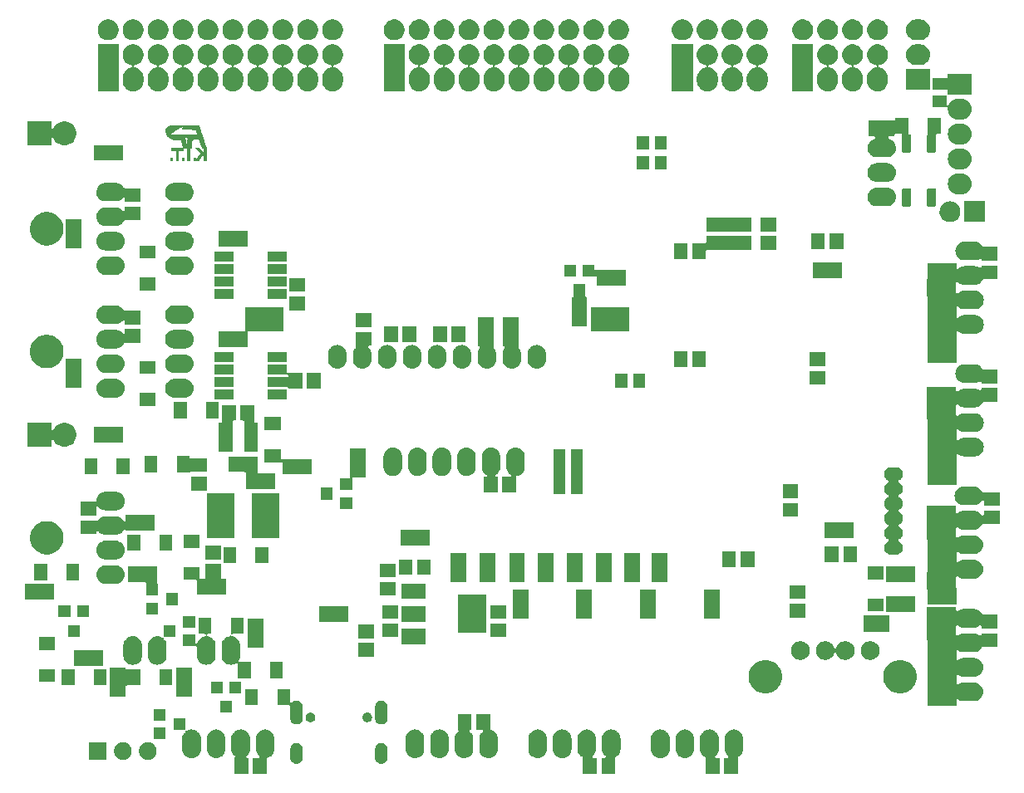
<source format=gbr>
G04 #@! TF.GenerationSoftware,KiCad,Pcbnew,(5.1.5)-3*
G04 #@! TF.CreationDate,2020-03-09T16:46:35+09:00*
G04 #@! TF.ProjectId,stm32f4_Centaurus,73746d33-3266-4345-9f43-656e74617572,rev?*
G04 #@! TF.SameCoordinates,Original*
G04 #@! TF.FileFunction,Soldermask,Bot*
G04 #@! TF.FilePolarity,Negative*
%FSLAX46Y46*%
G04 Gerber Fmt 4.6, Leading zero omitted, Abs format (unit mm)*
G04 Created by KiCad (PCBNEW (5.1.5)-3) date 2020-03-09 16:46:35*
%MOMM*%
%LPD*%
G04 APERTURE LIST*
%ADD10C,0.010000*%
%ADD11C,0.100000*%
G04 APERTURE END LIST*
D10*
G36*
X68073543Y-74836712D02*
G01*
X68073814Y-74872841D01*
X68074514Y-74906325D01*
X68075551Y-74934309D01*
X68076833Y-74953936D01*
X68077519Y-74959616D01*
X68081426Y-74983251D01*
X68294069Y-74983251D01*
X68294069Y-74737444D01*
X68073474Y-74737444D01*
X68073543Y-74836712D01*
G37*
X68073543Y-74836712D02*
X68073814Y-74872841D01*
X68074514Y-74906325D01*
X68075551Y-74934309D01*
X68076833Y-74953936D01*
X68077519Y-74959616D01*
X68081426Y-74983251D01*
X68294069Y-74983251D01*
X68294069Y-74737444D01*
X68073474Y-74737444D01*
X68073543Y-74836712D01*
G36*
X68771501Y-73730551D02*
G01*
X68183771Y-73732159D01*
X68183771Y-73965360D01*
X68418548Y-73967013D01*
X68653325Y-73968665D01*
X68653325Y-74468395D01*
X68653370Y-74564941D01*
X68653513Y-74649511D01*
X68653763Y-74722734D01*
X68654129Y-74785239D01*
X68654620Y-74837655D01*
X68655246Y-74880610D01*
X68656016Y-74914734D01*
X68656940Y-74940656D01*
X68658027Y-74959004D01*
X68659287Y-74970408D01*
X68660728Y-74975496D01*
X68660888Y-74975688D01*
X68669422Y-74978920D01*
X68688092Y-74981220D01*
X68717651Y-74982638D01*
X68758853Y-74983227D01*
X68770964Y-74983251D01*
X68809271Y-74983150D01*
X68836888Y-74982703D01*
X68855730Y-74981696D01*
X68867709Y-74979916D01*
X68874742Y-74977148D01*
X68878742Y-74973179D01*
X68880001Y-74971060D01*
X68881400Y-74961991D01*
X68882631Y-74940340D01*
X68883694Y-74906131D01*
X68884588Y-74859385D01*
X68885314Y-74800126D01*
X68885870Y-74728375D01*
X68886257Y-74644157D01*
X68886474Y-74547494D01*
X68886526Y-74463690D01*
X68886526Y-73968511D01*
X69113874Y-73968511D01*
X69175101Y-73968439D01*
X69224892Y-73968192D01*
X69264415Y-73967725D01*
X69294838Y-73966995D01*
X69317331Y-73965956D01*
X69333061Y-73964564D01*
X69343197Y-73962776D01*
X69348908Y-73960545D01*
X69350227Y-73959508D01*
X69353634Y-73953512D01*
X69356110Y-73942257D01*
X69357778Y-73924096D01*
X69358764Y-73897381D01*
X69359189Y-73860467D01*
X69359230Y-73839723D01*
X69359230Y-73728943D01*
X68771501Y-73730551D01*
G37*
X68771501Y-73730551D02*
X68183771Y-73732159D01*
X68183771Y-73965360D01*
X68418548Y-73967013D01*
X68653325Y-73968665D01*
X68653325Y-74468395D01*
X68653370Y-74564941D01*
X68653513Y-74649511D01*
X68653763Y-74722734D01*
X68654129Y-74785239D01*
X68654620Y-74837655D01*
X68655246Y-74880610D01*
X68656016Y-74914734D01*
X68656940Y-74940656D01*
X68658027Y-74959004D01*
X68659287Y-74970408D01*
X68660728Y-74975496D01*
X68660888Y-74975688D01*
X68669422Y-74978920D01*
X68688092Y-74981220D01*
X68717651Y-74982638D01*
X68758853Y-74983227D01*
X68770964Y-74983251D01*
X68809271Y-74983150D01*
X68836888Y-74982703D01*
X68855730Y-74981696D01*
X68867709Y-74979916D01*
X68874742Y-74977148D01*
X68878742Y-74973179D01*
X68880001Y-74971060D01*
X68881400Y-74961991D01*
X68882631Y-74940340D01*
X68883694Y-74906131D01*
X68884588Y-74859385D01*
X68885314Y-74800126D01*
X68885870Y-74728375D01*
X68886257Y-74644157D01*
X68886474Y-74547494D01*
X68886526Y-74463690D01*
X68886526Y-73968511D01*
X69113874Y-73968511D01*
X69175101Y-73968439D01*
X69224892Y-73968192D01*
X69264415Y-73967725D01*
X69294838Y-73966995D01*
X69317331Y-73965956D01*
X69333061Y-73964564D01*
X69343197Y-73962776D01*
X69348908Y-73960545D01*
X69350227Y-73959508D01*
X69353634Y-73953512D01*
X69356110Y-73942257D01*
X69357778Y-73924096D01*
X69358764Y-73897381D01*
X69359189Y-73860467D01*
X69359230Y-73839723D01*
X69359230Y-73728943D01*
X68771501Y-73730551D01*
G36*
X69245781Y-74983251D02*
G01*
X69359428Y-74983251D01*
X69402419Y-74983030D01*
X69434168Y-74982306D01*
X69456031Y-74980984D01*
X69469365Y-74978970D01*
X69475526Y-74976170D01*
X69476180Y-74975161D01*
X69477087Y-74966491D01*
X69477697Y-74947404D01*
X69477983Y-74920082D01*
X69477922Y-74886709D01*
X69477558Y-74853833D01*
X69475831Y-74740596D01*
X69245781Y-74737160D01*
X69245781Y-74983251D01*
G37*
X69245781Y-74983251D02*
X69359428Y-74983251D01*
X69402419Y-74983030D01*
X69434168Y-74982306D01*
X69456031Y-74980984D01*
X69469365Y-74978970D01*
X69475526Y-74976170D01*
X69476180Y-74975161D01*
X69477087Y-74966491D01*
X69477697Y-74947404D01*
X69477983Y-74920082D01*
X69477922Y-74886709D01*
X69477558Y-74853833D01*
X69475831Y-74740596D01*
X69245781Y-74737160D01*
X69245781Y-74983251D01*
G36*
X70424125Y-74983251D02*
G01*
X70651556Y-74983251D01*
X70649848Y-74858772D01*
X70648139Y-74734293D01*
X70427543Y-74734293D01*
X70424125Y-74983251D01*
G37*
X70424125Y-74983251D02*
X70651556Y-74983251D01*
X70649848Y-74858772D01*
X70648139Y-74734293D01*
X70427543Y-74734293D01*
X70424125Y-74983251D01*
G36*
X70353264Y-71466375D02*
G01*
X70261575Y-71466446D01*
X70174218Y-71466636D01*
X70092029Y-71466939D01*
X70015845Y-71467347D01*
X69946504Y-71467851D01*
X69884843Y-71468443D01*
X69831699Y-71469117D01*
X69787909Y-71469863D01*
X69754309Y-71470674D01*
X69731738Y-71471542D01*
X69721637Y-71472350D01*
X69695126Y-71476427D01*
X69668508Y-71480397D01*
X69655459Y-71482280D01*
X69622039Y-71489215D01*
X69582223Y-71500859D01*
X69540539Y-71515633D01*
X69501515Y-71531956D01*
X69474777Y-71545333D01*
X69421867Y-71581802D01*
X69376174Y-71627687D01*
X69338800Y-71681379D01*
X69310847Y-71741270D01*
X69293417Y-71805753D01*
X69292459Y-71811374D01*
X69289132Y-71831830D01*
X69971293Y-71833434D01*
X70653455Y-71835038D01*
X70680153Y-71913822D01*
X70688670Y-71938922D01*
X70700551Y-71973882D01*
X70715091Y-72016631D01*
X70731584Y-72065098D01*
X70749327Y-72117212D01*
X70767614Y-72170902D01*
X70779880Y-72206899D01*
X70796669Y-72256202D01*
X70812100Y-72301592D01*
X70825717Y-72341722D01*
X70837065Y-72375248D01*
X70845689Y-72400824D01*
X70851132Y-72417105D01*
X70852944Y-72422741D01*
X70846736Y-72422890D01*
X70828474Y-72423048D01*
X70798708Y-72423215D01*
X70757990Y-72423389D01*
X70706871Y-72423569D01*
X70645901Y-72423754D01*
X70575632Y-72423942D01*
X70496614Y-72424133D01*
X70409399Y-72424326D01*
X70314538Y-72424518D01*
X70212581Y-72424710D01*
X70104080Y-72424899D01*
X69989586Y-72425085D01*
X69869650Y-72425266D01*
X69744822Y-72425442D01*
X69615654Y-72425611D01*
X69482697Y-72425771D01*
X69374987Y-72425892D01*
X69239418Y-72426023D01*
X69107200Y-72426120D01*
X68978886Y-72426182D01*
X68855027Y-72426212D01*
X68736172Y-72426210D01*
X68622874Y-72426177D01*
X68515684Y-72426113D01*
X68415152Y-72426019D01*
X68321829Y-72425897D01*
X68236267Y-72425746D01*
X68159016Y-72425569D01*
X68090628Y-72425365D01*
X68031653Y-72425135D01*
X67982643Y-72424881D01*
X67944148Y-72424603D01*
X67916721Y-72424301D01*
X67900911Y-72423978D01*
X67896997Y-72423706D01*
X67901892Y-72417800D01*
X67915853Y-72405250D01*
X67937798Y-72386884D01*
X67966643Y-72363535D01*
X68001307Y-72336031D01*
X68040705Y-72305202D01*
X68083754Y-72271880D01*
X68129372Y-72236895D01*
X68176476Y-72201076D01*
X68223982Y-72165254D01*
X68270808Y-72130259D01*
X68315870Y-72096921D01*
X68358085Y-72066071D01*
X68396371Y-72038539D01*
X68429644Y-72015155D01*
X68432729Y-72013025D01*
X68477258Y-71982873D01*
X68528514Y-71949057D01*
X68583827Y-71913268D01*
X68640526Y-71877200D01*
X68695941Y-71842547D01*
X68747401Y-71811000D01*
X68792235Y-71784254D01*
X68807742Y-71775265D01*
X68842268Y-71755999D01*
X68883109Y-71734070D01*
X68927820Y-71710710D01*
X68973957Y-71687154D01*
X69019075Y-71664632D01*
X69060730Y-71644379D01*
X69096478Y-71627627D01*
X69123873Y-71615609D01*
X69126029Y-71614727D01*
X69148628Y-71605448D01*
X69167995Y-71597286D01*
X69179603Y-71592161D01*
X69210474Y-71578902D01*
X69249081Y-71564392D01*
X69293234Y-71549263D01*
X69340746Y-71534143D01*
X69389427Y-71519665D01*
X69437089Y-71506457D01*
X69481543Y-71495150D01*
X69520602Y-71486375D01*
X69552076Y-71480763D01*
X69572706Y-71478933D01*
X69586330Y-71477102D01*
X69592410Y-71472664D01*
X69592431Y-71472359D01*
X69586286Y-71471259D01*
X69568476Y-71470296D01*
X69539943Y-71469466D01*
X69501627Y-71468765D01*
X69454469Y-71468189D01*
X69399409Y-71467735D01*
X69337388Y-71467399D01*
X69269346Y-71467177D01*
X69196225Y-71467064D01*
X69118964Y-71467058D01*
X69038504Y-71467155D01*
X68955787Y-71467350D01*
X68871752Y-71467639D01*
X68787340Y-71468020D01*
X68703492Y-71468488D01*
X68621148Y-71469039D01*
X68541248Y-71469670D01*
X68464735Y-71470377D01*
X68392547Y-71471155D01*
X68325626Y-71472002D01*
X68264913Y-71472913D01*
X68211347Y-71473884D01*
X68165870Y-71474912D01*
X68129421Y-71475993D01*
X68102943Y-71477122D01*
X68087375Y-71478297D01*
X68086079Y-71478471D01*
X68008678Y-71492962D01*
X67934563Y-71512585D01*
X67865623Y-71536604D01*
X67803749Y-71564285D01*
X67750829Y-71594890D01*
X67713060Y-71623753D01*
X67669398Y-71670950D01*
X67633938Y-71726647D01*
X67607588Y-71789065D01*
X67591254Y-71856423D01*
X67589932Y-71865319D01*
X67587626Y-71890502D01*
X67586241Y-71923288D01*
X67585778Y-71959631D01*
X67586238Y-71995487D01*
X67587622Y-72026810D01*
X67589895Y-72049330D01*
X67607632Y-72134435D01*
X67633369Y-72220763D01*
X67666013Y-72305951D01*
X67704474Y-72387635D01*
X67747659Y-72463451D01*
X67794475Y-72531034D01*
X67833977Y-72577764D01*
X67888378Y-72629225D01*
X67952887Y-72677873D01*
X68028473Y-72724399D01*
X68073594Y-72748555D01*
X68134831Y-72778317D01*
X68192432Y-72802637D01*
X68249862Y-72822632D01*
X68310584Y-72839418D01*
X68378062Y-72854115D01*
X68430212Y-72863594D01*
X68446999Y-72866112D01*
X68466390Y-72868280D01*
X68489550Y-72870142D01*
X68517643Y-72871739D01*
X68551835Y-72873113D01*
X68593289Y-72874308D01*
X68643170Y-72875364D01*
X68702641Y-72876326D01*
X68772869Y-72877235D01*
X68819715Y-72877762D01*
X69146825Y-72881291D01*
X69179749Y-73004194D01*
X69192899Y-73053462D01*
X69207833Y-73109731D01*
X69224076Y-73171179D01*
X69241149Y-73235981D01*
X69258576Y-73302316D01*
X69275878Y-73368359D01*
X69292579Y-73432288D01*
X69308202Y-73492278D01*
X69322269Y-73546509D01*
X69334303Y-73593155D01*
X69343826Y-73630394D01*
X69347643Y-73645497D01*
X69368617Y-73729008D01*
X69582943Y-73729008D01*
X69797270Y-73729007D01*
X69797270Y-74980100D01*
X70017866Y-74980100D01*
X70017866Y-73729007D01*
X70119474Y-73729007D01*
X70221083Y-73729008D01*
X70224939Y-73661253D01*
X70225875Y-73639961D01*
X70226916Y-73607850D01*
X70228021Y-73566704D01*
X70229149Y-73518310D01*
X70230260Y-73464452D01*
X70231312Y-73406916D01*
X70232266Y-73347486D01*
X70232537Y-73328784D01*
X70233606Y-73258300D01*
X70234734Y-73199123D01*
X70236054Y-73149957D01*
X70237698Y-73109504D01*
X70239797Y-73076467D01*
X70242484Y-73049548D01*
X70245890Y-73027450D01*
X70250147Y-73008875D01*
X70255388Y-72992527D01*
X70261743Y-72977107D01*
X70269346Y-72961319D01*
X70270041Y-72959945D01*
X70298755Y-72915383D01*
X70335605Y-72879924D01*
X70375210Y-72855455D01*
X70395036Y-72845872D01*
X70413931Y-72837928D01*
X70433295Y-72831473D01*
X70454531Y-72826353D01*
X70479041Y-72822417D01*
X70508226Y-72819512D01*
X70543489Y-72817485D01*
X70586233Y-72816185D01*
X70637858Y-72815460D01*
X70699767Y-72815156D01*
X70746565Y-72815112D01*
X70985978Y-72815112D01*
X70994492Y-72835596D01*
X70998796Y-72847004D01*
X71006504Y-72868514D01*
X71016975Y-72898289D01*
X71029565Y-72934492D01*
X71043632Y-72975287D01*
X71056765Y-73013648D01*
X71073339Y-73062181D01*
X71092854Y-73119248D01*
X71114150Y-73181465D01*
X71136067Y-73245445D01*
X71157447Y-73307803D01*
X71177130Y-73365153D01*
X71177627Y-73366601D01*
X71203371Y-73441568D01*
X71225312Y-73505479D01*
X71243744Y-73559201D01*
X71258962Y-73603599D01*
X71271262Y-73639538D01*
X71280939Y-73667884D01*
X71288288Y-73689502D01*
X71293604Y-73705257D01*
X71297182Y-73716015D01*
X71299317Y-73722641D01*
X71300305Y-73726001D01*
X71300471Y-73726862D01*
X71306418Y-73727595D01*
X71322834Y-73728220D01*
X71347584Y-73728691D01*
X71378531Y-73728961D01*
X71398838Y-73729008D01*
X71436184Y-73729132D01*
X71462628Y-73729624D01*
X71479871Y-73730664D01*
X71489617Y-73732430D01*
X71493567Y-73735103D01*
X71493422Y-73738862D01*
X71493379Y-73738977D01*
X71492550Y-73747266D01*
X71491778Y-73766776D01*
X71491083Y-73796125D01*
X71490485Y-73833929D01*
X71490004Y-73878806D01*
X71489661Y-73929371D01*
X71489475Y-73984242D01*
X71489449Y-74008419D01*
X71489345Y-74267891D01*
X71402660Y-74179653D01*
X71377395Y-74153897D01*
X71345067Y-74120883D01*
X71307408Y-74082382D01*
X71266151Y-74040165D01*
X71223025Y-73996005D01*
X71179765Y-73951675D01*
X71147837Y-73918933D01*
X71109615Y-73879942D01*
X71073562Y-73843580D01*
X71040752Y-73810899D01*
X71012259Y-73782952D01*
X70989159Y-73760793D01*
X70972525Y-73745473D01*
X70963434Y-73738046D01*
X70962888Y-73737729D01*
X70951563Y-73734908D01*
X70930814Y-73732577D01*
X70902767Y-73730747D01*
X70869551Y-73729428D01*
X70833292Y-73728628D01*
X70796118Y-73728360D01*
X70760154Y-73728632D01*
X70727529Y-73729454D01*
X70700370Y-73730838D01*
X70680803Y-73732791D01*
X70670955Y-73735326D01*
X70670198Y-73736352D01*
X70674567Y-73741996D01*
X70687147Y-73755667D01*
X70707152Y-73776565D01*
X70733792Y-73803890D01*
X70766281Y-73836844D01*
X70803831Y-73874627D01*
X70845654Y-73916439D01*
X70890961Y-73961481D01*
X70933337Y-74003399D01*
X70988466Y-74057819D01*
X71035265Y-74104084D01*
X71074377Y-74142890D01*
X71106443Y-74174936D01*
X71132106Y-74200920D01*
X71152009Y-74221540D01*
X71166795Y-74237494D01*
X71177104Y-74249479D01*
X71183581Y-74258193D01*
X71186867Y-74264335D01*
X71187604Y-74268603D01*
X71186436Y-74271694D01*
X71184005Y-74274306D01*
X71183292Y-74274950D01*
X71174391Y-74284727D01*
X71160285Y-74302223D01*
X71143015Y-74324841D01*
X71126994Y-74346675D01*
X71104008Y-74378456D01*
X71078084Y-74414079D01*
X71053284Y-74447969D01*
X71042019Y-74463276D01*
X71021492Y-74491174D01*
X70996712Y-74524974D01*
X70970830Y-74560373D01*
X70947423Y-74592482D01*
X70924463Y-74624015D01*
X70900439Y-74656969D01*
X70878134Y-74687529D01*
X70860328Y-74711884D01*
X70859651Y-74712808D01*
X70842677Y-74736021D01*
X70820850Y-74765917D01*
X70796732Y-74798987D01*
X70772883Y-74831721D01*
X70767891Y-74838578D01*
X70746179Y-74868334D01*
X70725283Y-74896852D01*
X70707163Y-74921463D01*
X70693779Y-74939499D01*
X70690495Y-74943873D01*
X70679668Y-74960051D01*
X70673772Y-74972597D01*
X70673535Y-74977248D01*
X70681050Y-74979554D01*
X70698855Y-74981298D01*
X70724645Y-74982498D01*
X70756119Y-74983170D01*
X70790973Y-74983332D01*
X70826904Y-74983004D01*
X70861609Y-74982202D01*
X70892785Y-74980944D01*
X70918130Y-74979248D01*
X70935339Y-74977132D01*
X70941672Y-74975172D01*
X70949540Y-74966943D01*
X70962579Y-74951108D01*
X70978643Y-74930328D01*
X70988491Y-74917072D01*
X71009405Y-74888539D01*
X71032291Y-74857372D01*
X71053028Y-74829183D01*
X71057930Y-74822531D01*
X71071644Y-74803832D01*
X71091045Y-74777242D01*
X71114440Y-74745088D01*
X71140136Y-74709698D01*
X71166439Y-74673401D01*
X71171830Y-74665953D01*
X71214407Y-74607128D01*
X71250102Y-74557854D01*
X71279405Y-74517459D01*
X71302805Y-74485268D01*
X71320792Y-74460608D01*
X71333856Y-74442805D01*
X71341855Y-74432026D01*
X71354877Y-74414649D01*
X71425366Y-74482195D01*
X71495856Y-74549741D01*
X71495856Y-74976948D01*
X71722754Y-74976948D01*
X71722754Y-73737787D01*
X71570914Y-73287479D01*
X71544997Y-73210633D01*
X71519098Y-73133865D01*
X71493675Y-73058535D01*
X71469190Y-72986005D01*
X71446100Y-72917636D01*
X71424866Y-72854787D01*
X71405947Y-72798820D01*
X71389803Y-72751096D01*
X71376894Y-72712975D01*
X71375763Y-72709638D01*
X69900599Y-72709638D01*
X69874691Y-72747789D01*
X69859557Y-72772675D01*
X69843363Y-72803392D01*
X69829267Y-72833891D01*
X69827478Y-72838199D01*
X69819421Y-72858336D01*
X69812516Y-72877001D01*
X69806669Y-72895327D01*
X69801789Y-72914446D01*
X69797782Y-72935492D01*
X69794556Y-72959595D01*
X69792018Y-72987888D01*
X69790076Y-73021503D01*
X69788637Y-73061574D01*
X69787608Y-73109231D01*
X69786896Y-73165608D01*
X69786410Y-73231837D01*
X69786055Y-73309049D01*
X69785920Y-73346096D01*
X69785634Y-73411934D01*
X69785257Y-73473851D01*
X69784805Y-73530727D01*
X69784291Y-73581441D01*
X69783729Y-73624875D01*
X69783133Y-73659906D01*
X69782517Y-73685416D01*
X69781896Y-73700283D01*
X69781433Y-73703776D01*
X69778678Y-73698085D01*
X69773916Y-73682772D01*
X69767937Y-73660508D01*
X69764230Y-73645497D01*
X69757733Y-73618948D01*
X69748952Y-73583854D01*
X69738810Y-73543863D01*
X69728229Y-73502620D01*
X69722381Y-73480050D01*
X69711369Y-73437729D01*
X69699652Y-73392703D01*
X69688348Y-73349265D01*
X69678573Y-73311710D01*
X69674814Y-73297271D01*
X69654670Y-73220368D01*
X69632156Y-73135265D01*
X69608316Y-73045895D01*
X69586095Y-72963226D01*
X69577600Y-72931584D01*
X69566700Y-72890742D01*
X69554190Y-72843693D01*
X69540864Y-72793431D01*
X69527519Y-72742948D01*
X69519957Y-72714268D01*
X69507680Y-72667749D01*
X69495602Y-72622156D01*
X69484355Y-72579866D01*
X69474574Y-72543253D01*
X69466889Y-72514696D01*
X69462920Y-72500128D01*
X69456506Y-72476166D01*
X69451837Y-72457435D01*
X69449603Y-72446765D01*
X69449568Y-72445354D01*
X69453743Y-72449355D01*
X69463781Y-72461205D01*
X69477884Y-72478746D01*
X69485436Y-72488382D01*
X69542918Y-72553137D01*
X69606012Y-72607012D01*
X69674238Y-72649728D01*
X69747117Y-72681009D01*
X69824171Y-72700577D01*
X69859671Y-72705445D01*
X69900599Y-72709638D01*
X71375763Y-72709638D01*
X71369851Y-72692209D01*
X71335128Y-72589997D01*
X71302444Y-72493875D01*
X71272121Y-72404797D01*
X71244486Y-72323713D01*
X71219861Y-72251575D01*
X71198572Y-72189334D01*
X71180943Y-72137943D01*
X71178647Y-72131266D01*
X71169060Y-72103318D01*
X71156057Y-72065299D01*
X71140275Y-72019075D01*
X71122350Y-71966514D01*
X71102919Y-71909480D01*
X71082616Y-71849840D01*
X71062080Y-71789459D01*
X71052638Y-71761681D01*
X71033569Y-71705731D01*
X71015536Y-71653139D01*
X70998983Y-71605175D01*
X70984353Y-71563113D01*
X70972090Y-71528222D01*
X70962639Y-71501776D01*
X70956442Y-71485045D01*
X70954196Y-71479634D01*
X70947075Y-71466328D01*
X70353264Y-71466375D01*
G37*
X70353264Y-71466375D02*
X70261575Y-71466446D01*
X70174218Y-71466636D01*
X70092029Y-71466939D01*
X70015845Y-71467347D01*
X69946504Y-71467851D01*
X69884843Y-71468443D01*
X69831699Y-71469117D01*
X69787909Y-71469863D01*
X69754309Y-71470674D01*
X69731738Y-71471542D01*
X69721637Y-71472350D01*
X69695126Y-71476427D01*
X69668508Y-71480397D01*
X69655459Y-71482280D01*
X69622039Y-71489215D01*
X69582223Y-71500859D01*
X69540539Y-71515633D01*
X69501515Y-71531956D01*
X69474777Y-71545333D01*
X69421867Y-71581802D01*
X69376174Y-71627687D01*
X69338800Y-71681379D01*
X69310847Y-71741270D01*
X69293417Y-71805753D01*
X69292459Y-71811374D01*
X69289132Y-71831830D01*
X69971293Y-71833434D01*
X70653455Y-71835038D01*
X70680153Y-71913822D01*
X70688670Y-71938922D01*
X70700551Y-71973882D01*
X70715091Y-72016631D01*
X70731584Y-72065098D01*
X70749327Y-72117212D01*
X70767614Y-72170902D01*
X70779880Y-72206899D01*
X70796669Y-72256202D01*
X70812100Y-72301592D01*
X70825717Y-72341722D01*
X70837065Y-72375248D01*
X70845689Y-72400824D01*
X70851132Y-72417105D01*
X70852944Y-72422741D01*
X70846736Y-72422890D01*
X70828474Y-72423048D01*
X70798708Y-72423215D01*
X70757990Y-72423389D01*
X70706871Y-72423569D01*
X70645901Y-72423754D01*
X70575632Y-72423942D01*
X70496614Y-72424133D01*
X70409399Y-72424326D01*
X70314538Y-72424518D01*
X70212581Y-72424710D01*
X70104080Y-72424899D01*
X69989586Y-72425085D01*
X69869650Y-72425266D01*
X69744822Y-72425442D01*
X69615654Y-72425611D01*
X69482697Y-72425771D01*
X69374987Y-72425892D01*
X69239418Y-72426023D01*
X69107200Y-72426120D01*
X68978886Y-72426182D01*
X68855027Y-72426212D01*
X68736172Y-72426210D01*
X68622874Y-72426177D01*
X68515684Y-72426113D01*
X68415152Y-72426019D01*
X68321829Y-72425897D01*
X68236267Y-72425746D01*
X68159016Y-72425569D01*
X68090628Y-72425365D01*
X68031653Y-72425135D01*
X67982643Y-72424881D01*
X67944148Y-72424603D01*
X67916721Y-72424301D01*
X67900911Y-72423978D01*
X67896997Y-72423706D01*
X67901892Y-72417800D01*
X67915853Y-72405250D01*
X67937798Y-72386884D01*
X67966643Y-72363535D01*
X68001307Y-72336031D01*
X68040705Y-72305202D01*
X68083754Y-72271880D01*
X68129372Y-72236895D01*
X68176476Y-72201076D01*
X68223982Y-72165254D01*
X68270808Y-72130259D01*
X68315870Y-72096921D01*
X68358085Y-72066071D01*
X68396371Y-72038539D01*
X68429644Y-72015155D01*
X68432729Y-72013025D01*
X68477258Y-71982873D01*
X68528514Y-71949057D01*
X68583827Y-71913268D01*
X68640526Y-71877200D01*
X68695941Y-71842547D01*
X68747401Y-71811000D01*
X68792235Y-71784254D01*
X68807742Y-71775265D01*
X68842268Y-71755999D01*
X68883109Y-71734070D01*
X68927820Y-71710710D01*
X68973957Y-71687154D01*
X69019075Y-71664632D01*
X69060730Y-71644379D01*
X69096478Y-71627627D01*
X69123873Y-71615609D01*
X69126029Y-71614727D01*
X69148628Y-71605448D01*
X69167995Y-71597286D01*
X69179603Y-71592161D01*
X69210474Y-71578902D01*
X69249081Y-71564392D01*
X69293234Y-71549263D01*
X69340746Y-71534143D01*
X69389427Y-71519665D01*
X69437089Y-71506457D01*
X69481543Y-71495150D01*
X69520602Y-71486375D01*
X69552076Y-71480763D01*
X69572706Y-71478933D01*
X69586330Y-71477102D01*
X69592410Y-71472664D01*
X69592431Y-71472359D01*
X69586286Y-71471259D01*
X69568476Y-71470296D01*
X69539943Y-71469466D01*
X69501627Y-71468765D01*
X69454469Y-71468189D01*
X69399409Y-71467735D01*
X69337388Y-71467399D01*
X69269346Y-71467177D01*
X69196225Y-71467064D01*
X69118964Y-71467058D01*
X69038504Y-71467155D01*
X68955787Y-71467350D01*
X68871752Y-71467639D01*
X68787340Y-71468020D01*
X68703492Y-71468488D01*
X68621148Y-71469039D01*
X68541248Y-71469670D01*
X68464735Y-71470377D01*
X68392547Y-71471155D01*
X68325626Y-71472002D01*
X68264913Y-71472913D01*
X68211347Y-71473884D01*
X68165870Y-71474912D01*
X68129421Y-71475993D01*
X68102943Y-71477122D01*
X68087375Y-71478297D01*
X68086079Y-71478471D01*
X68008678Y-71492962D01*
X67934563Y-71512585D01*
X67865623Y-71536604D01*
X67803749Y-71564285D01*
X67750829Y-71594890D01*
X67713060Y-71623753D01*
X67669398Y-71670950D01*
X67633938Y-71726647D01*
X67607588Y-71789065D01*
X67591254Y-71856423D01*
X67589932Y-71865319D01*
X67587626Y-71890502D01*
X67586241Y-71923288D01*
X67585778Y-71959631D01*
X67586238Y-71995487D01*
X67587622Y-72026810D01*
X67589895Y-72049330D01*
X67607632Y-72134435D01*
X67633369Y-72220763D01*
X67666013Y-72305951D01*
X67704474Y-72387635D01*
X67747659Y-72463451D01*
X67794475Y-72531034D01*
X67833977Y-72577764D01*
X67888378Y-72629225D01*
X67952887Y-72677873D01*
X68028473Y-72724399D01*
X68073594Y-72748555D01*
X68134831Y-72778317D01*
X68192432Y-72802637D01*
X68249862Y-72822632D01*
X68310584Y-72839418D01*
X68378062Y-72854115D01*
X68430212Y-72863594D01*
X68446999Y-72866112D01*
X68466390Y-72868280D01*
X68489550Y-72870142D01*
X68517643Y-72871739D01*
X68551835Y-72873113D01*
X68593289Y-72874308D01*
X68643170Y-72875364D01*
X68702641Y-72876326D01*
X68772869Y-72877235D01*
X68819715Y-72877762D01*
X69146825Y-72881291D01*
X69179749Y-73004194D01*
X69192899Y-73053462D01*
X69207833Y-73109731D01*
X69224076Y-73171179D01*
X69241149Y-73235981D01*
X69258576Y-73302316D01*
X69275878Y-73368359D01*
X69292579Y-73432288D01*
X69308202Y-73492278D01*
X69322269Y-73546509D01*
X69334303Y-73593155D01*
X69343826Y-73630394D01*
X69347643Y-73645497D01*
X69368617Y-73729008D01*
X69582943Y-73729008D01*
X69797270Y-73729007D01*
X69797270Y-74980100D01*
X70017866Y-74980100D01*
X70017866Y-73729007D01*
X70119474Y-73729007D01*
X70221083Y-73729008D01*
X70224939Y-73661253D01*
X70225875Y-73639961D01*
X70226916Y-73607850D01*
X70228021Y-73566704D01*
X70229149Y-73518310D01*
X70230260Y-73464452D01*
X70231312Y-73406916D01*
X70232266Y-73347486D01*
X70232537Y-73328784D01*
X70233606Y-73258300D01*
X70234734Y-73199123D01*
X70236054Y-73149957D01*
X70237698Y-73109504D01*
X70239797Y-73076467D01*
X70242484Y-73049548D01*
X70245890Y-73027450D01*
X70250147Y-73008875D01*
X70255388Y-72992527D01*
X70261743Y-72977107D01*
X70269346Y-72961319D01*
X70270041Y-72959945D01*
X70298755Y-72915383D01*
X70335605Y-72879924D01*
X70375210Y-72855455D01*
X70395036Y-72845872D01*
X70413931Y-72837928D01*
X70433295Y-72831473D01*
X70454531Y-72826353D01*
X70479041Y-72822417D01*
X70508226Y-72819512D01*
X70543489Y-72817485D01*
X70586233Y-72816185D01*
X70637858Y-72815460D01*
X70699767Y-72815156D01*
X70746565Y-72815112D01*
X70985978Y-72815112D01*
X70994492Y-72835596D01*
X70998796Y-72847004D01*
X71006504Y-72868514D01*
X71016975Y-72898289D01*
X71029565Y-72934492D01*
X71043632Y-72975287D01*
X71056765Y-73013648D01*
X71073339Y-73062181D01*
X71092854Y-73119248D01*
X71114150Y-73181465D01*
X71136067Y-73245445D01*
X71157447Y-73307803D01*
X71177130Y-73365153D01*
X71177627Y-73366601D01*
X71203371Y-73441568D01*
X71225312Y-73505479D01*
X71243744Y-73559201D01*
X71258962Y-73603599D01*
X71271262Y-73639538D01*
X71280939Y-73667884D01*
X71288288Y-73689502D01*
X71293604Y-73705257D01*
X71297182Y-73716015D01*
X71299317Y-73722641D01*
X71300305Y-73726001D01*
X71300471Y-73726862D01*
X71306418Y-73727595D01*
X71322834Y-73728220D01*
X71347584Y-73728691D01*
X71378531Y-73728961D01*
X71398838Y-73729008D01*
X71436184Y-73729132D01*
X71462628Y-73729624D01*
X71479871Y-73730664D01*
X71489617Y-73732430D01*
X71493567Y-73735103D01*
X71493422Y-73738862D01*
X71493379Y-73738977D01*
X71492550Y-73747266D01*
X71491778Y-73766776D01*
X71491083Y-73796125D01*
X71490485Y-73833929D01*
X71490004Y-73878806D01*
X71489661Y-73929371D01*
X71489475Y-73984242D01*
X71489449Y-74008419D01*
X71489345Y-74267891D01*
X71402660Y-74179653D01*
X71377395Y-74153897D01*
X71345067Y-74120883D01*
X71307408Y-74082382D01*
X71266151Y-74040165D01*
X71223025Y-73996005D01*
X71179765Y-73951675D01*
X71147837Y-73918933D01*
X71109615Y-73879942D01*
X71073562Y-73843580D01*
X71040752Y-73810899D01*
X71012259Y-73782952D01*
X70989159Y-73760793D01*
X70972525Y-73745473D01*
X70963434Y-73738046D01*
X70962888Y-73737729D01*
X70951563Y-73734908D01*
X70930814Y-73732577D01*
X70902767Y-73730747D01*
X70869551Y-73729428D01*
X70833292Y-73728628D01*
X70796118Y-73728360D01*
X70760154Y-73728632D01*
X70727529Y-73729454D01*
X70700370Y-73730838D01*
X70680803Y-73732791D01*
X70670955Y-73735326D01*
X70670198Y-73736352D01*
X70674567Y-73741996D01*
X70687147Y-73755667D01*
X70707152Y-73776565D01*
X70733792Y-73803890D01*
X70766281Y-73836844D01*
X70803831Y-73874627D01*
X70845654Y-73916439D01*
X70890961Y-73961481D01*
X70933337Y-74003399D01*
X70988466Y-74057819D01*
X71035265Y-74104084D01*
X71074377Y-74142890D01*
X71106443Y-74174936D01*
X71132106Y-74200920D01*
X71152009Y-74221540D01*
X71166795Y-74237494D01*
X71177104Y-74249479D01*
X71183581Y-74258193D01*
X71186867Y-74264335D01*
X71187604Y-74268603D01*
X71186436Y-74271694D01*
X71184005Y-74274306D01*
X71183292Y-74274950D01*
X71174391Y-74284727D01*
X71160285Y-74302223D01*
X71143015Y-74324841D01*
X71126994Y-74346675D01*
X71104008Y-74378456D01*
X71078084Y-74414079D01*
X71053284Y-74447969D01*
X71042019Y-74463276D01*
X71021492Y-74491174D01*
X70996712Y-74524974D01*
X70970830Y-74560373D01*
X70947423Y-74592482D01*
X70924463Y-74624015D01*
X70900439Y-74656969D01*
X70878134Y-74687529D01*
X70860328Y-74711884D01*
X70859651Y-74712808D01*
X70842677Y-74736021D01*
X70820850Y-74765917D01*
X70796732Y-74798987D01*
X70772883Y-74831721D01*
X70767891Y-74838578D01*
X70746179Y-74868334D01*
X70725283Y-74896852D01*
X70707163Y-74921463D01*
X70693779Y-74939499D01*
X70690495Y-74943873D01*
X70679668Y-74960051D01*
X70673772Y-74972597D01*
X70673535Y-74977248D01*
X70681050Y-74979554D01*
X70698855Y-74981298D01*
X70724645Y-74982498D01*
X70756119Y-74983170D01*
X70790973Y-74983332D01*
X70826904Y-74983004D01*
X70861609Y-74982202D01*
X70892785Y-74980944D01*
X70918130Y-74979248D01*
X70935339Y-74977132D01*
X70941672Y-74975172D01*
X70949540Y-74966943D01*
X70962579Y-74951108D01*
X70978643Y-74930328D01*
X70988491Y-74917072D01*
X71009405Y-74888539D01*
X71032291Y-74857372D01*
X71053028Y-74829183D01*
X71057930Y-74822531D01*
X71071644Y-74803832D01*
X71091045Y-74777242D01*
X71114440Y-74745088D01*
X71140136Y-74709698D01*
X71166439Y-74673401D01*
X71171830Y-74665953D01*
X71214407Y-74607128D01*
X71250102Y-74557854D01*
X71279405Y-74517459D01*
X71302805Y-74485268D01*
X71320792Y-74460608D01*
X71333856Y-74442805D01*
X71341855Y-74432026D01*
X71354877Y-74414649D01*
X71425366Y-74482195D01*
X71495856Y-74549741D01*
X71495856Y-74976948D01*
X71722754Y-74976948D01*
X71722754Y-73737787D01*
X71570914Y-73287479D01*
X71544997Y-73210633D01*
X71519098Y-73133865D01*
X71493675Y-73058535D01*
X71469190Y-72986005D01*
X71446100Y-72917636D01*
X71424866Y-72854787D01*
X71405947Y-72798820D01*
X71389803Y-72751096D01*
X71376894Y-72712975D01*
X71375763Y-72709638D01*
X69900599Y-72709638D01*
X69874691Y-72747789D01*
X69859557Y-72772675D01*
X69843363Y-72803392D01*
X69829267Y-72833891D01*
X69827478Y-72838199D01*
X69819421Y-72858336D01*
X69812516Y-72877001D01*
X69806669Y-72895327D01*
X69801789Y-72914446D01*
X69797782Y-72935492D01*
X69794556Y-72959595D01*
X69792018Y-72987888D01*
X69790076Y-73021503D01*
X69788637Y-73061574D01*
X69787608Y-73109231D01*
X69786896Y-73165608D01*
X69786410Y-73231837D01*
X69786055Y-73309049D01*
X69785920Y-73346096D01*
X69785634Y-73411934D01*
X69785257Y-73473851D01*
X69784805Y-73530727D01*
X69784291Y-73581441D01*
X69783729Y-73624875D01*
X69783133Y-73659906D01*
X69782517Y-73685416D01*
X69781896Y-73700283D01*
X69781433Y-73703776D01*
X69778678Y-73698085D01*
X69773916Y-73682772D01*
X69767937Y-73660508D01*
X69764230Y-73645497D01*
X69757733Y-73618948D01*
X69748952Y-73583854D01*
X69738810Y-73543863D01*
X69728229Y-73502620D01*
X69722381Y-73480050D01*
X69711369Y-73437729D01*
X69699652Y-73392703D01*
X69688348Y-73349265D01*
X69678573Y-73311710D01*
X69674814Y-73297271D01*
X69654670Y-73220368D01*
X69632156Y-73135265D01*
X69608316Y-73045895D01*
X69586095Y-72963226D01*
X69577600Y-72931584D01*
X69566700Y-72890742D01*
X69554190Y-72843693D01*
X69540864Y-72793431D01*
X69527519Y-72742948D01*
X69519957Y-72714268D01*
X69507680Y-72667749D01*
X69495602Y-72622156D01*
X69484355Y-72579866D01*
X69474574Y-72543253D01*
X69466889Y-72514696D01*
X69462920Y-72500128D01*
X69456506Y-72476166D01*
X69451837Y-72457435D01*
X69449603Y-72446765D01*
X69449568Y-72445354D01*
X69453743Y-72449355D01*
X69463781Y-72461205D01*
X69477884Y-72478746D01*
X69485436Y-72488382D01*
X69542918Y-72553137D01*
X69606012Y-72607012D01*
X69674238Y-72649728D01*
X69747117Y-72681009D01*
X69824171Y-72700577D01*
X69859671Y-72705445D01*
X69900599Y-72709638D01*
X71375763Y-72709638D01*
X71369851Y-72692209D01*
X71335128Y-72589997D01*
X71302444Y-72493875D01*
X71272121Y-72404797D01*
X71244486Y-72323713D01*
X71219861Y-72251575D01*
X71198572Y-72189334D01*
X71180943Y-72137943D01*
X71178647Y-72131266D01*
X71169060Y-72103318D01*
X71156057Y-72065299D01*
X71140275Y-72019075D01*
X71122350Y-71966514D01*
X71102919Y-71909480D01*
X71082616Y-71849840D01*
X71062080Y-71789459D01*
X71052638Y-71761681D01*
X71033569Y-71705731D01*
X71015536Y-71653139D01*
X70998983Y-71605175D01*
X70984353Y-71563113D01*
X70972090Y-71528222D01*
X70962639Y-71501776D01*
X70956442Y-71485045D01*
X70954196Y-71479634D01*
X70947075Y-71466328D01*
X70353264Y-71466375D01*
D11*
G36*
X110686231Y-133063746D02*
G01*
X110858737Y-133116075D01*
X110865310Y-133118069D01*
X110948896Y-133162747D01*
X111030345Y-133206282D01*
X111064025Y-133233923D01*
X111175002Y-133324998D01*
X111283073Y-133456685D01*
X111293718Y-133469655D01*
X111334780Y-133546477D01*
X111381932Y-133634691D01*
X111436254Y-133813769D01*
X111450000Y-133953334D01*
X111450000Y-135046666D01*
X111436254Y-135186231D01*
X111381932Y-135365309D01*
X111381931Y-135365310D01*
X111303480Y-135512082D01*
X111293717Y-135530346D01*
X111175002Y-135675002D01*
X111109966Y-135728375D01*
X111092639Y-135745702D01*
X111079025Y-135766077D01*
X111069647Y-135788716D01*
X111064867Y-135812749D01*
X111064867Y-135837253D01*
X111069647Y-135861286D01*
X111079025Y-135883925D01*
X111092638Y-135904299D01*
X111109965Y-135921626D01*
X111130340Y-135935240D01*
X111152979Y-135944618D01*
X111177012Y-135949398D01*
X111189264Y-135950000D01*
X111520000Y-135950000D01*
X111520000Y-137550000D01*
X110120000Y-137550000D01*
X110120000Y-135949000D01*
X110117598Y-135924614D01*
X110110485Y-135901165D01*
X110098934Y-135879554D01*
X110083389Y-135860612D01*
X110053926Y-135838761D01*
X109969656Y-135793718D01*
X109949487Y-135777166D01*
X109824999Y-135675002D01*
X109706284Y-135530346D01*
X109696522Y-135512082D01*
X109618069Y-135365308D01*
X109563747Y-135186232D01*
X109563747Y-135186231D01*
X109563746Y-135186229D01*
X109550000Y-135046666D01*
X109550000Y-133953335D01*
X109563746Y-133813770D01*
X109563747Y-133813768D01*
X109618068Y-133634693D01*
X109618069Y-133634690D01*
X109664850Y-133547169D01*
X109706282Y-133469655D01*
X109743168Y-133424710D01*
X109824998Y-133324998D01*
X109969654Y-133206283D01*
X109969653Y-133206283D01*
X109969655Y-133206282D01*
X110073073Y-133151004D01*
X110134691Y-133118068D01*
X110238392Y-133086611D01*
X110313768Y-133063746D01*
X110500000Y-133045404D01*
X110686231Y-133063746D01*
G37*
G36*
X125686231Y-133063746D02*
G01*
X125858737Y-133116075D01*
X125865310Y-133118069D01*
X125948896Y-133162747D01*
X126030345Y-133206282D01*
X126064025Y-133233923D01*
X126175002Y-133324998D01*
X126283073Y-133456685D01*
X126293718Y-133469655D01*
X126334780Y-133546477D01*
X126381932Y-133634691D01*
X126436254Y-133813769D01*
X126450000Y-133953334D01*
X126450000Y-135046666D01*
X126436254Y-135186231D01*
X126381932Y-135365309D01*
X126381931Y-135365310D01*
X126303480Y-135512082D01*
X126293717Y-135530346D01*
X126175002Y-135675002D01*
X126076846Y-135755555D01*
X126030345Y-135793718D01*
X125967695Y-135827205D01*
X125966075Y-135828071D01*
X125945700Y-135841685D01*
X125928373Y-135859012D01*
X125914760Y-135879386D01*
X125905382Y-135902025D01*
X125900000Y-135938310D01*
X125900000Y-137550000D01*
X124500000Y-137550000D01*
X124500000Y-135950000D01*
X124810737Y-135950000D01*
X124835123Y-135947598D01*
X124858572Y-135940485D01*
X124880183Y-135928934D01*
X124899125Y-135913389D01*
X124914670Y-135894447D01*
X124926221Y-135872836D01*
X124933334Y-135849387D01*
X124935736Y-135825001D01*
X124933334Y-135800615D01*
X124926221Y-135777166D01*
X124914670Y-135755555D01*
X124899125Y-135736613D01*
X124890035Y-135728375D01*
X124824999Y-135675002D01*
X124706284Y-135530346D01*
X124696522Y-135512082D01*
X124618069Y-135365308D01*
X124563747Y-135186232D01*
X124563747Y-135186231D01*
X124563746Y-135186229D01*
X124550000Y-135046666D01*
X124550000Y-133953335D01*
X124563746Y-133813770D01*
X124563747Y-133813768D01*
X124618068Y-133634693D01*
X124618069Y-133634690D01*
X124664850Y-133547169D01*
X124706282Y-133469655D01*
X124743168Y-133424710D01*
X124824998Y-133324998D01*
X124969654Y-133206283D01*
X124969653Y-133206283D01*
X124969655Y-133206282D01*
X125073073Y-133151004D01*
X125134691Y-133118068D01*
X125238392Y-133086611D01*
X125313768Y-133063746D01*
X125500000Y-133045404D01*
X125686231Y-133063746D01*
G37*
G36*
X113186231Y-133063746D02*
G01*
X113358737Y-133116075D01*
X113365310Y-133118069D01*
X113448896Y-133162747D01*
X113530345Y-133206282D01*
X113564025Y-133233923D01*
X113675002Y-133324998D01*
X113783073Y-133456685D01*
X113793718Y-133469655D01*
X113834780Y-133546477D01*
X113881932Y-133634691D01*
X113936254Y-133813769D01*
X113950000Y-133953334D01*
X113950000Y-135046666D01*
X113936254Y-135186231D01*
X113881932Y-135365309D01*
X113881931Y-135365310D01*
X113803480Y-135512082D01*
X113793717Y-135530346D01*
X113675002Y-135675002D01*
X113576846Y-135755555D01*
X113530345Y-135793718D01*
X113467695Y-135827205D01*
X113466075Y-135828071D01*
X113445700Y-135841685D01*
X113428373Y-135859012D01*
X113414760Y-135879386D01*
X113405382Y-135902025D01*
X113400000Y-135938310D01*
X113400000Y-137550000D01*
X112000000Y-137550000D01*
X112000000Y-135950000D01*
X112310737Y-135950000D01*
X112335123Y-135947598D01*
X112358572Y-135940485D01*
X112380183Y-135928934D01*
X112399125Y-135913389D01*
X112414670Y-135894447D01*
X112426221Y-135872836D01*
X112433334Y-135849387D01*
X112435736Y-135825001D01*
X112433334Y-135800615D01*
X112426221Y-135777166D01*
X112414670Y-135755555D01*
X112399125Y-135736613D01*
X112390035Y-135728375D01*
X112324999Y-135675002D01*
X112206284Y-135530346D01*
X112196522Y-135512082D01*
X112118069Y-135365308D01*
X112063747Y-135186232D01*
X112063747Y-135186231D01*
X112063746Y-135186229D01*
X112050000Y-135046666D01*
X112050000Y-133953335D01*
X112063746Y-133813770D01*
X112063747Y-133813768D01*
X112118068Y-133634693D01*
X112118069Y-133634690D01*
X112164850Y-133547169D01*
X112206282Y-133469655D01*
X112243168Y-133424710D01*
X112324998Y-133324998D01*
X112469654Y-133206283D01*
X112469653Y-133206283D01*
X112469655Y-133206282D01*
X112573073Y-133151004D01*
X112634691Y-133118068D01*
X112738392Y-133086611D01*
X112813768Y-133063746D01*
X113000000Y-133045404D01*
X113186231Y-133063746D01*
G37*
G36*
X77936231Y-133063746D02*
G01*
X78108737Y-133116075D01*
X78115310Y-133118069D01*
X78198896Y-133162747D01*
X78280345Y-133206282D01*
X78314025Y-133233923D01*
X78425002Y-133324998D01*
X78533073Y-133456685D01*
X78543718Y-133469655D01*
X78584780Y-133546477D01*
X78631932Y-133634691D01*
X78686254Y-133813769D01*
X78700000Y-133953334D01*
X78700000Y-135046666D01*
X78686254Y-135186231D01*
X78631932Y-135365309D01*
X78631931Y-135365310D01*
X78553480Y-135512082D01*
X78543717Y-135530346D01*
X78425002Y-135675002D01*
X78300514Y-135777166D01*
X78280345Y-135793718D01*
X78216075Y-135828071D01*
X78115309Y-135881932D01*
X77988714Y-135920334D01*
X77966075Y-135929712D01*
X77945700Y-135943326D01*
X77928373Y-135960653D01*
X77914760Y-135981027D01*
X77905382Y-136003666D01*
X77900000Y-136039951D01*
X77900000Y-137550000D01*
X76500000Y-137550000D01*
X76500000Y-135950000D01*
X77060737Y-135950000D01*
X77085123Y-135947598D01*
X77108572Y-135940485D01*
X77130183Y-135928934D01*
X77149125Y-135913389D01*
X77164670Y-135894447D01*
X77176221Y-135872836D01*
X77183334Y-135849387D01*
X77185736Y-135825001D01*
X77183334Y-135800615D01*
X77176221Y-135777166D01*
X77164670Y-135755555D01*
X77149125Y-135736613D01*
X77140035Y-135728375D01*
X77074999Y-135675002D01*
X76956284Y-135530346D01*
X76946522Y-135512082D01*
X76868069Y-135365308D01*
X76813747Y-135186232D01*
X76813747Y-135186231D01*
X76813746Y-135186229D01*
X76800000Y-135046666D01*
X76800000Y-133953335D01*
X76813746Y-133813770D01*
X76813747Y-133813768D01*
X76868068Y-133634693D01*
X76868069Y-133634690D01*
X76914850Y-133547169D01*
X76956282Y-133469655D01*
X76993168Y-133424710D01*
X77074998Y-133324998D01*
X77219654Y-133206283D01*
X77219653Y-133206283D01*
X77219655Y-133206282D01*
X77323073Y-133151004D01*
X77384691Y-133118068D01*
X77488392Y-133086611D01*
X77563768Y-133063746D01*
X77750000Y-133045404D01*
X77936231Y-133063746D01*
G37*
G36*
X75436231Y-133063746D02*
G01*
X75608737Y-133116075D01*
X75615310Y-133118069D01*
X75698896Y-133162747D01*
X75780345Y-133206282D01*
X75814025Y-133233923D01*
X75925002Y-133324998D01*
X76033073Y-133456685D01*
X76043718Y-133469655D01*
X76084780Y-133546477D01*
X76131932Y-133634691D01*
X76186254Y-133813769D01*
X76200000Y-133953334D01*
X76200000Y-135046666D01*
X76186254Y-135186231D01*
X76131932Y-135365309D01*
X76131931Y-135365310D01*
X76053480Y-135512082D01*
X76043717Y-135530346D01*
X75925002Y-135675002D01*
X75859966Y-135728375D01*
X75842639Y-135745702D01*
X75829025Y-135766077D01*
X75819647Y-135788716D01*
X75814867Y-135812749D01*
X75814867Y-135837253D01*
X75819647Y-135861286D01*
X75829025Y-135883925D01*
X75842638Y-135904299D01*
X75859965Y-135921626D01*
X75880340Y-135935240D01*
X75902979Y-135944618D01*
X75927012Y-135949398D01*
X75939264Y-135950000D01*
X76020000Y-135950000D01*
X76020000Y-137550000D01*
X74620000Y-137550000D01*
X74620000Y-135934377D01*
X74630183Y-135928934D01*
X74649125Y-135913389D01*
X74664670Y-135894447D01*
X74676221Y-135872836D01*
X74683334Y-135849387D01*
X74685736Y-135825001D01*
X74683334Y-135800615D01*
X74676221Y-135777166D01*
X74664670Y-135755555D01*
X74649125Y-135736613D01*
X74640035Y-135728375D01*
X74574999Y-135675002D01*
X74456284Y-135530346D01*
X74446522Y-135512082D01*
X74368069Y-135365308D01*
X74313747Y-135186232D01*
X74313747Y-135186231D01*
X74313746Y-135186229D01*
X74300000Y-135046666D01*
X74300000Y-133953335D01*
X74313746Y-133813770D01*
X74313747Y-133813768D01*
X74368068Y-133634693D01*
X74368069Y-133634690D01*
X74414850Y-133547169D01*
X74456282Y-133469655D01*
X74493168Y-133424710D01*
X74574998Y-133324998D01*
X74719654Y-133206283D01*
X74719653Y-133206283D01*
X74719655Y-133206282D01*
X74823073Y-133151004D01*
X74884691Y-133118068D01*
X74988392Y-133086611D01*
X75063768Y-133063746D01*
X75250000Y-133045404D01*
X75436231Y-133063746D01*
G37*
G36*
X123186231Y-133063746D02*
G01*
X123358737Y-133116075D01*
X123365310Y-133118069D01*
X123448896Y-133162747D01*
X123530345Y-133206282D01*
X123564025Y-133233923D01*
X123675002Y-133324998D01*
X123783073Y-133456685D01*
X123793718Y-133469655D01*
X123834780Y-133546477D01*
X123881932Y-133634691D01*
X123936254Y-133813769D01*
X123950000Y-133953334D01*
X123950000Y-135046666D01*
X123936254Y-135186231D01*
X123881932Y-135365309D01*
X123881931Y-135365310D01*
X123803480Y-135512082D01*
X123793717Y-135530346D01*
X123675002Y-135675002D01*
X123609966Y-135728375D01*
X123592639Y-135745702D01*
X123579025Y-135766077D01*
X123569647Y-135788716D01*
X123564867Y-135812749D01*
X123564867Y-135837253D01*
X123569647Y-135861286D01*
X123579025Y-135883925D01*
X123592638Y-135904299D01*
X123609965Y-135921626D01*
X123630340Y-135935240D01*
X123652979Y-135944618D01*
X123677012Y-135949398D01*
X123689264Y-135950000D01*
X124020000Y-135950000D01*
X124020000Y-137550000D01*
X122620000Y-137550000D01*
X122620000Y-135949000D01*
X122617598Y-135924614D01*
X122610485Y-135901165D01*
X122598934Y-135879554D01*
X122583389Y-135860612D01*
X122553926Y-135838761D01*
X122469656Y-135793718D01*
X122449487Y-135777166D01*
X122324999Y-135675002D01*
X122206284Y-135530346D01*
X122196522Y-135512082D01*
X122118069Y-135365308D01*
X122063747Y-135186232D01*
X122063747Y-135186231D01*
X122063746Y-135186229D01*
X122050000Y-135046666D01*
X122050000Y-133953335D01*
X122063746Y-133813770D01*
X122063747Y-133813768D01*
X122118068Y-133634693D01*
X122118069Y-133634690D01*
X122164850Y-133547169D01*
X122206282Y-133469655D01*
X122243168Y-133424710D01*
X122324998Y-133324998D01*
X122469654Y-133206283D01*
X122469653Y-133206283D01*
X122469655Y-133206282D01*
X122573073Y-133151004D01*
X122634691Y-133118068D01*
X122738392Y-133086611D01*
X122813768Y-133063746D01*
X123000000Y-133045404D01*
X123186231Y-133063746D01*
G37*
G36*
X89685997Y-134448280D02*
G01*
X89697422Y-134449405D01*
X89758684Y-134467989D01*
X89819947Y-134486573D01*
X89932867Y-134546930D01*
X90031843Y-134628157D01*
X90113070Y-134727132D01*
X90173427Y-134840052D01*
X90210595Y-134962578D01*
X90220000Y-135058068D01*
X90220000Y-135921932D01*
X90210595Y-136017422D01*
X90173427Y-136139948D01*
X90113070Y-136252868D01*
X90031843Y-136351843D01*
X89932868Y-136433070D01*
X89819948Y-136493427D01*
X89758685Y-136512011D01*
X89697423Y-136530595D01*
X89685998Y-136531720D01*
X89570000Y-136543145D01*
X89454003Y-136531720D01*
X89442578Y-136530595D01*
X89381316Y-136512011D01*
X89320053Y-136493427D01*
X89207133Y-136433070D01*
X89108158Y-136351843D01*
X89026931Y-136252868D01*
X88966574Y-136139948D01*
X88929405Y-136017422D01*
X88920000Y-135921932D01*
X88920000Y-135058069D01*
X88929405Y-134962579D01*
X88929406Y-134962577D01*
X88966573Y-134840054D01*
X88966573Y-134840053D01*
X89026930Y-134727133D01*
X89108157Y-134628157D01*
X89207132Y-134546930D01*
X89320052Y-134486573D01*
X89381315Y-134467989D01*
X89442577Y-134449405D01*
X89454002Y-134448280D01*
X89570000Y-134436855D01*
X89685997Y-134448280D01*
G37*
G36*
X81045997Y-134448280D02*
G01*
X81057422Y-134449405D01*
X81118684Y-134467989D01*
X81179947Y-134486573D01*
X81292867Y-134546930D01*
X81391843Y-134628157D01*
X81473070Y-134727132D01*
X81533427Y-134840052D01*
X81570595Y-134962578D01*
X81580000Y-135058068D01*
X81580000Y-135921932D01*
X81570595Y-136017422D01*
X81533427Y-136139948D01*
X81473070Y-136252868D01*
X81391843Y-136351843D01*
X81292868Y-136433070D01*
X81179948Y-136493427D01*
X81118685Y-136512011D01*
X81057423Y-136530595D01*
X81045998Y-136531720D01*
X80930000Y-136543145D01*
X80814003Y-136531720D01*
X80802578Y-136530595D01*
X80741316Y-136512011D01*
X80680053Y-136493427D01*
X80567133Y-136433070D01*
X80468158Y-136351843D01*
X80386931Y-136252868D01*
X80326574Y-136139948D01*
X80289405Y-136017422D01*
X80280000Y-135921932D01*
X80280000Y-135058069D01*
X80289405Y-134962579D01*
X80289406Y-134962577D01*
X80326573Y-134840054D01*
X80326573Y-134840053D01*
X80386930Y-134727133D01*
X80468157Y-134628157D01*
X80567132Y-134546930D01*
X80680052Y-134486573D01*
X80741315Y-134467989D01*
X80802577Y-134449405D01*
X80814002Y-134448280D01*
X80930000Y-134436855D01*
X81045997Y-134448280D01*
G37*
G36*
X63454220Y-134374519D02*
G01*
X63512083Y-134386029D01*
X63675599Y-134453760D01*
X63822760Y-134552090D01*
X63947910Y-134677240D01*
X64046240Y-134824401D01*
X64103476Y-134962579D01*
X64113971Y-134987918D01*
X64148500Y-135161504D01*
X64148500Y-135338496D01*
X64143166Y-135365309D01*
X64113971Y-135512083D01*
X64046240Y-135675599D01*
X63947910Y-135822760D01*
X63822760Y-135947910D01*
X63675599Y-136046240D01*
X63512083Y-136113971D01*
X63454220Y-136125481D01*
X63338496Y-136148500D01*
X63161504Y-136148500D01*
X63045780Y-136125481D01*
X62987917Y-136113971D01*
X62824401Y-136046240D01*
X62677240Y-135947910D01*
X62552090Y-135822760D01*
X62453760Y-135675599D01*
X62386029Y-135512083D01*
X62356834Y-135365309D01*
X62351500Y-135338496D01*
X62351500Y-135161504D01*
X62386029Y-134987918D01*
X62396525Y-134962579D01*
X62453760Y-134824401D01*
X62552090Y-134677240D01*
X62677240Y-134552090D01*
X62824401Y-134453760D01*
X62987917Y-134386029D01*
X63045780Y-134374519D01*
X63161504Y-134351500D01*
X63338496Y-134351500D01*
X63454220Y-134374519D01*
G37*
G36*
X65994220Y-134374519D02*
G01*
X66052083Y-134386029D01*
X66215599Y-134453760D01*
X66362760Y-134552090D01*
X66487910Y-134677240D01*
X66586240Y-134824401D01*
X66643476Y-134962579D01*
X66653971Y-134987918D01*
X66688500Y-135161504D01*
X66688500Y-135338496D01*
X66683166Y-135365309D01*
X66653971Y-135512083D01*
X66586240Y-135675599D01*
X66487910Y-135822760D01*
X66362760Y-135947910D01*
X66215599Y-136046240D01*
X66052083Y-136113971D01*
X65994220Y-136125481D01*
X65878496Y-136148500D01*
X65701504Y-136148500D01*
X65585780Y-136125481D01*
X65527917Y-136113971D01*
X65364401Y-136046240D01*
X65217240Y-135947910D01*
X65092090Y-135822760D01*
X64993760Y-135675599D01*
X64926029Y-135512083D01*
X64896834Y-135365309D01*
X64891500Y-135338496D01*
X64891500Y-135161504D01*
X64926029Y-134987918D01*
X64936525Y-134962579D01*
X64993760Y-134824401D01*
X65092090Y-134677240D01*
X65217240Y-134552090D01*
X65364401Y-134453760D01*
X65527917Y-134386029D01*
X65585780Y-134374519D01*
X65701504Y-134351500D01*
X65878496Y-134351500D01*
X65994220Y-134374519D01*
G37*
G36*
X61608500Y-136148500D02*
G01*
X59811500Y-136148500D01*
X59811500Y-134351500D01*
X61608500Y-134351500D01*
X61608500Y-136148500D01*
G37*
G36*
X120686231Y-133063746D02*
G01*
X120858737Y-133116075D01*
X120865310Y-133118069D01*
X120948896Y-133162747D01*
X121030345Y-133206282D01*
X121064025Y-133233923D01*
X121175002Y-133324998D01*
X121283073Y-133456685D01*
X121293718Y-133469655D01*
X121334780Y-133546477D01*
X121381932Y-133634691D01*
X121436254Y-133813769D01*
X121450000Y-133953334D01*
X121450000Y-135046666D01*
X121436254Y-135186231D01*
X121381932Y-135365309D01*
X121381931Y-135365310D01*
X121303480Y-135512082D01*
X121293717Y-135530346D01*
X121175002Y-135675002D01*
X121050514Y-135777166D01*
X121030345Y-135793718D01*
X120966075Y-135828071D01*
X120865309Y-135881932D01*
X120801905Y-135901165D01*
X120686232Y-135936254D01*
X120500000Y-135954596D01*
X120313769Y-135936254D01*
X120198096Y-135901165D01*
X120134692Y-135881932D01*
X120033926Y-135828071D01*
X119969656Y-135793718D01*
X119949487Y-135777166D01*
X119824999Y-135675002D01*
X119706284Y-135530346D01*
X119696522Y-135512082D01*
X119618069Y-135365308D01*
X119563747Y-135186232D01*
X119563747Y-135186231D01*
X119563746Y-135186229D01*
X119550000Y-135046666D01*
X119550000Y-133953335D01*
X119563746Y-133813770D01*
X119563747Y-133813768D01*
X119618068Y-133634693D01*
X119618069Y-133634690D01*
X119664850Y-133547169D01*
X119706282Y-133469655D01*
X119743168Y-133424710D01*
X119824998Y-133324998D01*
X119969654Y-133206283D01*
X119969653Y-133206283D01*
X119969655Y-133206282D01*
X120073073Y-133151004D01*
X120134691Y-133118068D01*
X120238392Y-133086611D01*
X120313768Y-133063746D01*
X120500000Y-133045404D01*
X120686231Y-133063746D01*
G37*
G36*
X100650000Y-132960050D02*
G01*
X100652402Y-132984436D01*
X100659515Y-133007885D01*
X100671066Y-133029496D01*
X100686611Y-133048438D01*
X100705553Y-133063983D01*
X100727164Y-133075534D01*
X100738705Y-133079664D01*
X100858737Y-133116075D01*
X100865310Y-133118069D01*
X100948896Y-133162747D01*
X101030345Y-133206282D01*
X101064025Y-133233923D01*
X101175002Y-133324998D01*
X101283073Y-133456685D01*
X101293718Y-133469655D01*
X101334780Y-133546477D01*
X101381932Y-133634691D01*
X101436254Y-133813769D01*
X101450000Y-133953334D01*
X101450000Y-135046666D01*
X101436254Y-135186231D01*
X101381932Y-135365309D01*
X101381931Y-135365310D01*
X101303480Y-135512082D01*
X101293717Y-135530346D01*
X101175002Y-135675002D01*
X101050514Y-135777166D01*
X101030345Y-135793718D01*
X100966075Y-135828071D01*
X100865309Y-135881932D01*
X100801905Y-135901165D01*
X100686232Y-135936254D01*
X100500000Y-135954596D01*
X100313769Y-135936254D01*
X100198096Y-135901165D01*
X100134692Y-135881932D01*
X100033926Y-135828071D01*
X99969656Y-135793718D01*
X99949487Y-135777166D01*
X99824999Y-135675002D01*
X99706284Y-135530346D01*
X99696522Y-135512082D01*
X99618069Y-135365308D01*
X99563747Y-135186232D01*
X99563747Y-135186231D01*
X99563746Y-135186229D01*
X99550000Y-135046666D01*
X99550000Y-133953335D01*
X99563746Y-133813770D01*
X99563747Y-133813768D01*
X99618068Y-133634693D01*
X99618069Y-133634690D01*
X99664850Y-133547169D01*
X99706282Y-133469655D01*
X99743168Y-133424710D01*
X99824998Y-133324998D01*
X99890034Y-133271625D01*
X99907361Y-133254298D01*
X99920975Y-133233923D01*
X99930353Y-133211284D01*
X99935133Y-133187251D01*
X99935133Y-133162747D01*
X99930353Y-133138714D01*
X99920975Y-133116075D01*
X99907362Y-133095701D01*
X99890035Y-133078374D01*
X99869660Y-133064760D01*
X99847021Y-133055382D01*
X99822988Y-133050602D01*
X99810736Y-133050000D01*
X99250000Y-133050000D01*
X99250000Y-131450000D01*
X100650000Y-131450000D01*
X100650000Y-132960050D01*
G37*
G36*
X105686231Y-133063746D02*
G01*
X105858737Y-133116075D01*
X105865310Y-133118069D01*
X105948896Y-133162747D01*
X106030345Y-133206282D01*
X106064025Y-133233923D01*
X106175002Y-133324998D01*
X106283073Y-133456685D01*
X106293718Y-133469655D01*
X106334780Y-133546477D01*
X106381932Y-133634691D01*
X106436254Y-133813769D01*
X106450000Y-133953334D01*
X106450000Y-135046666D01*
X106436254Y-135186231D01*
X106381932Y-135365309D01*
X106381931Y-135365310D01*
X106303480Y-135512082D01*
X106293717Y-135530346D01*
X106175002Y-135675002D01*
X106050514Y-135777166D01*
X106030345Y-135793718D01*
X105966075Y-135828071D01*
X105865309Y-135881932D01*
X105801905Y-135901165D01*
X105686232Y-135936254D01*
X105500000Y-135954596D01*
X105313769Y-135936254D01*
X105198096Y-135901165D01*
X105134692Y-135881932D01*
X105033926Y-135828071D01*
X104969656Y-135793718D01*
X104949487Y-135777166D01*
X104824999Y-135675002D01*
X104706284Y-135530346D01*
X104696522Y-135512082D01*
X104618069Y-135365308D01*
X104563747Y-135186232D01*
X104563747Y-135186231D01*
X104563746Y-135186229D01*
X104550000Y-135046666D01*
X104550000Y-133953335D01*
X104563746Y-133813770D01*
X104563747Y-133813768D01*
X104618068Y-133634693D01*
X104618069Y-133634690D01*
X104664850Y-133547169D01*
X104706282Y-133469655D01*
X104743168Y-133424710D01*
X104824998Y-133324998D01*
X104969654Y-133206283D01*
X104969653Y-133206283D01*
X104969655Y-133206282D01*
X105073073Y-133151004D01*
X105134691Y-133118068D01*
X105238392Y-133086611D01*
X105313768Y-133063746D01*
X105500000Y-133045404D01*
X105686231Y-133063746D01*
G37*
G36*
X108186231Y-133063746D02*
G01*
X108358737Y-133116075D01*
X108365310Y-133118069D01*
X108448896Y-133162747D01*
X108530345Y-133206282D01*
X108564025Y-133233923D01*
X108675002Y-133324998D01*
X108783073Y-133456685D01*
X108793718Y-133469655D01*
X108834780Y-133546477D01*
X108881932Y-133634691D01*
X108936254Y-133813769D01*
X108950000Y-133953334D01*
X108950000Y-135046666D01*
X108936254Y-135186231D01*
X108881932Y-135365309D01*
X108881931Y-135365310D01*
X108803480Y-135512082D01*
X108793717Y-135530346D01*
X108675002Y-135675002D01*
X108550514Y-135777166D01*
X108530345Y-135793718D01*
X108466075Y-135828071D01*
X108365309Y-135881932D01*
X108301905Y-135901165D01*
X108186232Y-135936254D01*
X108000000Y-135954596D01*
X107813769Y-135936254D01*
X107698096Y-135901165D01*
X107634692Y-135881932D01*
X107533926Y-135828071D01*
X107469656Y-135793718D01*
X107449487Y-135777166D01*
X107324999Y-135675002D01*
X107206284Y-135530346D01*
X107196522Y-135512082D01*
X107118069Y-135365308D01*
X107063747Y-135186232D01*
X107063747Y-135186231D01*
X107063746Y-135186229D01*
X107050000Y-135046666D01*
X107050000Y-133953335D01*
X107063746Y-133813770D01*
X107063747Y-133813768D01*
X107118068Y-133634693D01*
X107118069Y-133634690D01*
X107164850Y-133547169D01*
X107206282Y-133469655D01*
X107243168Y-133424710D01*
X107324998Y-133324998D01*
X107469654Y-133206283D01*
X107469653Y-133206283D01*
X107469655Y-133206282D01*
X107573073Y-133151004D01*
X107634691Y-133118068D01*
X107738392Y-133086611D01*
X107813768Y-133063746D01*
X108000000Y-133045404D01*
X108186231Y-133063746D01*
G37*
G36*
X118186231Y-133063746D02*
G01*
X118358737Y-133116075D01*
X118365310Y-133118069D01*
X118448896Y-133162747D01*
X118530345Y-133206282D01*
X118564025Y-133233923D01*
X118675002Y-133324998D01*
X118783073Y-133456685D01*
X118793718Y-133469655D01*
X118834780Y-133546477D01*
X118881932Y-133634691D01*
X118936254Y-133813769D01*
X118950000Y-133953334D01*
X118950000Y-135046666D01*
X118936254Y-135186231D01*
X118881932Y-135365309D01*
X118881931Y-135365310D01*
X118803480Y-135512082D01*
X118793717Y-135530346D01*
X118675002Y-135675002D01*
X118550514Y-135777166D01*
X118530345Y-135793718D01*
X118466075Y-135828071D01*
X118365309Y-135881932D01*
X118301905Y-135901165D01*
X118186232Y-135936254D01*
X118000000Y-135954596D01*
X117813769Y-135936254D01*
X117698096Y-135901165D01*
X117634692Y-135881932D01*
X117533926Y-135828071D01*
X117469656Y-135793718D01*
X117449487Y-135777166D01*
X117324999Y-135675002D01*
X117206284Y-135530346D01*
X117196522Y-135512082D01*
X117118069Y-135365308D01*
X117063747Y-135186232D01*
X117063747Y-135186231D01*
X117063746Y-135186229D01*
X117050000Y-135046666D01*
X117050000Y-133953335D01*
X117063746Y-133813770D01*
X117063747Y-133813768D01*
X117118068Y-133634693D01*
X117118069Y-133634690D01*
X117164850Y-133547169D01*
X117206282Y-133469655D01*
X117243168Y-133424710D01*
X117324998Y-133324998D01*
X117469654Y-133206283D01*
X117469653Y-133206283D01*
X117469655Y-133206282D01*
X117573073Y-133151004D01*
X117634691Y-133118068D01*
X117738392Y-133086611D01*
X117813768Y-133063746D01*
X118000000Y-133045404D01*
X118186231Y-133063746D01*
G37*
G36*
X95686231Y-133063746D02*
G01*
X95858737Y-133116075D01*
X95865310Y-133118069D01*
X95948896Y-133162747D01*
X96030345Y-133206282D01*
X96064025Y-133233923D01*
X96175002Y-133324998D01*
X96283073Y-133456685D01*
X96293718Y-133469655D01*
X96334780Y-133546477D01*
X96381932Y-133634691D01*
X96436254Y-133813769D01*
X96450000Y-133953334D01*
X96450000Y-135046666D01*
X96436254Y-135186231D01*
X96381932Y-135365309D01*
X96381931Y-135365310D01*
X96303480Y-135512082D01*
X96293717Y-135530346D01*
X96175002Y-135675002D01*
X96050514Y-135777166D01*
X96030345Y-135793718D01*
X95966075Y-135828071D01*
X95865309Y-135881932D01*
X95801905Y-135901165D01*
X95686232Y-135936254D01*
X95500000Y-135954596D01*
X95313769Y-135936254D01*
X95198096Y-135901165D01*
X95134692Y-135881932D01*
X95033926Y-135828071D01*
X94969656Y-135793718D01*
X94949487Y-135777166D01*
X94824999Y-135675002D01*
X94706284Y-135530346D01*
X94696522Y-135512082D01*
X94618069Y-135365308D01*
X94563747Y-135186232D01*
X94563747Y-135186231D01*
X94563746Y-135186229D01*
X94550000Y-135046666D01*
X94550000Y-133953335D01*
X94563746Y-133813770D01*
X94563747Y-133813768D01*
X94618068Y-133634693D01*
X94618069Y-133634690D01*
X94664850Y-133547169D01*
X94706282Y-133469655D01*
X94743168Y-133424710D01*
X94824998Y-133324998D01*
X94969654Y-133206283D01*
X94969653Y-133206283D01*
X94969655Y-133206282D01*
X95073073Y-133151004D01*
X95134691Y-133118068D01*
X95238392Y-133086611D01*
X95313768Y-133063746D01*
X95500000Y-133045404D01*
X95686231Y-133063746D01*
G37*
G36*
X72936231Y-133063746D02*
G01*
X73108737Y-133116075D01*
X73115310Y-133118069D01*
X73198896Y-133162747D01*
X73280345Y-133206282D01*
X73314025Y-133233923D01*
X73425002Y-133324998D01*
X73533073Y-133456685D01*
X73543718Y-133469655D01*
X73584780Y-133546477D01*
X73631932Y-133634691D01*
X73686254Y-133813769D01*
X73700000Y-133953334D01*
X73700000Y-135046666D01*
X73686254Y-135186231D01*
X73631932Y-135365309D01*
X73631931Y-135365310D01*
X73553480Y-135512082D01*
X73543717Y-135530346D01*
X73425002Y-135675002D01*
X73300514Y-135777166D01*
X73280345Y-135793718D01*
X73216075Y-135828071D01*
X73115309Y-135881932D01*
X73051905Y-135901165D01*
X72936232Y-135936254D01*
X72750000Y-135954596D01*
X72563769Y-135936254D01*
X72448096Y-135901165D01*
X72384692Y-135881932D01*
X72283926Y-135828071D01*
X72219656Y-135793718D01*
X72199487Y-135777166D01*
X72074999Y-135675002D01*
X71956284Y-135530346D01*
X71946522Y-135512082D01*
X71868069Y-135365308D01*
X71813747Y-135186232D01*
X71813747Y-135186231D01*
X71813746Y-135186229D01*
X71800000Y-135046666D01*
X71800000Y-133953335D01*
X71813746Y-133813770D01*
X71813747Y-133813768D01*
X71868068Y-133634693D01*
X71868069Y-133634690D01*
X71914850Y-133547169D01*
X71956282Y-133469655D01*
X71993168Y-133424710D01*
X72074998Y-133324998D01*
X72219654Y-133206283D01*
X72219653Y-133206283D01*
X72219655Y-133206282D01*
X72323073Y-133151004D01*
X72384691Y-133118068D01*
X72488392Y-133086611D01*
X72563768Y-133063746D01*
X72750000Y-133045404D01*
X72936231Y-133063746D01*
G37*
G36*
X93186231Y-133063746D02*
G01*
X93358737Y-133116075D01*
X93365310Y-133118069D01*
X93448896Y-133162747D01*
X93530345Y-133206282D01*
X93564025Y-133233923D01*
X93675002Y-133324998D01*
X93783073Y-133456685D01*
X93793718Y-133469655D01*
X93834780Y-133546477D01*
X93881932Y-133634691D01*
X93936254Y-133813769D01*
X93950000Y-133953334D01*
X93950000Y-135046666D01*
X93936254Y-135186231D01*
X93881932Y-135365309D01*
X93881931Y-135365310D01*
X93803480Y-135512082D01*
X93793717Y-135530346D01*
X93675002Y-135675002D01*
X93550514Y-135777166D01*
X93530345Y-135793718D01*
X93466075Y-135828071D01*
X93365309Y-135881932D01*
X93301905Y-135901165D01*
X93186232Y-135936254D01*
X93000000Y-135954596D01*
X92813769Y-135936254D01*
X92698096Y-135901165D01*
X92634692Y-135881932D01*
X92533926Y-135828071D01*
X92469656Y-135793718D01*
X92449487Y-135777166D01*
X92324999Y-135675002D01*
X92206284Y-135530346D01*
X92196522Y-135512082D01*
X92118069Y-135365308D01*
X92063747Y-135186232D01*
X92063747Y-135186231D01*
X92063746Y-135186229D01*
X92050000Y-135046666D01*
X92050000Y-133953335D01*
X92063746Y-133813770D01*
X92063747Y-133813768D01*
X92118068Y-133634693D01*
X92118069Y-133634690D01*
X92164850Y-133547169D01*
X92206282Y-133469655D01*
X92243168Y-133424710D01*
X92324998Y-133324998D01*
X92469654Y-133206283D01*
X92469653Y-133206283D01*
X92469655Y-133206282D01*
X92573073Y-133151004D01*
X92634691Y-133118068D01*
X92738392Y-133086611D01*
X92813768Y-133063746D01*
X93000000Y-133045404D01*
X93186231Y-133063746D01*
G37*
G36*
X69598270Y-133062616D02*
G01*
X69600672Y-133087002D01*
X69607785Y-133110451D01*
X69619336Y-133132062D01*
X69634881Y-133151004D01*
X69653823Y-133166549D01*
X69675434Y-133178100D01*
X69698883Y-133185213D01*
X69723269Y-133187615D01*
X69747655Y-133185213D01*
X69771104Y-133178100D01*
X69782182Y-133172861D01*
X69865317Y-133128424D01*
X69884691Y-133118068D01*
X69988392Y-133086611D01*
X70063768Y-133063746D01*
X70250000Y-133045404D01*
X70436231Y-133063746D01*
X70608737Y-133116075D01*
X70615310Y-133118069D01*
X70698896Y-133162747D01*
X70780345Y-133206282D01*
X70814025Y-133233923D01*
X70925002Y-133324998D01*
X71033073Y-133456685D01*
X71043718Y-133469655D01*
X71084780Y-133546477D01*
X71131932Y-133634691D01*
X71186254Y-133813769D01*
X71200000Y-133953334D01*
X71200000Y-135046666D01*
X71186254Y-135186231D01*
X71131932Y-135365309D01*
X71131931Y-135365310D01*
X71053480Y-135512082D01*
X71043717Y-135530346D01*
X70925002Y-135675002D01*
X70800514Y-135777166D01*
X70780345Y-135793718D01*
X70716075Y-135828071D01*
X70615309Y-135881932D01*
X70551905Y-135901165D01*
X70436232Y-135936254D01*
X70250000Y-135954596D01*
X70063769Y-135936254D01*
X69948096Y-135901165D01*
X69884692Y-135881932D01*
X69783926Y-135828071D01*
X69719656Y-135793718D01*
X69699487Y-135777166D01*
X69574999Y-135675002D01*
X69456284Y-135530346D01*
X69446522Y-135512082D01*
X69368069Y-135365308D01*
X69313747Y-135186232D01*
X69313747Y-135186231D01*
X69313746Y-135186229D01*
X69300000Y-135046666D01*
X69300000Y-133953335D01*
X69313746Y-133813770D01*
X69313747Y-133813768D01*
X69368068Y-133634693D01*
X69368069Y-133634690D01*
X69414850Y-133547169D01*
X69456282Y-133469655D01*
X69509794Y-133404451D01*
X69574998Y-133324999D01*
X69579048Y-133321675D01*
X69596375Y-133304348D01*
X69609989Y-133283974D01*
X69619366Y-133261335D01*
X69624147Y-133237302D01*
X69624147Y-133212798D01*
X69619367Y-133188764D01*
X69609990Y-133166126D01*
X69596376Y-133145751D01*
X69579049Y-133128424D01*
X69558675Y-133114810D01*
X69536036Y-133105433D01*
X69512003Y-133100652D01*
X69499750Y-133100050D01*
X68398170Y-133100050D01*
X68398170Y-131899950D01*
X69598270Y-131899950D01*
X69598270Y-133062616D01*
G37*
G36*
X98770000Y-133050000D02*
G01*
X98689264Y-133050000D01*
X98664878Y-133052402D01*
X98641429Y-133059515D01*
X98619818Y-133071066D01*
X98600876Y-133086611D01*
X98585331Y-133105553D01*
X98573780Y-133127164D01*
X98566667Y-133150613D01*
X98564265Y-133174999D01*
X98566667Y-133199385D01*
X98573780Y-133222834D01*
X98585331Y-133244445D01*
X98600876Y-133263387D01*
X98609966Y-133271625D01*
X98675002Y-133324998D01*
X98783073Y-133456685D01*
X98793718Y-133469655D01*
X98834780Y-133546477D01*
X98881932Y-133634691D01*
X98936254Y-133813769D01*
X98950000Y-133953334D01*
X98950000Y-135046666D01*
X98936254Y-135186231D01*
X98881932Y-135365309D01*
X98881931Y-135365310D01*
X98803480Y-135512082D01*
X98793717Y-135530346D01*
X98675002Y-135675002D01*
X98550514Y-135777166D01*
X98530345Y-135793718D01*
X98466075Y-135828071D01*
X98365309Y-135881932D01*
X98301905Y-135901165D01*
X98186232Y-135936254D01*
X98000000Y-135954596D01*
X97813769Y-135936254D01*
X97698096Y-135901165D01*
X97634692Y-135881932D01*
X97533926Y-135828071D01*
X97469656Y-135793718D01*
X97449487Y-135777166D01*
X97324999Y-135675002D01*
X97206284Y-135530346D01*
X97196522Y-135512082D01*
X97118069Y-135365308D01*
X97063747Y-135186232D01*
X97063747Y-135186231D01*
X97063746Y-135186229D01*
X97050000Y-135046666D01*
X97050000Y-133953335D01*
X97063746Y-133813770D01*
X97063747Y-133813768D01*
X97118068Y-133634693D01*
X97118069Y-133634690D01*
X97164850Y-133547169D01*
X97206282Y-133469655D01*
X97243168Y-133424710D01*
X97324998Y-133324998D01*
X97390034Y-133271625D01*
X97407361Y-133254298D01*
X97420975Y-133233923D01*
X97430353Y-133211284D01*
X97435133Y-133187251D01*
X97435133Y-133162747D01*
X97430353Y-133138714D01*
X97420975Y-133116075D01*
X97407362Y-133095701D01*
X97390035Y-133078374D01*
X97370000Y-133064987D01*
X97370000Y-131450000D01*
X98770000Y-131450000D01*
X98770000Y-133050000D01*
G37*
G36*
X67599290Y-134050050D02*
G01*
X66399190Y-134050050D01*
X66399190Y-132849950D01*
X67599290Y-132849950D01*
X67599290Y-134050050D01*
G37*
G36*
X89685997Y-130128280D02*
G01*
X89697422Y-130129405D01*
X89758684Y-130147989D01*
X89819947Y-130166573D01*
X89932867Y-130226930D01*
X90031843Y-130308157D01*
X90113070Y-130407132D01*
X90173427Y-130520052D01*
X90185545Y-130560000D01*
X90199409Y-130605701D01*
X90210595Y-130642578D01*
X90220000Y-130738068D01*
X90220000Y-131901932D01*
X90210595Y-131997422D01*
X90173427Y-132119948D01*
X90113070Y-132232868D01*
X90031843Y-132331843D01*
X89932868Y-132413070D01*
X89819948Y-132473427D01*
X89758685Y-132492011D01*
X89697423Y-132510595D01*
X89685998Y-132511720D01*
X89570000Y-132523145D01*
X89454003Y-132511720D01*
X89442578Y-132510595D01*
X89381316Y-132492011D01*
X89320053Y-132473427D01*
X89207133Y-132413070D01*
X89108158Y-132331843D01*
X89026931Y-132232868D01*
X88966574Y-132119948D01*
X88929406Y-131997422D01*
X88920001Y-131901932D01*
X88920000Y-130738069D01*
X88929405Y-130642579D01*
X88929406Y-130642577D01*
X88966573Y-130520054D01*
X88966573Y-130520053D01*
X89026930Y-130407133D01*
X89108157Y-130308157D01*
X89207132Y-130226930D01*
X89320052Y-130166573D01*
X89381315Y-130147989D01*
X89442577Y-130129405D01*
X89454002Y-130128280D01*
X89570000Y-130116855D01*
X89685997Y-130128280D01*
G37*
G36*
X80290000Y-130190079D02*
G01*
X80292402Y-130214465D01*
X80299515Y-130237914D01*
X80311066Y-130259525D01*
X80326611Y-130278467D01*
X80345553Y-130294012D01*
X80367164Y-130305563D01*
X80390613Y-130312676D01*
X80414999Y-130315078D01*
X80439385Y-130312676D01*
X80462834Y-130305563D01*
X80494294Y-130286707D01*
X80567132Y-130226930D01*
X80680052Y-130166573D01*
X80741315Y-130147989D01*
X80802577Y-130129405D01*
X80814002Y-130128280D01*
X80930000Y-130116855D01*
X81045997Y-130128280D01*
X81057422Y-130129405D01*
X81118684Y-130147989D01*
X81179947Y-130166573D01*
X81292867Y-130226930D01*
X81391843Y-130308157D01*
X81473070Y-130407132D01*
X81533427Y-130520052D01*
X81545545Y-130560000D01*
X81559409Y-130605701D01*
X81570595Y-130642578D01*
X81580000Y-130738068D01*
X81580000Y-131901932D01*
X81570595Y-131997422D01*
X81533427Y-132119948D01*
X81473070Y-132232868D01*
X81391843Y-132331843D01*
X81292868Y-132413070D01*
X81179948Y-132473427D01*
X81118685Y-132492011D01*
X81057423Y-132510595D01*
X81045998Y-132511720D01*
X80930000Y-132523145D01*
X80814003Y-132511720D01*
X80802578Y-132510595D01*
X80741316Y-132492011D01*
X80680053Y-132473427D01*
X80567133Y-132413070D01*
X80468158Y-132331843D01*
X80386931Y-132232868D01*
X80326574Y-132119948D01*
X80289406Y-131997422D01*
X80280001Y-131901932D01*
X80280000Y-130738069D01*
X80284021Y-130697243D01*
X80284021Y-130672747D01*
X80279241Y-130648714D01*
X80269863Y-130626075D01*
X80256250Y-130605701D01*
X80238923Y-130588374D01*
X80218548Y-130574760D01*
X80195910Y-130565382D01*
X80171876Y-130560602D01*
X80159624Y-130560000D01*
X78980000Y-130560000D01*
X78980000Y-128940000D01*
X80290000Y-128940000D01*
X80290000Y-130190079D01*
G37*
G36*
X88285843Y-131319214D02*
G01*
X88285846Y-131319215D01*
X88285845Y-131319215D01*
X88376839Y-131356906D01*
X88418063Y-131384451D01*
X88458730Y-131411624D01*
X88528376Y-131481270D01*
X88583095Y-131563163D01*
X88620786Y-131654157D01*
X88640000Y-131750753D01*
X88640000Y-131849247D01*
X88620786Y-131945843D01*
X88620785Y-131945845D01*
X88583094Y-132036839D01*
X88528375Y-132118731D01*
X88458731Y-132188375D01*
X88376839Y-132243094D01*
X88376838Y-132243095D01*
X88376837Y-132243095D01*
X88285843Y-132280786D01*
X88189247Y-132300000D01*
X88090753Y-132300000D01*
X87994157Y-132280786D01*
X87903163Y-132243095D01*
X87903162Y-132243095D01*
X87903161Y-132243094D01*
X87821269Y-132188375D01*
X87751625Y-132118731D01*
X87696906Y-132036839D01*
X87659215Y-131945845D01*
X87659214Y-131945843D01*
X87640000Y-131849247D01*
X87640000Y-131750753D01*
X87659214Y-131654157D01*
X87696905Y-131563163D01*
X87751624Y-131481270D01*
X87821270Y-131411624D01*
X87861937Y-131384451D01*
X87903161Y-131356906D01*
X87994155Y-131319215D01*
X87994154Y-131319215D01*
X87994157Y-131319214D01*
X88090753Y-131300000D01*
X88189247Y-131300000D01*
X88285843Y-131319214D01*
G37*
G36*
X82505843Y-131319214D02*
G01*
X82505846Y-131319215D01*
X82505845Y-131319215D01*
X82596839Y-131356906D01*
X82638063Y-131384451D01*
X82678730Y-131411624D01*
X82748376Y-131481270D01*
X82803095Y-131563163D01*
X82840786Y-131654157D01*
X82860000Y-131750753D01*
X82860000Y-131849247D01*
X82840786Y-131945843D01*
X82840785Y-131945845D01*
X82803094Y-132036839D01*
X82748375Y-132118731D01*
X82678731Y-132188375D01*
X82596839Y-132243094D01*
X82596838Y-132243095D01*
X82596837Y-132243095D01*
X82505843Y-132280786D01*
X82409247Y-132300000D01*
X82310753Y-132300000D01*
X82214157Y-132280786D01*
X82123163Y-132243095D01*
X82123162Y-132243095D01*
X82123161Y-132243094D01*
X82041269Y-132188375D01*
X81971625Y-132118731D01*
X81916906Y-132036839D01*
X81879215Y-131945845D01*
X81879214Y-131945843D01*
X81860000Y-131849247D01*
X81860000Y-131750753D01*
X81879214Y-131654157D01*
X81916905Y-131563163D01*
X81971624Y-131481270D01*
X82041270Y-131411624D01*
X82081937Y-131384451D01*
X82123161Y-131356906D01*
X82214155Y-131319215D01*
X82214154Y-131319215D01*
X82214157Y-131319214D01*
X82310753Y-131300000D01*
X82409247Y-131300000D01*
X82505843Y-131319214D01*
G37*
G36*
X67599290Y-132150050D02*
G01*
X66399190Y-132150050D01*
X66399190Y-130949950D01*
X67599290Y-130949950D01*
X67599290Y-132150050D01*
G37*
G36*
X74350050Y-131348270D02*
G01*
X73149950Y-131348270D01*
X73149950Y-130148170D01*
X74350050Y-130148170D01*
X74350050Y-131348270D01*
G37*
G36*
X148130000Y-120865087D02*
G01*
X148132402Y-120889473D01*
X148139515Y-120912922D01*
X148151066Y-120934533D01*
X148166611Y-120953475D01*
X148185553Y-120969020D01*
X148207164Y-120980571D01*
X148230613Y-120987684D01*
X148254999Y-120990086D01*
X148279385Y-120987684D01*
X148302834Y-120980571D01*
X148334297Y-120961713D01*
X148389654Y-120916283D01*
X148389653Y-120916283D01*
X148389655Y-120916282D01*
X148485434Y-120865087D01*
X148554691Y-120828068D01*
X148644230Y-120800907D01*
X148733768Y-120773746D01*
X148803552Y-120766873D01*
X148873334Y-120760000D01*
X149966666Y-120760000D01*
X150036448Y-120766873D01*
X150106232Y-120773746D01*
X150195770Y-120800907D01*
X150285309Y-120828068D01*
X150354566Y-120865087D01*
X150450345Y-120916282D01*
X150450347Y-120916283D01*
X150450346Y-120916283D01*
X150595002Y-121034998D01*
X150713717Y-121179654D01*
X150769452Y-121283926D01*
X150783066Y-121304300D01*
X150800393Y-121321627D01*
X150820767Y-121335241D01*
X150843406Y-121344618D01*
X150879691Y-121350000D01*
X152300000Y-121350000D01*
X152300000Y-122750000D01*
X150700000Y-122750000D01*
X150700000Y-122563119D01*
X150697598Y-122538733D01*
X150690485Y-122515284D01*
X150678934Y-122493673D01*
X150663389Y-122474731D01*
X150644447Y-122459186D01*
X150622836Y-122447635D01*
X150599387Y-122440522D01*
X150575001Y-122438120D01*
X150550615Y-122440522D01*
X150527166Y-122447635D01*
X150505555Y-122459186D01*
X150495704Y-122466492D01*
X150450345Y-122503718D01*
X150422450Y-122518628D01*
X150285309Y-122591932D01*
X150195770Y-122619093D01*
X150106232Y-122646254D01*
X150067690Y-122650050D01*
X149966666Y-122660000D01*
X148873334Y-122660000D01*
X148772310Y-122650050D01*
X148733768Y-122646254D01*
X148644230Y-122619093D01*
X148554691Y-122591932D01*
X148417550Y-122518628D01*
X148389655Y-122503718D01*
X148374522Y-122491298D01*
X148334297Y-122458287D01*
X148313922Y-122444673D01*
X148291284Y-122435296D01*
X148267250Y-122430516D01*
X148242746Y-122430516D01*
X148218713Y-122435297D01*
X148196074Y-122444674D01*
X148175700Y-122458288D01*
X148158373Y-122475615D01*
X148144759Y-122495990D01*
X148135382Y-122518628D01*
X148130000Y-122554913D01*
X148130000Y-123365087D01*
X148132402Y-123389473D01*
X148139515Y-123412922D01*
X148151066Y-123434533D01*
X148166611Y-123453475D01*
X148185553Y-123469020D01*
X148207164Y-123480571D01*
X148230613Y-123487684D01*
X148254999Y-123490086D01*
X148279385Y-123487684D01*
X148302834Y-123480571D01*
X148334297Y-123461713D01*
X148374522Y-123428702D01*
X148389655Y-123416282D01*
X148485434Y-123365087D01*
X148554691Y-123328068D01*
X148644230Y-123300907D01*
X148733768Y-123273746D01*
X148873334Y-123260000D01*
X149966666Y-123260000D01*
X150106232Y-123273746D01*
X150195770Y-123300907D01*
X150285309Y-123328068D01*
X150354566Y-123365087D01*
X150450345Y-123416282D01*
X150488081Y-123447251D01*
X150495702Y-123453506D01*
X150516077Y-123467120D01*
X150538716Y-123476498D01*
X150562749Y-123481278D01*
X150587253Y-123481278D01*
X150611286Y-123476498D01*
X150633925Y-123467120D01*
X150654299Y-123453507D01*
X150671626Y-123436180D01*
X150685240Y-123415805D01*
X150694618Y-123393166D01*
X150699398Y-123369133D01*
X150700000Y-123356881D01*
X150700000Y-123230000D01*
X152300000Y-123230000D01*
X152300000Y-124630000D01*
X150847620Y-124630000D01*
X150823234Y-124632402D01*
X150799785Y-124639515D01*
X150778174Y-124651066D01*
X150759232Y-124666611D01*
X150737382Y-124696072D01*
X150713718Y-124740345D01*
X150703073Y-124753315D01*
X150595002Y-124885002D01*
X150485702Y-124974701D01*
X150450345Y-125003718D01*
X150434098Y-125012402D01*
X150285309Y-125091932D01*
X150195770Y-125119093D01*
X150106232Y-125146254D01*
X149966666Y-125160000D01*
X148873334Y-125160000D01*
X148733768Y-125146254D01*
X148644230Y-125119093D01*
X148554691Y-125091932D01*
X148405902Y-125012402D01*
X148389655Y-125003718D01*
X148354296Y-124974699D01*
X148333923Y-124961087D01*
X148311284Y-124951709D01*
X148287251Y-124946929D01*
X148262747Y-124946929D01*
X148238713Y-124951709D01*
X148216075Y-124961087D01*
X148195700Y-124974701D01*
X148178373Y-124992028D01*
X148164760Y-125012402D01*
X148155382Y-125035041D01*
X148150000Y-125071326D01*
X148150000Y-125848674D01*
X148152402Y-125873060D01*
X148159515Y-125896509D01*
X148171066Y-125918120D01*
X148186611Y-125937062D01*
X148205553Y-125952607D01*
X148227164Y-125964158D01*
X148250613Y-125971271D01*
X148274999Y-125973673D01*
X148299385Y-125971271D01*
X148322834Y-125964158D01*
X148354297Y-125945300D01*
X148387416Y-125918120D01*
X148389655Y-125916282D01*
X148485021Y-125865308D01*
X148554691Y-125828068D01*
X148644230Y-125800907D01*
X148733768Y-125773746D01*
X148803552Y-125766873D01*
X148873334Y-125760000D01*
X149966666Y-125760000D01*
X150036448Y-125766873D01*
X150106232Y-125773746D01*
X150195770Y-125800907D01*
X150285309Y-125828068D01*
X150354979Y-125865308D01*
X150450345Y-125916282D01*
X150463316Y-125926927D01*
X150595002Y-126034998D01*
X150684702Y-126144299D01*
X150713718Y-126179655D01*
X150754780Y-126256477D01*
X150801932Y-126344691D01*
X150856254Y-126523769D01*
X150874596Y-126710000D01*
X150856254Y-126896231D01*
X150801932Y-127075309D01*
X150713717Y-127240346D01*
X150595002Y-127385002D01*
X150483717Y-127476330D01*
X150450345Y-127503718D01*
X150388039Y-127537021D01*
X150285309Y-127591932D01*
X150272076Y-127595946D01*
X150106232Y-127646254D01*
X150036448Y-127653127D01*
X149966666Y-127660000D01*
X148873334Y-127660000D01*
X148803552Y-127653127D01*
X148733768Y-127646254D01*
X148567924Y-127595946D01*
X148554691Y-127591932D01*
X148451961Y-127537021D01*
X148389655Y-127503718D01*
X148384294Y-127499318D01*
X148363924Y-127485707D01*
X148341285Y-127476330D01*
X148317252Y-127471549D01*
X148292748Y-127471549D01*
X148268715Y-127476329D01*
X148246076Y-127485706D01*
X148225701Y-127499320D01*
X148208374Y-127516647D01*
X148194760Y-127537021D01*
X148185383Y-127559660D01*
X148180602Y-127583693D01*
X148180000Y-127595946D01*
X148180000Y-128324054D01*
X148182402Y-128348440D01*
X148189515Y-128371889D01*
X148201066Y-128393500D01*
X148216611Y-128412442D01*
X148235553Y-128427987D01*
X148257164Y-128439538D01*
X148280613Y-128446651D01*
X148304999Y-128449053D01*
X148329385Y-128446651D01*
X148352834Y-128439538D01*
X148374445Y-128427987D01*
X148384291Y-128420685D01*
X148389655Y-128416282D01*
X148466477Y-128375220D01*
X148554691Y-128328068D01*
X148644230Y-128300907D01*
X148733768Y-128273746D01*
X148803552Y-128266873D01*
X148873334Y-128260000D01*
X149966666Y-128260000D01*
X150036448Y-128266873D01*
X150106232Y-128273746D01*
X150195770Y-128300907D01*
X150285309Y-128328068D01*
X150373523Y-128375220D01*
X150450345Y-128416282D01*
X150450347Y-128416283D01*
X150450346Y-128416283D01*
X150595002Y-128534998D01*
X150713717Y-128679654D01*
X150801932Y-128844691D01*
X150856254Y-129023769D01*
X150874596Y-129210000D01*
X150856254Y-129396231D01*
X150801932Y-129575309D01*
X150754780Y-129663523D01*
X150719248Y-129730000D01*
X150713717Y-129740346D01*
X150595002Y-129885002D01*
X150483717Y-129976330D01*
X150450345Y-130003718D01*
X150388039Y-130037021D01*
X150285309Y-130091932D01*
X150272076Y-130095946D01*
X150106232Y-130146254D01*
X150086778Y-130148170D01*
X149966666Y-130160000D01*
X148873334Y-130160000D01*
X148753222Y-130148170D01*
X148733768Y-130146254D01*
X148567924Y-130095946D01*
X148554691Y-130091932D01*
X148451961Y-130037021D01*
X148389655Y-130003718D01*
X148384294Y-129999318D01*
X148363924Y-129985707D01*
X148341285Y-129976330D01*
X148317252Y-129971549D01*
X148292748Y-129971549D01*
X148268715Y-129976329D01*
X148246076Y-129985706D01*
X148225701Y-129999320D01*
X148208374Y-130016647D01*
X148194760Y-130037021D01*
X148185383Y-130059660D01*
X148180602Y-130083693D01*
X148180000Y-130095946D01*
X148180000Y-130650000D01*
X145220000Y-130650000D01*
X145220000Y-127384999D01*
X145217598Y-127360613D01*
X145210485Y-127337164D01*
X145198934Y-127315553D01*
X145190000Y-127304667D01*
X145190000Y-123974999D01*
X145187598Y-123950613D01*
X145180485Y-123927164D01*
X145170000Y-123907547D01*
X145170000Y-120600000D01*
X148130000Y-120600000D01*
X148130000Y-120865087D01*
G37*
G36*
X77020000Y-130560000D02*
G01*
X75710000Y-130560000D01*
X75710000Y-128940000D01*
X77020000Y-128940000D01*
X77020000Y-130560000D01*
G37*
G36*
X70300000Y-129730000D02*
G01*
X68700000Y-129730000D01*
X68700000Y-126770000D01*
X70300000Y-126770000D01*
X70300000Y-129730000D01*
G37*
G36*
X63550000Y-126815001D02*
G01*
X63552402Y-126839387D01*
X63559515Y-126862836D01*
X63571066Y-126884447D01*
X63586611Y-126903389D01*
X63605553Y-126918934D01*
X63627164Y-126930485D01*
X63650613Y-126937598D01*
X63674999Y-126940000D01*
X65020000Y-126940000D01*
X65020000Y-128560000D01*
X63674999Y-128560000D01*
X63650613Y-128562402D01*
X63627164Y-128569515D01*
X63605553Y-128581066D01*
X63586611Y-128596611D01*
X63571066Y-128615553D01*
X63559515Y-128637164D01*
X63552402Y-128660613D01*
X63550000Y-128684999D01*
X63550000Y-129730000D01*
X61950000Y-129730000D01*
X61950000Y-126770000D01*
X63550000Y-126770000D01*
X63550000Y-126815001D01*
G37*
G36*
X129190693Y-126028214D02*
G01*
X129500049Y-126156354D01*
X129638311Y-126248738D01*
X129778464Y-126342385D01*
X130015235Y-126579156D01*
X130015236Y-126579158D01*
X130201266Y-126857571D01*
X130329406Y-127166927D01*
X130394730Y-127495336D01*
X130394730Y-127830184D01*
X130329406Y-128158593D01*
X130201266Y-128467949D01*
X130139759Y-128560000D01*
X130015235Y-128746364D01*
X129778464Y-128983135D01*
X129717652Y-129023768D01*
X129500049Y-129169166D01*
X129190693Y-129297306D01*
X128862284Y-129362630D01*
X128527436Y-129362630D01*
X128199027Y-129297306D01*
X127889671Y-129169166D01*
X127672068Y-129023768D01*
X127611256Y-128983135D01*
X127374485Y-128746364D01*
X127249961Y-128560000D01*
X127188454Y-128467949D01*
X127060314Y-128158593D01*
X126994990Y-127830184D01*
X126994990Y-127495336D01*
X127060314Y-127166927D01*
X127188454Y-126857571D01*
X127374484Y-126579158D01*
X127374485Y-126579156D01*
X127611256Y-126342385D01*
X127751409Y-126248738D01*
X127889671Y-126156354D01*
X128199027Y-126028214D01*
X128527436Y-125962890D01*
X128862284Y-125962890D01*
X129190693Y-126028214D01*
G37*
G36*
X142906693Y-126028214D02*
G01*
X143216049Y-126156354D01*
X143354311Y-126248738D01*
X143494464Y-126342385D01*
X143731235Y-126579156D01*
X143731236Y-126579158D01*
X143917266Y-126857571D01*
X144045406Y-127166927D01*
X144110730Y-127495336D01*
X144110730Y-127830184D01*
X144045406Y-128158593D01*
X143917266Y-128467949D01*
X143855759Y-128560000D01*
X143731235Y-128746364D01*
X143494464Y-128983135D01*
X143433652Y-129023768D01*
X143216049Y-129169166D01*
X142906693Y-129297306D01*
X142578284Y-129362630D01*
X142243436Y-129362630D01*
X141915027Y-129297306D01*
X141605671Y-129169166D01*
X141388068Y-129023768D01*
X141327256Y-128983135D01*
X141090485Y-128746364D01*
X140965961Y-128560000D01*
X140904454Y-128467949D01*
X140776314Y-128158593D01*
X140710990Y-127830184D01*
X140710990Y-127495336D01*
X140776314Y-127166927D01*
X140904454Y-126857571D01*
X141090484Y-126579158D01*
X141090485Y-126579156D01*
X141327256Y-126342385D01*
X141467409Y-126248738D01*
X141605671Y-126156354D01*
X141915027Y-126028214D01*
X142243436Y-125962890D01*
X142578284Y-125962890D01*
X142906693Y-126028214D01*
G37*
G36*
X73400050Y-129349290D02*
G01*
X72199950Y-129349290D01*
X72199950Y-128149190D01*
X73400050Y-128149190D01*
X73400050Y-129349290D01*
G37*
G36*
X75300050Y-129349290D02*
G01*
X74099950Y-129349290D01*
X74099950Y-128149190D01*
X75300050Y-128149190D01*
X75300050Y-129349290D01*
G37*
G36*
X68290000Y-128560000D02*
G01*
X66980000Y-128560000D01*
X66980000Y-126940000D01*
X68290000Y-126940000D01*
X68290000Y-128560000D01*
G37*
G36*
X61610000Y-128490000D02*
G01*
X60300000Y-128490000D01*
X60300000Y-126870000D01*
X61610000Y-126870000D01*
X61610000Y-128490000D01*
G37*
G36*
X58340000Y-128490000D02*
G01*
X57030000Y-128490000D01*
X57030000Y-126870000D01*
X58340000Y-126870000D01*
X58340000Y-128490000D01*
G37*
G36*
X56350000Y-128210000D02*
G01*
X54730000Y-128210000D01*
X54730000Y-126900000D01*
X56350000Y-126900000D01*
X56350000Y-128210000D01*
G37*
G36*
X79540000Y-127810000D02*
G01*
X78230000Y-127810000D01*
X78230000Y-126190000D01*
X79540000Y-126190000D01*
X79540000Y-127810000D01*
G37*
G36*
X75540000Y-123310000D02*
G01*
X74404316Y-123310000D01*
X74379930Y-123312402D01*
X74356481Y-123319515D01*
X74334870Y-123331066D01*
X74315928Y-123346611D01*
X74300383Y-123365553D01*
X74288832Y-123387164D01*
X74281719Y-123410613D01*
X74279317Y-123434999D01*
X74281719Y-123459385D01*
X74288832Y-123482834D01*
X74300383Y-123504445D01*
X74315928Y-123523387D01*
X74334870Y-123538932D01*
X74356481Y-123550483D01*
X74392064Y-123559396D01*
X74436231Y-123563746D01*
X74587276Y-123609565D01*
X74615310Y-123618069D01*
X74659922Y-123641915D01*
X74780345Y-123706282D01*
X74803212Y-123725049D01*
X74925002Y-123824998D01*
X75028091Y-123950613D01*
X75043718Y-123969655D01*
X75046574Y-123974999D01*
X75131932Y-124134691D01*
X75150965Y-124197435D01*
X75186254Y-124313768D01*
X75200000Y-124453335D01*
X75200000Y-125546665D01*
X75186254Y-125686232D01*
X75163877Y-125760000D01*
X75131932Y-125865309D01*
X75115255Y-125896509D01*
X75056685Y-126006085D01*
X75047312Y-126028715D01*
X75042531Y-126052748D01*
X75042531Y-126077252D01*
X75047311Y-126101286D01*
X75056688Y-126123924D01*
X75070302Y-126144299D01*
X75087629Y-126161626D01*
X75108003Y-126175240D01*
X75130642Y-126184617D01*
X75154675Y-126189398D01*
X75166928Y-126190000D01*
X76270000Y-126190000D01*
X76270000Y-127810000D01*
X74960000Y-127810000D01*
X74960000Y-126406238D01*
X74957598Y-126381852D01*
X74950485Y-126358403D01*
X74938934Y-126336792D01*
X74923389Y-126317850D01*
X74904447Y-126302305D01*
X74882836Y-126290754D01*
X74859387Y-126283641D01*
X74835001Y-126281239D01*
X74810615Y-126283641D01*
X74787166Y-126290754D01*
X74776089Y-126295993D01*
X74699759Y-126336792D01*
X74615309Y-126381932D01*
X74535182Y-126406238D01*
X74436232Y-126436254D01*
X74250000Y-126454596D01*
X74063769Y-126436254D01*
X73964819Y-126406238D01*
X73884692Y-126381932D01*
X73764804Y-126317850D01*
X73719656Y-126293718D01*
X73704450Y-126281239D01*
X73574999Y-126175002D01*
X73466928Y-126043316D01*
X73456283Y-126030345D01*
X73379461Y-125886621D01*
X73368070Y-125865310D01*
X73359830Y-125838145D01*
X73313747Y-125686232D01*
X73313747Y-125686231D01*
X73313746Y-125686229D01*
X73300000Y-125546666D01*
X73300000Y-124453335D01*
X73313746Y-124313770D01*
X73313747Y-124313768D01*
X73368068Y-124134693D01*
X73368069Y-124134690D01*
X73453426Y-123974999D01*
X73456282Y-123969655D01*
X73507253Y-123907547D01*
X73574998Y-123824998D01*
X73719654Y-123706283D01*
X73719653Y-123706283D01*
X73719655Y-123706282D01*
X73840077Y-123641915D01*
X73884691Y-123618068D01*
X74027104Y-123574868D01*
X74063768Y-123563746D01*
X74084077Y-123561746D01*
X74117254Y-123558478D01*
X74141287Y-123553697D01*
X74163926Y-123544320D01*
X74184300Y-123530706D01*
X74201627Y-123513379D01*
X74215241Y-123493005D01*
X74224618Y-123470366D01*
X74230000Y-123434081D01*
X74230000Y-121690000D01*
X75540000Y-121690000D01*
X75540000Y-123310000D01*
G37*
G36*
X61230000Y-126550000D02*
G01*
X58270000Y-126550000D01*
X58270000Y-124950000D01*
X61230000Y-124950000D01*
X61230000Y-126550000D01*
G37*
G36*
X64436231Y-123563746D02*
G01*
X64587276Y-123609565D01*
X64615310Y-123618069D01*
X64659922Y-123641915D01*
X64780345Y-123706282D01*
X64803212Y-123725049D01*
X64925002Y-123824998D01*
X65028091Y-123950613D01*
X65043718Y-123969655D01*
X65046574Y-123974999D01*
X65131932Y-124134691D01*
X65150965Y-124197435D01*
X65186254Y-124313768D01*
X65200000Y-124453335D01*
X65200000Y-125546665D01*
X65186254Y-125686232D01*
X65163877Y-125760000D01*
X65131932Y-125865309D01*
X65093579Y-125937062D01*
X65043718Y-126030345D01*
X65033073Y-126043315D01*
X64925002Y-126175002D01*
X64795551Y-126281239D01*
X64780345Y-126293718D01*
X64735197Y-126317850D01*
X64615309Y-126381932D01*
X64535182Y-126406238D01*
X64436232Y-126436254D01*
X64250000Y-126454596D01*
X64063769Y-126436254D01*
X63964819Y-126406238D01*
X63884692Y-126381932D01*
X63764804Y-126317850D01*
X63719656Y-126293718D01*
X63704450Y-126281239D01*
X63574999Y-126175002D01*
X63466928Y-126043316D01*
X63456283Y-126030345D01*
X63379461Y-125886621D01*
X63368070Y-125865310D01*
X63359830Y-125838145D01*
X63313747Y-125686232D01*
X63313747Y-125686231D01*
X63313746Y-125686229D01*
X63300000Y-125546666D01*
X63300000Y-124453335D01*
X63313746Y-124313770D01*
X63313747Y-124313768D01*
X63368068Y-124134693D01*
X63368069Y-124134690D01*
X63453426Y-123974999D01*
X63456282Y-123969655D01*
X63507253Y-123907547D01*
X63574998Y-123824998D01*
X63719654Y-123706283D01*
X63719653Y-123706283D01*
X63719655Y-123706282D01*
X63840077Y-123641915D01*
X63884691Y-123618068D01*
X64027104Y-123574868D01*
X64063768Y-123563746D01*
X64250000Y-123545404D01*
X64436231Y-123563746D01*
G37*
G36*
X68601830Y-123600050D02*
G01*
X67500250Y-123600050D01*
X67475864Y-123602452D01*
X67452415Y-123609565D01*
X67430804Y-123621116D01*
X67411862Y-123636661D01*
X67396317Y-123655603D01*
X67384766Y-123677214D01*
X67377653Y-123700663D01*
X67375251Y-123725049D01*
X67377653Y-123749435D01*
X67384766Y-123772884D01*
X67396317Y-123794495D01*
X67411862Y-123813437D01*
X67420952Y-123821675D01*
X67425002Y-123824999D01*
X67492747Y-123907547D01*
X67543718Y-123969655D01*
X67546574Y-123974999D01*
X67631932Y-124134691D01*
X67650965Y-124197435D01*
X67686254Y-124313768D01*
X67700000Y-124453335D01*
X67700000Y-125546665D01*
X67686254Y-125686232D01*
X67663877Y-125760000D01*
X67631932Y-125865309D01*
X67593579Y-125937062D01*
X67543718Y-126030345D01*
X67533073Y-126043315D01*
X67425002Y-126175002D01*
X67295551Y-126281239D01*
X67280345Y-126293718D01*
X67235197Y-126317850D01*
X67115309Y-126381932D01*
X67035182Y-126406238D01*
X66936232Y-126436254D01*
X66750000Y-126454596D01*
X66563769Y-126436254D01*
X66464819Y-126406238D01*
X66384692Y-126381932D01*
X66264804Y-126317850D01*
X66219656Y-126293718D01*
X66204450Y-126281239D01*
X66074999Y-126175002D01*
X65966928Y-126043316D01*
X65956283Y-126030345D01*
X65879461Y-125886621D01*
X65868070Y-125865310D01*
X65859830Y-125838145D01*
X65813747Y-125686232D01*
X65813747Y-125686231D01*
X65813746Y-125686229D01*
X65800000Y-125546666D01*
X65800000Y-124453335D01*
X65813746Y-124313770D01*
X65813747Y-124313768D01*
X65868068Y-124134693D01*
X65868069Y-124134690D01*
X65953426Y-123974999D01*
X65956282Y-123969655D01*
X66007253Y-123907547D01*
X66074998Y-123824998D01*
X66219654Y-123706283D01*
X66219653Y-123706283D01*
X66219655Y-123706282D01*
X66340077Y-123641915D01*
X66384691Y-123618068D01*
X66527104Y-123574868D01*
X66563768Y-123563746D01*
X66750000Y-123545404D01*
X66936231Y-123563746D01*
X67087276Y-123609565D01*
X67115310Y-123618069D01*
X67217807Y-123672855D01*
X67240445Y-123682232D01*
X67264479Y-123687013D01*
X67288983Y-123687013D01*
X67313016Y-123682233D01*
X67335655Y-123672855D01*
X67356029Y-123659242D01*
X67373356Y-123641915D01*
X67386970Y-123621540D01*
X67396347Y-123598902D01*
X67401128Y-123574868D01*
X67401730Y-123562616D01*
X67401730Y-122399950D01*
X68601830Y-122399950D01*
X68601830Y-123600050D01*
G37*
G36*
X72270000Y-123310000D02*
G01*
X71904316Y-123310000D01*
X71879930Y-123312402D01*
X71856481Y-123319515D01*
X71834870Y-123331066D01*
X71815928Y-123346611D01*
X71800383Y-123365553D01*
X71788832Y-123387164D01*
X71781719Y-123410613D01*
X71779317Y-123434999D01*
X71781719Y-123459385D01*
X71788832Y-123482834D01*
X71800383Y-123504445D01*
X71815928Y-123523387D01*
X71834870Y-123538932D01*
X71856481Y-123550483D01*
X71892064Y-123559396D01*
X71936231Y-123563746D01*
X72087276Y-123609565D01*
X72115310Y-123618069D01*
X72159922Y-123641915D01*
X72280345Y-123706282D01*
X72303212Y-123725049D01*
X72425002Y-123824998D01*
X72528091Y-123950613D01*
X72543718Y-123969655D01*
X72546574Y-123974999D01*
X72631932Y-124134691D01*
X72650965Y-124197435D01*
X72686254Y-124313768D01*
X72700000Y-124453335D01*
X72700000Y-125546665D01*
X72686254Y-125686232D01*
X72663877Y-125760000D01*
X72631932Y-125865309D01*
X72593579Y-125937062D01*
X72543718Y-126030345D01*
X72533073Y-126043315D01*
X72425002Y-126175002D01*
X72295551Y-126281239D01*
X72280345Y-126293718D01*
X72235197Y-126317850D01*
X72115309Y-126381932D01*
X72035182Y-126406238D01*
X71936232Y-126436254D01*
X71750000Y-126454596D01*
X71563769Y-126436254D01*
X71464819Y-126406238D01*
X71384692Y-126381932D01*
X71264804Y-126317850D01*
X71219656Y-126293718D01*
X71204450Y-126281239D01*
X71074999Y-126175002D01*
X70966928Y-126043316D01*
X70956283Y-126030345D01*
X70879461Y-125886621D01*
X70868070Y-125865310D01*
X70859830Y-125838145D01*
X70813747Y-125686232D01*
X70813747Y-125686231D01*
X70813746Y-125686229D01*
X70800000Y-125546666D01*
X70800000Y-124675049D01*
X70797598Y-124650663D01*
X70790485Y-124627214D01*
X70778934Y-124605603D01*
X70763389Y-124586661D01*
X70744447Y-124571116D01*
X70722836Y-124559565D01*
X70699387Y-124552452D01*
X70675001Y-124550050D01*
X69400710Y-124550050D01*
X69400710Y-123349950D01*
X70600810Y-123349950D01*
X70600810Y-124173049D01*
X70603212Y-124197435D01*
X70610325Y-124220884D01*
X70621876Y-124242495D01*
X70637421Y-124261437D01*
X70656363Y-124276982D01*
X70677974Y-124288533D01*
X70701423Y-124295646D01*
X70725809Y-124298048D01*
X70750195Y-124295646D01*
X70773644Y-124288533D01*
X70795255Y-124276982D01*
X70814197Y-124261437D01*
X70829742Y-124242495D01*
X70841293Y-124220884D01*
X70845426Y-124209334D01*
X70868068Y-124134693D01*
X70868069Y-124134690D01*
X70953426Y-123974999D01*
X70956282Y-123969655D01*
X71007253Y-123907547D01*
X71074998Y-123824998D01*
X71219654Y-123706283D01*
X71219653Y-123706283D01*
X71219655Y-123706282D01*
X71340077Y-123641915D01*
X71384691Y-123618068D01*
X71527104Y-123574868D01*
X71563768Y-123563746D01*
X71607937Y-123559396D01*
X71631969Y-123554616D01*
X71654608Y-123545238D01*
X71674983Y-123531625D01*
X71692310Y-123514297D01*
X71705923Y-123493923D01*
X71715301Y-123471284D01*
X71720081Y-123447251D01*
X71720081Y-123422747D01*
X71715301Y-123398714D01*
X71705923Y-123376075D01*
X71692310Y-123355700D01*
X71674982Y-123338373D01*
X71654608Y-123324760D01*
X71631969Y-123315382D01*
X71595684Y-123310000D01*
X70960000Y-123310000D01*
X70960000Y-121690000D01*
X72270000Y-121690000D01*
X72270000Y-123310000D01*
G37*
G36*
X134976307Y-124063455D02*
G01*
X135068131Y-124081720D01*
X135241124Y-124153376D01*
X135396813Y-124257404D01*
X135529216Y-124389807D01*
X135598726Y-124493836D01*
X135633245Y-124545497D01*
X135645593Y-124575308D01*
X135686907Y-124675049D01*
X135691376Y-124685840D01*
X135702927Y-124707450D01*
X135718472Y-124726392D01*
X135737414Y-124741938D01*
X135759025Y-124753489D01*
X135782473Y-124760602D01*
X135806860Y-124763004D01*
X135831246Y-124760602D01*
X135854695Y-124753489D01*
X135876305Y-124741938D01*
X135895247Y-124726393D01*
X135910793Y-124707451D01*
X135922344Y-124685840D01*
X135926814Y-124675049D01*
X135968127Y-124575308D01*
X135980475Y-124545497D01*
X136014994Y-124493836D01*
X136084504Y-124389807D01*
X136216907Y-124257404D01*
X136372596Y-124153376D01*
X136545589Y-124081720D01*
X136637413Y-124063455D01*
X136729236Y-124045190D01*
X136916484Y-124045190D01*
X137008307Y-124063455D01*
X137100131Y-124081720D01*
X137273124Y-124153376D01*
X137428813Y-124257404D01*
X137561216Y-124389807D01*
X137665244Y-124545496D01*
X137736900Y-124718489D01*
X137741564Y-124741938D01*
X137770022Y-124885001D01*
X137773430Y-124902137D01*
X137773430Y-125089383D01*
X137736900Y-125273031D01*
X137665244Y-125446024D01*
X137561216Y-125601713D01*
X137428813Y-125734116D01*
X137273124Y-125838144D01*
X137273123Y-125838145D01*
X137273122Y-125838145D01*
X137222454Y-125859132D01*
X137100131Y-125909800D01*
X137008307Y-125928065D01*
X136916484Y-125946330D01*
X136729236Y-125946330D01*
X136637413Y-125928065D01*
X136545589Y-125909800D01*
X136423266Y-125859132D01*
X136372598Y-125838145D01*
X136372597Y-125838145D01*
X136372596Y-125838144D01*
X136216907Y-125734116D01*
X136084504Y-125601713D01*
X135980476Y-125446024D01*
X135980475Y-125446023D01*
X135922344Y-125305680D01*
X135910793Y-125284070D01*
X135895248Y-125265128D01*
X135876306Y-125249582D01*
X135854695Y-125238031D01*
X135831247Y-125230918D01*
X135806860Y-125228516D01*
X135782474Y-125230918D01*
X135759025Y-125238031D01*
X135737415Y-125249582D01*
X135718473Y-125265127D01*
X135702927Y-125284069D01*
X135691376Y-125305680D01*
X135633245Y-125446023D01*
X135633244Y-125446024D01*
X135529216Y-125601713D01*
X135396813Y-125734116D01*
X135241124Y-125838144D01*
X135241123Y-125838145D01*
X135241122Y-125838145D01*
X135190454Y-125859132D01*
X135068131Y-125909800D01*
X134976307Y-125928065D01*
X134884484Y-125946330D01*
X134697236Y-125946330D01*
X134605413Y-125928065D01*
X134513589Y-125909800D01*
X134391266Y-125859132D01*
X134340598Y-125838145D01*
X134340597Y-125838145D01*
X134340596Y-125838144D01*
X134184907Y-125734116D01*
X134052504Y-125601713D01*
X133948476Y-125446024D01*
X133876820Y-125273031D01*
X133840290Y-125089383D01*
X133840290Y-124902137D01*
X133843699Y-124885001D01*
X133872156Y-124741938D01*
X133876820Y-124718489D01*
X133948476Y-124545496D01*
X134052504Y-124389807D01*
X134184907Y-124257404D01*
X134340596Y-124153376D01*
X134513589Y-124081720D01*
X134605413Y-124063455D01*
X134697236Y-124045190D01*
X134884484Y-124045190D01*
X134976307Y-124063455D01*
G37*
G36*
X139548307Y-124063455D02*
G01*
X139640131Y-124081720D01*
X139813124Y-124153376D01*
X139968813Y-124257404D01*
X140101216Y-124389807D01*
X140205244Y-124545496D01*
X140276900Y-124718489D01*
X140281564Y-124741938D01*
X140310022Y-124885001D01*
X140313430Y-124902137D01*
X140313430Y-125089383D01*
X140276900Y-125273031D01*
X140205244Y-125446024D01*
X140101216Y-125601713D01*
X139968813Y-125734116D01*
X139813124Y-125838144D01*
X139813123Y-125838145D01*
X139813122Y-125838145D01*
X139762454Y-125859132D01*
X139640131Y-125909800D01*
X139548307Y-125928065D01*
X139456484Y-125946330D01*
X139269236Y-125946330D01*
X139177413Y-125928065D01*
X139085589Y-125909800D01*
X138963266Y-125859132D01*
X138912598Y-125838145D01*
X138912597Y-125838145D01*
X138912596Y-125838144D01*
X138756907Y-125734116D01*
X138624504Y-125601713D01*
X138520476Y-125446024D01*
X138448820Y-125273031D01*
X138412290Y-125089383D01*
X138412290Y-124902137D01*
X138415699Y-124885001D01*
X138444156Y-124741938D01*
X138448820Y-124718489D01*
X138520476Y-124545496D01*
X138624504Y-124389807D01*
X138756907Y-124257404D01*
X138912596Y-124153376D01*
X139085589Y-124081720D01*
X139177413Y-124063455D01*
X139269236Y-124045190D01*
X139456484Y-124045190D01*
X139548307Y-124063455D01*
G37*
G36*
X132436307Y-124063455D02*
G01*
X132528131Y-124081720D01*
X132701124Y-124153376D01*
X132856813Y-124257404D01*
X132989216Y-124389807D01*
X133093244Y-124545496D01*
X133164900Y-124718489D01*
X133169564Y-124741938D01*
X133198022Y-124885001D01*
X133201430Y-124902137D01*
X133201430Y-125089383D01*
X133164900Y-125273031D01*
X133093244Y-125446024D01*
X132989216Y-125601713D01*
X132856813Y-125734116D01*
X132701124Y-125838144D01*
X132701123Y-125838145D01*
X132701122Y-125838145D01*
X132650454Y-125859132D01*
X132528131Y-125909800D01*
X132436307Y-125928065D01*
X132344484Y-125946330D01*
X132157236Y-125946330D01*
X132065413Y-125928065D01*
X131973589Y-125909800D01*
X131851266Y-125859132D01*
X131800598Y-125838145D01*
X131800597Y-125838145D01*
X131800596Y-125838144D01*
X131644907Y-125734116D01*
X131512504Y-125601713D01*
X131408476Y-125446024D01*
X131336820Y-125273031D01*
X131300290Y-125089383D01*
X131300290Y-124902137D01*
X131303699Y-124885001D01*
X131332156Y-124741938D01*
X131336820Y-124718489D01*
X131408476Y-124545496D01*
X131512504Y-124389807D01*
X131644907Y-124257404D01*
X131800596Y-124153376D01*
X131973589Y-124081720D01*
X132065413Y-124063455D01*
X132157236Y-124045190D01*
X132344484Y-124045190D01*
X132436307Y-124063455D01*
G37*
G36*
X88800000Y-125630000D02*
G01*
X87200000Y-125630000D01*
X87200000Y-124230000D01*
X88800000Y-124230000D01*
X88800000Y-125630000D01*
G37*
G36*
X56350000Y-124940000D02*
G01*
X54730000Y-124940000D01*
X54730000Y-123630000D01*
X56350000Y-123630000D01*
X56350000Y-124940000D01*
G37*
G36*
X77550000Y-124730000D02*
G01*
X75950000Y-124730000D01*
X75950000Y-121770000D01*
X77550000Y-121770000D01*
X77550000Y-124730000D01*
G37*
G36*
X94050000Y-124350000D02*
G01*
X91650000Y-124350000D01*
X91650000Y-122750000D01*
X94050000Y-122750000D01*
X94050000Y-124350000D01*
G37*
G36*
X88800000Y-123750000D02*
G01*
X87200000Y-123750000D01*
X87200000Y-122350000D01*
X88800000Y-122350000D01*
X88800000Y-123750000D01*
G37*
G36*
X91300000Y-123630000D02*
G01*
X89700000Y-123630000D01*
X89700000Y-122230000D01*
X91300000Y-122230000D01*
X91300000Y-123630000D01*
G37*
G36*
X102300000Y-123630000D02*
G01*
X100700000Y-123630000D01*
X100700000Y-122230000D01*
X102300000Y-122230000D01*
X102300000Y-123630000D01*
G37*
G36*
X58850050Y-123598270D02*
G01*
X57649950Y-123598270D01*
X57649950Y-122398170D01*
X58850050Y-122398170D01*
X58850050Y-123598270D01*
G37*
G36*
X100300000Y-123200000D02*
G01*
X97400000Y-123200000D01*
X97400000Y-119300000D01*
X100300000Y-119300000D01*
X100300000Y-123200000D01*
G37*
G36*
X141317600Y-123085000D02*
G01*
X138682400Y-123085000D01*
X138682400Y-121415000D01*
X141317600Y-121415000D01*
X141317600Y-123085000D01*
G37*
G36*
X70600810Y-122650050D02*
G01*
X69400710Y-122650050D01*
X69400710Y-121449950D01*
X70600810Y-121449950D01*
X70600810Y-122650050D01*
G37*
G36*
X86230000Y-122050000D02*
G01*
X83270000Y-122050000D01*
X83270000Y-120450000D01*
X86230000Y-120450000D01*
X86230000Y-122050000D01*
G37*
G36*
X94050000Y-122050000D02*
G01*
X91650000Y-122050000D01*
X91650000Y-120450000D01*
X94050000Y-120450000D01*
X94050000Y-122050000D01*
G37*
G36*
X91300000Y-121750000D02*
G01*
X89700000Y-121750000D01*
X89700000Y-120350000D01*
X91300000Y-120350000D01*
X91300000Y-121750000D01*
G37*
G36*
X102300000Y-121750000D02*
G01*
X100700000Y-121750000D01*
X100700000Y-120350000D01*
X102300000Y-120350000D01*
X102300000Y-121750000D01*
G37*
G36*
X117550000Y-121730000D02*
G01*
X115950000Y-121730000D01*
X115950000Y-118770000D01*
X117550000Y-118770000D01*
X117550000Y-121730000D01*
G37*
G36*
X104550000Y-121730000D02*
G01*
X102950000Y-121730000D01*
X102950000Y-118770000D01*
X104550000Y-118770000D01*
X104550000Y-121730000D01*
G37*
G36*
X124050000Y-121730000D02*
G01*
X122450000Y-121730000D01*
X122450000Y-118770000D01*
X124050000Y-118770000D01*
X124050000Y-121730000D01*
G37*
G36*
X111050000Y-121730000D02*
G01*
X109450000Y-121730000D01*
X109450000Y-118770000D01*
X111050000Y-118770000D01*
X111050000Y-121730000D01*
G37*
G36*
X132800000Y-121630000D02*
G01*
X131200000Y-121630000D01*
X131200000Y-120230000D01*
X132800000Y-120230000D01*
X132800000Y-121630000D01*
G37*
G36*
X59800050Y-121599290D02*
G01*
X58599950Y-121599290D01*
X58599950Y-120399190D01*
X59800050Y-120399190D01*
X59800050Y-121599290D01*
G37*
G36*
X57900050Y-121599290D02*
G01*
X56699950Y-121599290D01*
X56699950Y-120399190D01*
X57900050Y-120399190D01*
X57900050Y-121599290D01*
G37*
G36*
X66849290Y-121300050D02*
G01*
X65649190Y-121300050D01*
X65649190Y-120099950D01*
X66849290Y-120099950D01*
X66849290Y-121300050D01*
G37*
G36*
X143980000Y-121050000D02*
G01*
X141020000Y-121050000D01*
X141020000Y-119450000D01*
X143980000Y-119450000D01*
X143980000Y-121050000D01*
G37*
G36*
X140730000Y-121000000D02*
G01*
X139110000Y-121000000D01*
X139110000Y-119690000D01*
X140730000Y-119690000D01*
X140730000Y-121000000D01*
G37*
G36*
X68848270Y-120350050D02*
G01*
X67648170Y-120350050D01*
X67648170Y-119149950D01*
X68848270Y-119149950D01*
X68848270Y-120350050D01*
G37*
G36*
X148080000Y-110906121D02*
G01*
X148082402Y-110930507D01*
X148089515Y-110953956D01*
X148101066Y-110975567D01*
X148116611Y-110994509D01*
X148135553Y-111010054D01*
X148157164Y-111021605D01*
X148180613Y-111028718D01*
X148204999Y-111031120D01*
X148229385Y-111028718D01*
X148252834Y-111021605D01*
X148284297Y-111002747D01*
X148389654Y-110916283D01*
X148389653Y-110916283D01*
X148389655Y-110916282D01*
X148519974Y-110846625D01*
X148554691Y-110828068D01*
X148647220Y-110800000D01*
X148733768Y-110773746D01*
X148873334Y-110760000D01*
X149966666Y-110760000D01*
X150106232Y-110773746D01*
X150192780Y-110800000D01*
X150285309Y-110828068D01*
X150320026Y-110846625D01*
X150450345Y-110916282D01*
X150450347Y-110916283D01*
X150450346Y-110916283D01*
X150595002Y-111034998D01*
X150655914Y-111109221D01*
X150713718Y-111179655D01*
X150714765Y-111181615D01*
X150728375Y-111201983D01*
X150745702Y-111219310D01*
X150766076Y-111232924D01*
X150788715Y-111242301D01*
X150812748Y-111247082D01*
X150837252Y-111247082D01*
X150861285Y-111242302D01*
X150883924Y-111232925D01*
X150904299Y-111219311D01*
X150921626Y-111201984D01*
X150935240Y-111181610D01*
X150944617Y-111158971D01*
X150949398Y-111134938D01*
X150950000Y-111122685D01*
X150950000Y-110730000D01*
X152550000Y-110730000D01*
X152550000Y-112130000D01*
X150847620Y-112130000D01*
X150823234Y-112132402D01*
X150799785Y-112139515D01*
X150778174Y-112151066D01*
X150759232Y-112166611D01*
X150737382Y-112196072D01*
X150735283Y-112200000D01*
X150713717Y-112240346D01*
X150595002Y-112385002D01*
X150463315Y-112493073D01*
X150450345Y-112503718D01*
X150422450Y-112518628D01*
X150285309Y-112591932D01*
X150195770Y-112619093D01*
X150106232Y-112646254D01*
X149966666Y-112660000D01*
X148873334Y-112660000D01*
X148733768Y-112646254D01*
X148644230Y-112619093D01*
X148554691Y-112591932D01*
X148417550Y-112518628D01*
X148389655Y-112503718D01*
X148374522Y-112491298D01*
X148334297Y-112458287D01*
X148313922Y-112444673D01*
X148291284Y-112435296D01*
X148267250Y-112430516D01*
X148242746Y-112430516D01*
X148218713Y-112435297D01*
X148196074Y-112444674D01*
X148175700Y-112458288D01*
X148158373Y-112475615D01*
X148144759Y-112495990D01*
X148135382Y-112518628D01*
X148130000Y-112554913D01*
X148130000Y-113365087D01*
X148132402Y-113389473D01*
X148139515Y-113412922D01*
X148151066Y-113434533D01*
X148166611Y-113453475D01*
X148185553Y-113469020D01*
X148207164Y-113480571D01*
X148230613Y-113487684D01*
X148254999Y-113490086D01*
X148279385Y-113487684D01*
X148302834Y-113480571D01*
X148334297Y-113461713D01*
X148389654Y-113416283D01*
X148389653Y-113416283D01*
X148389655Y-113416282D01*
X148485434Y-113365087D01*
X148554691Y-113328068D01*
X148644230Y-113300907D01*
X148733768Y-113273746D01*
X148803552Y-113266873D01*
X148873334Y-113260000D01*
X149966666Y-113260000D01*
X150036448Y-113266873D01*
X150106232Y-113273746D01*
X150195770Y-113300907D01*
X150285309Y-113328068D01*
X150354566Y-113365087D01*
X150450345Y-113416282D01*
X150450347Y-113416283D01*
X150450346Y-113416283D01*
X150595002Y-113534998D01*
X150703073Y-113666685D01*
X150713718Y-113679655D01*
X150724920Y-113700613D01*
X150801932Y-113844691D01*
X150802519Y-113846626D01*
X150856254Y-114023768D01*
X150874596Y-114210000D01*
X150857391Y-114384692D01*
X150856254Y-114396231D01*
X150801932Y-114575309D01*
X150713717Y-114740346D01*
X150595002Y-114885002D01*
X150485702Y-114974701D01*
X150450345Y-115003718D01*
X150434098Y-115012402D01*
X150285309Y-115091932D01*
X150208244Y-115115309D01*
X150106232Y-115146254D01*
X149966666Y-115160000D01*
X148873334Y-115160000D01*
X148733768Y-115146254D01*
X148631756Y-115115309D01*
X148554691Y-115091932D01*
X148405902Y-115012402D01*
X148389655Y-115003718D01*
X148354296Y-114974699D01*
X148333923Y-114961087D01*
X148311284Y-114951709D01*
X148287251Y-114946929D01*
X148262747Y-114946929D01*
X148238713Y-114951709D01*
X148216075Y-114961087D01*
X148195700Y-114974701D01*
X148178373Y-114992028D01*
X148164760Y-115012402D01*
X148155382Y-115035041D01*
X148150000Y-115071326D01*
X148150000Y-115848674D01*
X148152402Y-115873060D01*
X148159515Y-115896509D01*
X148171066Y-115918120D01*
X148186611Y-115937062D01*
X148205553Y-115952607D01*
X148227164Y-115964158D01*
X148250613Y-115971271D01*
X148274999Y-115973673D01*
X148299385Y-115971271D01*
X148322834Y-115964158D01*
X148354297Y-115945300D01*
X148387416Y-115918120D01*
X148389655Y-115916282D01*
X148470518Y-115873060D01*
X148554691Y-115828068D01*
X148644230Y-115800907D01*
X148733768Y-115773746D01*
X148803552Y-115766873D01*
X148873334Y-115760000D01*
X149966666Y-115760000D01*
X150036448Y-115766873D01*
X150106232Y-115773746D01*
X150195770Y-115800907D01*
X150285309Y-115828068D01*
X150369482Y-115873060D01*
X150450345Y-115916282D01*
X150463315Y-115926927D01*
X150595002Y-116034998D01*
X150703073Y-116166684D01*
X150713718Y-116179655D01*
X150754780Y-116256477D01*
X150801932Y-116344691D01*
X150801932Y-116344692D01*
X150856254Y-116523768D01*
X150874596Y-116710000D01*
X150857391Y-116884692D01*
X150856254Y-116896231D01*
X150801932Y-117075309D01*
X150713717Y-117240346D01*
X150595002Y-117385002D01*
X150463315Y-117493073D01*
X150450345Y-117503718D01*
X150422450Y-117518628D01*
X150285309Y-117591932D01*
X150208244Y-117615309D01*
X150106232Y-117646254D01*
X149966666Y-117660000D01*
X148873334Y-117660000D01*
X148733768Y-117646254D01*
X148631756Y-117615309D01*
X148554691Y-117591932D01*
X148417550Y-117518628D01*
X148389655Y-117503718D01*
X148374522Y-117491298D01*
X148334297Y-117458287D01*
X148313922Y-117444673D01*
X148291284Y-117435296D01*
X148267250Y-117430516D01*
X148242746Y-117430516D01*
X148218713Y-117435297D01*
X148196074Y-117444674D01*
X148175700Y-117458288D01*
X148158373Y-117475615D01*
X148144759Y-117495990D01*
X148135382Y-117518628D01*
X148130000Y-117554913D01*
X148130000Y-118575001D01*
X148132402Y-118599387D01*
X148139515Y-118622836D01*
X148150000Y-118642453D01*
X148150000Y-120300000D01*
X145190000Y-120300000D01*
X145190000Y-118774999D01*
X145187598Y-118750613D01*
X145180485Y-118727164D01*
X145170000Y-118707547D01*
X145170000Y-116992453D01*
X145180485Y-116972836D01*
X145187598Y-116949387D01*
X145190000Y-116925001D01*
X145190000Y-113724999D01*
X145187598Y-113700613D01*
X145180485Y-113677164D01*
X145170000Y-113657547D01*
X145170000Y-111974999D01*
X145167598Y-111950613D01*
X145160485Y-111927164D01*
X145148934Y-111905553D01*
X145133389Y-111886611D01*
X145120000Y-111875623D01*
X145120000Y-110250000D01*
X148080000Y-110250000D01*
X148080000Y-110906121D01*
G37*
G36*
X56230000Y-119800000D02*
G01*
X53270000Y-119800000D01*
X53270000Y-118200000D01*
X56230000Y-118200000D01*
X56230000Y-119800000D01*
G37*
G36*
X132800000Y-119750000D02*
G01*
X131200000Y-119750000D01*
X131200000Y-118350000D01*
X132800000Y-118350000D01*
X132800000Y-119750000D01*
G37*
G36*
X94050000Y-119750000D02*
G01*
X91650000Y-119750000D01*
X91650000Y-118150000D01*
X94050000Y-118150000D01*
X94050000Y-119750000D01*
G37*
G36*
X66730000Y-118074951D02*
G01*
X66732402Y-118099337D01*
X66739515Y-118122786D01*
X66751066Y-118144397D01*
X66766611Y-118163339D01*
X66785553Y-118178884D01*
X66807164Y-118190435D01*
X66830613Y-118197548D01*
X66849290Y-118199388D01*
X66849290Y-119400050D01*
X65649190Y-119400050D01*
X65649190Y-118174999D01*
X65646788Y-118150613D01*
X65639675Y-118127164D01*
X65628124Y-118105553D01*
X65612579Y-118086611D01*
X65593637Y-118071066D01*
X65572026Y-118059515D01*
X65548577Y-118052402D01*
X65524191Y-118050000D01*
X63770000Y-118050000D01*
X63770000Y-116450000D01*
X66730000Y-116450000D01*
X66730000Y-118074951D01*
G37*
G36*
X91050000Y-119400000D02*
G01*
X89450000Y-119400000D01*
X89450000Y-118000000D01*
X91050000Y-118000000D01*
X91050000Y-119400000D01*
G37*
G36*
X73220000Y-117575001D02*
G01*
X73222402Y-117599387D01*
X73229515Y-117622836D01*
X73241066Y-117644447D01*
X73256611Y-117663389D01*
X73275553Y-117678934D01*
X73297164Y-117690485D01*
X73320613Y-117697598D01*
X73344999Y-117700000D01*
X73730000Y-117700000D01*
X73730000Y-119300000D01*
X70770000Y-119300000D01*
X70770000Y-117914999D01*
X70767598Y-117890613D01*
X70760485Y-117867164D01*
X70748934Y-117845553D01*
X70733389Y-117826611D01*
X70714447Y-117811066D01*
X70692836Y-117799515D01*
X70669387Y-117792402D01*
X70645001Y-117790000D01*
X69440000Y-117790000D01*
X69440000Y-116480000D01*
X71060000Y-116480000D01*
X71060000Y-117575001D01*
X71062402Y-117599387D01*
X71069515Y-117622836D01*
X71081066Y-117644447D01*
X71096611Y-117663389D01*
X71115553Y-117678934D01*
X71137164Y-117690485D01*
X71160613Y-117697598D01*
X71184999Y-117700000D01*
X71495001Y-117700000D01*
X71519387Y-117697598D01*
X71542836Y-117690485D01*
X71564447Y-117678934D01*
X71583389Y-117663389D01*
X71598934Y-117644447D01*
X71610485Y-117622836D01*
X71617598Y-117599387D01*
X71620000Y-117575001D01*
X71620000Y-116190000D01*
X73220000Y-116190000D01*
X73220000Y-117575001D01*
G37*
G36*
X62616448Y-116306873D02*
G01*
X62686232Y-116313746D01*
X62775770Y-116340907D01*
X62865309Y-116368068D01*
X62953523Y-116415220D01*
X63030345Y-116456282D01*
X63030347Y-116456283D01*
X63030346Y-116456283D01*
X63175002Y-116574998D01*
X63293717Y-116719654D01*
X63381932Y-116884691D01*
X63385433Y-116896232D01*
X63436254Y-117063768D01*
X63454596Y-117250000D01*
X63436254Y-117436232D01*
X63429563Y-117458288D01*
X63381932Y-117615309D01*
X63293717Y-117780346D01*
X63175002Y-117925002D01*
X63043315Y-118033073D01*
X63030345Y-118043718D01*
X62979180Y-118071066D01*
X62865309Y-118131932D01*
X62805746Y-118150000D01*
X62686232Y-118186254D01*
X62643781Y-118190435D01*
X62546666Y-118200000D01*
X61453334Y-118200000D01*
X61356219Y-118190435D01*
X61313768Y-118186254D01*
X61194254Y-118150000D01*
X61134691Y-118131932D01*
X61020820Y-118071066D01*
X60969655Y-118043718D01*
X60956685Y-118033073D01*
X60824998Y-117925002D01*
X60706283Y-117780346D01*
X60618068Y-117615309D01*
X60570437Y-117458288D01*
X60563746Y-117436232D01*
X60545404Y-117250000D01*
X60563746Y-117063768D01*
X60614567Y-116896232D01*
X60618068Y-116884691D01*
X60706283Y-116719654D01*
X60824998Y-116574998D01*
X60969654Y-116456283D01*
X60969653Y-116456283D01*
X60969655Y-116456282D01*
X61046477Y-116415220D01*
X61134691Y-116368068D01*
X61224230Y-116340907D01*
X61313768Y-116313746D01*
X61383552Y-116306873D01*
X61453334Y-116300000D01*
X62546666Y-116300000D01*
X62616448Y-116306873D01*
G37*
G36*
X143980000Y-118050000D02*
G01*
X141020000Y-118050000D01*
X141020000Y-116450000D01*
X143980000Y-116450000D01*
X143980000Y-118050000D01*
G37*
G36*
X113050000Y-117980000D02*
G01*
X111450000Y-117980000D01*
X111450000Y-115020000D01*
X113050000Y-115020000D01*
X113050000Y-117980000D01*
G37*
G36*
X115900000Y-117980000D02*
G01*
X114300000Y-117980000D01*
X114300000Y-115020000D01*
X115900000Y-115020000D01*
X115900000Y-117980000D01*
G37*
G36*
X110100000Y-117980000D02*
G01*
X108500000Y-117980000D01*
X108500000Y-115020000D01*
X110100000Y-115020000D01*
X110100000Y-117980000D01*
G37*
G36*
X107150000Y-117980000D02*
G01*
X105550000Y-117980000D01*
X105550000Y-115020000D01*
X107150000Y-115020000D01*
X107150000Y-117980000D01*
G37*
G36*
X101200000Y-117980000D02*
G01*
X99600000Y-117980000D01*
X99600000Y-115020000D01*
X101200000Y-115020000D01*
X101200000Y-117980000D01*
G37*
G36*
X104200000Y-117980000D02*
G01*
X102600000Y-117980000D01*
X102600000Y-115020000D01*
X104200000Y-115020000D01*
X104200000Y-117980000D01*
G37*
G36*
X98200000Y-117980000D02*
G01*
X96600000Y-117980000D01*
X96600000Y-115020000D01*
X98200000Y-115020000D01*
X98200000Y-117980000D01*
G37*
G36*
X118750000Y-117980000D02*
G01*
X117150000Y-117980000D01*
X117150000Y-115020000D01*
X118750000Y-115020000D01*
X118750000Y-117980000D01*
G37*
G36*
X58790000Y-117810000D02*
G01*
X57480000Y-117810000D01*
X57480000Y-116190000D01*
X58790000Y-116190000D01*
X58790000Y-117810000D01*
G37*
G36*
X55520000Y-117810000D02*
G01*
X54210000Y-117810000D01*
X54210000Y-116190000D01*
X55520000Y-116190000D01*
X55520000Y-117810000D01*
G37*
G36*
X140730000Y-117730000D02*
G01*
X139110000Y-117730000D01*
X139110000Y-116420000D01*
X140730000Y-116420000D01*
X140730000Y-117730000D01*
G37*
G36*
X91050000Y-117520000D02*
G01*
X89450000Y-117520000D01*
X89450000Y-116120000D01*
X91050000Y-116120000D01*
X91050000Y-117520000D01*
G37*
G36*
X92750000Y-117300000D02*
G01*
X91350000Y-117300000D01*
X91350000Y-115700000D01*
X92750000Y-115700000D01*
X92750000Y-117300000D01*
G37*
G36*
X94630000Y-117300000D02*
G01*
X93230000Y-117300000D01*
X93230000Y-115700000D01*
X94630000Y-115700000D01*
X94630000Y-117300000D01*
G37*
G36*
X127570000Y-116510000D02*
G01*
X126170000Y-116510000D01*
X126170000Y-114910000D01*
X127570000Y-114910000D01*
X127570000Y-116510000D01*
G37*
G36*
X125690000Y-116510000D02*
G01*
X124290000Y-116510000D01*
X124290000Y-114910000D01*
X125690000Y-114910000D01*
X125690000Y-116510000D01*
G37*
G36*
X78065001Y-116060000D02*
G01*
X76755001Y-116060000D01*
X76755001Y-114440000D01*
X78065001Y-114440000D01*
X78065001Y-116060000D01*
G37*
G36*
X74795001Y-116060000D02*
G01*
X73485001Y-116060000D01*
X73485001Y-114440000D01*
X74795001Y-114440000D01*
X74795001Y-116060000D01*
G37*
G36*
X136150000Y-116000000D02*
G01*
X134750000Y-116000000D01*
X134750000Y-114400000D01*
X136150000Y-114400000D01*
X136150000Y-116000000D01*
G37*
G36*
X138030000Y-116000000D02*
G01*
X136630000Y-116000000D01*
X136630000Y-114400000D01*
X138030000Y-114400000D01*
X138030000Y-116000000D01*
G37*
G36*
X73220000Y-115710000D02*
G01*
X71620000Y-115710000D01*
X71620000Y-114310000D01*
X73220000Y-114310000D01*
X73220000Y-115710000D01*
G37*
G36*
X62616448Y-113806873D02*
G01*
X62686232Y-113813746D01*
X62737500Y-113829298D01*
X62865309Y-113868068D01*
X62953402Y-113915155D01*
X63030345Y-113956282D01*
X63030347Y-113956283D01*
X63030346Y-113956283D01*
X63175002Y-114074998D01*
X63293717Y-114219654D01*
X63381932Y-114384691D01*
X63409093Y-114474230D01*
X63436254Y-114563768D01*
X63454596Y-114750000D01*
X63436254Y-114936232D01*
X63417708Y-114997369D01*
X63381932Y-115115309D01*
X63371583Y-115134670D01*
X63304593Y-115260000D01*
X63293717Y-115280346D01*
X63175002Y-115425002D01*
X63043315Y-115533073D01*
X63030345Y-115543718D01*
X62953523Y-115584780D01*
X62865309Y-115631932D01*
X62775770Y-115659093D01*
X62686232Y-115686254D01*
X62616448Y-115693127D01*
X62546666Y-115700000D01*
X61453334Y-115700000D01*
X61383552Y-115693127D01*
X61313768Y-115686254D01*
X61224230Y-115659093D01*
X61134691Y-115631932D01*
X61046477Y-115584780D01*
X60969655Y-115543718D01*
X60956685Y-115533073D01*
X60824998Y-115425002D01*
X60706283Y-115280346D01*
X60695408Y-115260000D01*
X60628417Y-115134670D01*
X60618068Y-115115309D01*
X60582292Y-114997369D01*
X60563746Y-114936232D01*
X60545404Y-114750000D01*
X60563746Y-114563768D01*
X60590907Y-114474230D01*
X60618068Y-114384691D01*
X60706283Y-114219654D01*
X60824998Y-114074998D01*
X60969654Y-113956283D01*
X60969653Y-113956283D01*
X60969655Y-113956282D01*
X61046598Y-113915155D01*
X61134691Y-113868068D01*
X61262500Y-113829298D01*
X61313768Y-113813746D01*
X61383552Y-113806873D01*
X61453334Y-113800000D01*
X62546666Y-113800000D01*
X62616448Y-113806873D01*
G37*
G36*
X142149224Y-106310128D02*
G01*
X142281175Y-106350155D01*
X142402781Y-106415155D01*
X142509370Y-106502630D01*
X142596845Y-106609219D01*
X142661845Y-106730825D01*
X142701872Y-106862776D01*
X142715387Y-107000000D01*
X142701872Y-107137224D01*
X142661845Y-107269175D01*
X142596845Y-107390781D01*
X142509370Y-107497370D01*
X142402781Y-107584845D01*
X142300032Y-107639766D01*
X142279664Y-107653375D01*
X142262337Y-107670702D01*
X142248724Y-107691076D01*
X142239346Y-107713715D01*
X142234566Y-107737748D01*
X142234566Y-107762252D01*
X142239346Y-107786285D01*
X142248724Y-107808924D01*
X142262338Y-107829299D01*
X142279665Y-107846626D01*
X142300032Y-107860234D01*
X142402781Y-107915155D01*
X142509370Y-108002630D01*
X142596845Y-108109219D01*
X142661845Y-108230825D01*
X142701872Y-108362776D01*
X142715387Y-108500000D01*
X142701872Y-108637224D01*
X142661845Y-108769175D01*
X142596845Y-108890781D01*
X142509370Y-108997370D01*
X142402781Y-109084845D01*
X142300032Y-109139766D01*
X142279664Y-109153375D01*
X142262337Y-109170702D01*
X142248724Y-109191076D01*
X142239346Y-109213715D01*
X142234566Y-109237748D01*
X142234566Y-109262252D01*
X142239346Y-109286285D01*
X142248724Y-109308924D01*
X142262338Y-109329299D01*
X142279665Y-109346626D01*
X142300032Y-109360234D01*
X142402781Y-109415155D01*
X142509370Y-109502630D01*
X142596845Y-109609219D01*
X142661845Y-109730825D01*
X142701872Y-109862776D01*
X142715387Y-110000000D01*
X142701872Y-110137224D01*
X142661845Y-110269175D01*
X142596845Y-110390781D01*
X142509370Y-110497370D01*
X142402781Y-110584845D01*
X142300032Y-110639766D01*
X142279664Y-110653375D01*
X142262337Y-110670702D01*
X142248724Y-110691076D01*
X142239346Y-110713715D01*
X142234566Y-110737748D01*
X142234566Y-110762252D01*
X142239346Y-110786285D01*
X142248724Y-110808924D01*
X142262338Y-110829299D01*
X142279665Y-110846626D01*
X142300032Y-110860234D01*
X142402781Y-110915155D01*
X142509370Y-111002630D01*
X142596845Y-111109219D01*
X142661845Y-111230825D01*
X142701872Y-111362776D01*
X142715387Y-111500000D01*
X142701872Y-111637224D01*
X142661845Y-111769175D01*
X142596845Y-111890781D01*
X142509370Y-111997370D01*
X142402781Y-112084845D01*
X142300032Y-112139766D01*
X142279664Y-112153375D01*
X142262337Y-112170702D01*
X142248724Y-112191076D01*
X142239346Y-112213715D01*
X142234566Y-112237748D01*
X142234566Y-112262252D01*
X142239346Y-112286285D01*
X142248724Y-112308924D01*
X142262338Y-112329299D01*
X142279665Y-112346626D01*
X142300032Y-112360234D01*
X142402781Y-112415155D01*
X142509370Y-112502630D01*
X142596845Y-112609219D01*
X142661845Y-112730825D01*
X142701872Y-112862776D01*
X142715387Y-113000000D01*
X142701872Y-113137224D01*
X142661845Y-113269175D01*
X142596845Y-113390781D01*
X142509370Y-113497370D01*
X142402781Y-113584845D01*
X142300032Y-113639766D01*
X142279664Y-113653375D01*
X142262337Y-113670702D01*
X142248724Y-113691076D01*
X142239346Y-113713715D01*
X142234566Y-113737748D01*
X142234566Y-113762252D01*
X142239346Y-113786285D01*
X142248724Y-113808924D01*
X142262338Y-113829299D01*
X142279665Y-113846626D01*
X142300032Y-113860234D01*
X142402781Y-113915155D01*
X142509370Y-114002630D01*
X142596845Y-114109219D01*
X142661845Y-114230825D01*
X142701872Y-114362776D01*
X142715387Y-114500000D01*
X142701872Y-114637224D01*
X142661845Y-114769175D01*
X142596845Y-114890781D01*
X142509370Y-114997370D01*
X142402781Y-115084845D01*
X142281175Y-115149845D01*
X142149224Y-115189872D01*
X142046390Y-115200000D01*
X141453610Y-115200000D01*
X141350776Y-115189872D01*
X141218825Y-115149845D01*
X141097219Y-115084845D01*
X140990630Y-114997370D01*
X140903155Y-114890781D01*
X140838155Y-114769175D01*
X140798128Y-114637224D01*
X140784613Y-114500000D01*
X140798128Y-114362776D01*
X140838155Y-114230825D01*
X140903155Y-114109219D01*
X140990630Y-114002630D01*
X141097219Y-113915155D01*
X141199968Y-113860234D01*
X141220336Y-113846625D01*
X141237663Y-113829298D01*
X141251276Y-113808924D01*
X141260654Y-113786285D01*
X141265434Y-113762252D01*
X141265434Y-113737748D01*
X141260654Y-113713715D01*
X141251276Y-113691076D01*
X141237662Y-113670701D01*
X141220335Y-113653374D01*
X141199968Y-113639766D01*
X141097219Y-113584845D01*
X140990630Y-113497370D01*
X140903155Y-113390781D01*
X140838155Y-113269175D01*
X140798128Y-113137224D01*
X140784613Y-113000000D01*
X140798128Y-112862776D01*
X140838155Y-112730825D01*
X140903155Y-112609219D01*
X140990630Y-112502630D01*
X141097219Y-112415155D01*
X141199968Y-112360234D01*
X141220336Y-112346625D01*
X141237663Y-112329298D01*
X141251276Y-112308924D01*
X141260654Y-112286285D01*
X141265434Y-112262252D01*
X141265434Y-112237748D01*
X141260654Y-112213715D01*
X141251276Y-112191076D01*
X141237662Y-112170701D01*
X141220335Y-112153374D01*
X141199968Y-112139766D01*
X141097219Y-112084845D01*
X140990630Y-111997370D01*
X140903155Y-111890781D01*
X140838155Y-111769175D01*
X140798128Y-111637224D01*
X140784613Y-111500000D01*
X140798128Y-111362776D01*
X140838155Y-111230825D01*
X140903155Y-111109219D01*
X140990630Y-111002630D01*
X141097219Y-110915155D01*
X141199968Y-110860234D01*
X141220336Y-110846625D01*
X141237663Y-110829298D01*
X141251276Y-110808924D01*
X141260654Y-110786285D01*
X141265434Y-110762252D01*
X141265434Y-110737748D01*
X141260654Y-110713715D01*
X141251276Y-110691076D01*
X141237662Y-110670701D01*
X141220335Y-110653374D01*
X141199968Y-110639766D01*
X141097219Y-110584845D01*
X140990630Y-110497370D01*
X140903155Y-110390781D01*
X140838155Y-110269175D01*
X140798128Y-110137224D01*
X140784613Y-110000000D01*
X140798128Y-109862776D01*
X140838155Y-109730825D01*
X140903155Y-109609219D01*
X140990630Y-109502630D01*
X141097219Y-109415155D01*
X141199968Y-109360234D01*
X141220336Y-109346625D01*
X141237663Y-109329298D01*
X141251276Y-109308924D01*
X141260654Y-109286285D01*
X141265434Y-109262252D01*
X141265434Y-109237748D01*
X141260654Y-109213715D01*
X141251276Y-109191076D01*
X141237662Y-109170701D01*
X141220335Y-109153374D01*
X141199968Y-109139766D01*
X141097219Y-109084845D01*
X140990630Y-108997370D01*
X140903155Y-108890781D01*
X140838155Y-108769175D01*
X140798128Y-108637224D01*
X140784613Y-108500000D01*
X140798128Y-108362776D01*
X140838155Y-108230825D01*
X140903155Y-108109219D01*
X140990630Y-108002630D01*
X141097219Y-107915155D01*
X141199968Y-107860234D01*
X141220336Y-107846625D01*
X141237663Y-107829298D01*
X141251276Y-107808924D01*
X141260654Y-107786285D01*
X141265434Y-107762252D01*
X141265434Y-107737748D01*
X141260654Y-107713715D01*
X141251276Y-107691076D01*
X141237662Y-107670701D01*
X141220335Y-107653374D01*
X141199968Y-107639766D01*
X141097219Y-107584845D01*
X140990630Y-107497370D01*
X140903155Y-107390781D01*
X140838155Y-107269175D01*
X140798128Y-107137224D01*
X140784613Y-107000000D01*
X140798128Y-106862776D01*
X140838155Y-106730825D01*
X140903155Y-106609219D01*
X140990630Y-106502630D01*
X141097219Y-106415155D01*
X141218825Y-106350155D01*
X141350776Y-106310128D01*
X141453610Y-106300000D01*
X142046390Y-106300000D01*
X142149224Y-106310128D01*
G37*
G36*
X55831654Y-111832665D02*
G01*
X55995872Y-111865330D01*
X56305252Y-111993479D01*
X56583687Y-112179523D01*
X56820477Y-112416313D01*
X57006521Y-112694748D01*
X57134670Y-113004128D01*
X57142545Y-113043718D01*
X57200000Y-113332563D01*
X57200000Y-113667437D01*
X57188550Y-113724999D01*
X57134670Y-113995872D01*
X57006521Y-114305252D01*
X56820477Y-114583687D01*
X56583687Y-114820477D01*
X56305252Y-115006521D01*
X55995872Y-115134670D01*
X55868529Y-115160000D01*
X55667437Y-115200000D01*
X55332563Y-115200000D01*
X55131471Y-115160000D01*
X55004128Y-115134670D01*
X54694748Y-115006521D01*
X54416313Y-114820477D01*
X54179523Y-114583687D01*
X53993479Y-114305252D01*
X53865330Y-113995872D01*
X53811450Y-113724999D01*
X53800000Y-113667437D01*
X53800000Y-113332563D01*
X53857455Y-113043718D01*
X53865330Y-113004128D01*
X53993479Y-112694748D01*
X54179523Y-112416313D01*
X54416313Y-112179523D01*
X54694748Y-111993479D01*
X55004128Y-111865330D01*
X55168346Y-111832665D01*
X55332563Y-111800000D01*
X55667437Y-111800000D01*
X55831654Y-111832665D01*
G37*
G36*
X65020000Y-114810000D02*
G01*
X63710000Y-114810000D01*
X63710000Y-113190000D01*
X65020000Y-113190000D01*
X65020000Y-114810000D01*
G37*
G36*
X68290000Y-114810000D02*
G01*
X66980000Y-114810000D01*
X66980000Y-113190000D01*
X68290000Y-113190000D01*
X68290000Y-114810000D01*
G37*
G36*
X71060000Y-114520000D02*
G01*
X69440000Y-114520000D01*
X69440000Y-113210000D01*
X71060000Y-113210000D01*
X71060000Y-114520000D01*
G37*
G36*
X94480000Y-114300000D02*
G01*
X91520000Y-114300000D01*
X91520000Y-112700000D01*
X94480000Y-112700000D01*
X94480000Y-114300000D01*
G37*
G36*
X74650000Y-113550000D02*
G01*
X71850000Y-113550000D01*
X71850000Y-108950000D01*
X74650000Y-108950000D01*
X74650000Y-113550000D01*
G37*
G36*
X79150000Y-113550000D02*
G01*
X76350000Y-113550000D01*
X76350000Y-108950000D01*
X79150000Y-108950000D01*
X79150000Y-113550000D01*
G37*
G36*
X137650000Y-113510000D02*
G01*
X134690000Y-113510000D01*
X134690000Y-111910000D01*
X137650000Y-111910000D01*
X137650000Y-113510000D01*
G37*
G36*
X66510000Y-112800000D02*
G01*
X63550000Y-112800000D01*
X63550000Y-112799898D01*
X63547598Y-112775512D01*
X63540485Y-112752063D01*
X63528934Y-112730452D01*
X63513389Y-112711510D01*
X63494447Y-112695965D01*
X63472836Y-112684414D01*
X63449387Y-112677301D01*
X63425001Y-112674899D01*
X63400615Y-112677301D01*
X63377166Y-112684414D01*
X63355555Y-112695965D01*
X63336613Y-112711510D01*
X63314763Y-112740973D01*
X63293718Y-112780345D01*
X63277671Y-112799898D01*
X63175002Y-112925002D01*
X63078583Y-113004130D01*
X63030345Y-113043718D01*
X62953523Y-113084780D01*
X62865309Y-113131932D01*
X62847863Y-113137224D01*
X62686232Y-113186254D01*
X62546666Y-113200000D01*
X61453334Y-113200000D01*
X61313768Y-113186254D01*
X61152137Y-113137224D01*
X61134691Y-113131932D01*
X61046477Y-113084780D01*
X60969655Y-113043718D01*
X60921417Y-113004130D01*
X60824998Y-112925002D01*
X60771625Y-112859966D01*
X60754298Y-112842639D01*
X60733923Y-112829025D01*
X60711284Y-112819647D01*
X60687251Y-112814867D01*
X60662747Y-112814867D01*
X60638714Y-112819647D01*
X60616075Y-112829025D01*
X60595701Y-112842638D01*
X60578374Y-112859965D01*
X60564760Y-112880340D01*
X60555382Y-112902979D01*
X60550602Y-112927012D01*
X60550000Y-112939264D01*
X60550000Y-113130000D01*
X58950000Y-113130000D01*
X58950000Y-111730000D01*
X60638672Y-111730000D01*
X60663058Y-111727598D01*
X60686507Y-111720485D01*
X60708118Y-111708934D01*
X60727060Y-111693389D01*
X60735298Y-111684299D01*
X60824998Y-111574998D01*
X60969654Y-111456283D01*
X60969653Y-111456283D01*
X60969655Y-111456282D01*
X61046477Y-111415220D01*
X61134691Y-111368068D01*
X61227220Y-111340000D01*
X61313768Y-111313746D01*
X61383552Y-111306873D01*
X61453334Y-111300000D01*
X62546666Y-111300000D01*
X62616448Y-111306873D01*
X62686232Y-111313746D01*
X62772780Y-111340000D01*
X62865309Y-111368068D01*
X62953523Y-111415220D01*
X63030345Y-111456282D01*
X63030347Y-111456283D01*
X63030346Y-111456283D01*
X63175002Y-111574998D01*
X63256832Y-111674710D01*
X63293718Y-111719655D01*
X63302661Y-111736387D01*
X63314762Y-111759026D01*
X63328376Y-111779401D01*
X63345703Y-111796728D01*
X63366077Y-111810341D01*
X63388716Y-111819719D01*
X63412749Y-111824499D01*
X63437253Y-111824499D01*
X63461286Y-111819719D01*
X63483925Y-111810341D01*
X63504300Y-111796727D01*
X63521627Y-111779400D01*
X63535240Y-111759026D01*
X63544618Y-111736387D01*
X63550000Y-111700102D01*
X63550000Y-111200000D01*
X66510000Y-111200000D01*
X66510000Y-112800000D01*
G37*
G36*
X132050000Y-111340000D02*
G01*
X130450000Y-111340000D01*
X130450000Y-109940000D01*
X132050000Y-109940000D01*
X132050000Y-111340000D01*
G37*
G36*
X62590324Y-108804300D02*
G01*
X62686232Y-108813746D01*
X62775770Y-108840907D01*
X62865309Y-108868068D01*
X62925049Y-108900000D01*
X63030345Y-108956282D01*
X63030347Y-108956283D01*
X63030346Y-108956283D01*
X63175002Y-109074998D01*
X63283073Y-109206684D01*
X63293718Y-109219655D01*
X63329332Y-109286285D01*
X63381932Y-109384691D01*
X63385433Y-109396232D01*
X63436254Y-109563768D01*
X63437391Y-109575309D01*
X63454596Y-109750000D01*
X63436254Y-109936231D01*
X63381932Y-110115309D01*
X63370219Y-110137222D01*
X63309938Y-110250000D01*
X63293717Y-110280346D01*
X63175002Y-110425002D01*
X63043315Y-110533073D01*
X63030345Y-110543718D01*
X62953523Y-110584780D01*
X62865309Y-110631932D01*
X62806257Y-110649845D01*
X62686232Y-110686254D01*
X62649497Y-110689872D01*
X62546666Y-110700000D01*
X61453334Y-110700000D01*
X61350503Y-110689872D01*
X61313768Y-110686254D01*
X61193743Y-110649845D01*
X61134691Y-110631932D01*
X61046477Y-110584780D01*
X60969655Y-110543718D01*
X60956685Y-110533073D01*
X60824998Y-110425002D01*
X60771625Y-110359966D01*
X60754298Y-110342639D01*
X60733923Y-110329025D01*
X60711284Y-110319647D01*
X60687251Y-110314867D01*
X60662747Y-110314867D01*
X60638714Y-110319647D01*
X60616075Y-110329025D01*
X60595701Y-110342638D01*
X60578374Y-110359965D01*
X60564760Y-110380340D01*
X60555382Y-110402979D01*
X60550602Y-110427012D01*
X60550000Y-110439264D01*
X60550000Y-111250000D01*
X58950000Y-111250000D01*
X58950000Y-109850000D01*
X60422262Y-109850000D01*
X60446648Y-109847598D01*
X60470097Y-109840485D01*
X60491708Y-109828934D01*
X60510650Y-109813389D01*
X60526195Y-109794447D01*
X60537746Y-109772836D01*
X60546659Y-109737253D01*
X60563746Y-109563769D01*
X60618068Y-109384691D01*
X60670668Y-109286285D01*
X60706282Y-109219655D01*
X60716927Y-109206685D01*
X60824998Y-109074998D01*
X60969654Y-108956283D01*
X60969653Y-108956283D01*
X60969655Y-108956282D01*
X61074951Y-108900000D01*
X61134691Y-108868068D01*
X61224230Y-108840907D01*
X61313768Y-108813746D01*
X61409676Y-108804300D01*
X61453334Y-108800000D01*
X62546666Y-108800000D01*
X62590324Y-108804300D01*
G37*
G36*
X86600810Y-110550050D02*
G01*
X85400710Y-110550050D01*
X85400710Y-109349950D01*
X86600810Y-109349950D01*
X86600810Y-110550050D01*
G37*
G36*
X150036448Y-108266873D02*
G01*
X150106232Y-108273746D01*
X150195770Y-108300907D01*
X150285309Y-108328068D01*
X150350242Y-108362776D01*
X150450345Y-108416282D01*
X150450347Y-108416283D01*
X150450346Y-108416283D01*
X150595002Y-108534998D01*
X150713717Y-108679654D01*
X150769452Y-108783926D01*
X150783066Y-108804300D01*
X150800393Y-108821627D01*
X150820767Y-108835241D01*
X150843406Y-108844618D01*
X150879691Y-108850000D01*
X152550000Y-108850000D01*
X152550000Y-110250000D01*
X150950000Y-110250000D01*
X150950000Y-109797315D01*
X150947598Y-109772929D01*
X150940485Y-109749480D01*
X150928934Y-109727869D01*
X150913389Y-109708927D01*
X150894447Y-109693382D01*
X150872836Y-109681831D01*
X150849387Y-109674718D01*
X150825001Y-109672316D01*
X150800615Y-109674718D01*
X150777166Y-109681831D01*
X150755555Y-109693382D01*
X150736613Y-109708927D01*
X150721068Y-109727869D01*
X150714769Y-109738378D01*
X150713718Y-109740345D01*
X150669317Y-109794447D01*
X150595002Y-109885002D01*
X150463315Y-109993073D01*
X150450345Y-110003718D01*
X150373523Y-110044780D01*
X150285309Y-110091932D01*
X150208244Y-110115309D01*
X150106232Y-110146254D01*
X149966666Y-110160000D01*
X148873334Y-110160000D01*
X148733768Y-110146254D01*
X148631756Y-110115309D01*
X148554691Y-110091932D01*
X148466477Y-110044780D01*
X148389655Y-110003718D01*
X148376685Y-109993073D01*
X148244998Y-109885002D01*
X148126283Y-109740346D01*
X148125239Y-109738392D01*
X148056195Y-109609221D01*
X148038068Y-109575309D01*
X147983746Y-109396231D01*
X147982610Y-109384692D01*
X147965404Y-109210000D01*
X147983746Y-109023768D01*
X148010907Y-108934230D01*
X148038068Y-108844691D01*
X148126283Y-108679654D01*
X148244998Y-108534998D01*
X148389654Y-108416283D01*
X148389653Y-108416283D01*
X148389655Y-108416282D01*
X148489758Y-108362776D01*
X148554691Y-108328068D01*
X148644230Y-108300907D01*
X148733768Y-108273746D01*
X148803552Y-108266873D01*
X148873334Y-108260000D01*
X149966666Y-108260000D01*
X150036448Y-108266873D01*
G37*
G36*
X84601830Y-109600050D02*
G01*
X83401730Y-109600050D01*
X83401730Y-108399950D01*
X84601830Y-108399950D01*
X84601830Y-109600050D01*
G37*
G36*
X132050000Y-109460000D02*
G01*
X130450000Y-109460000D01*
X130450000Y-108060000D01*
X132050000Y-108060000D01*
X132050000Y-109460000D01*
G37*
G36*
X108300000Y-109050000D02*
G01*
X107100000Y-109050000D01*
X107100000Y-104450000D01*
X108300000Y-104450000D01*
X108300000Y-109050000D01*
G37*
G36*
X110100000Y-109050000D02*
G01*
X108900000Y-109050000D01*
X108900000Y-104450000D01*
X110100000Y-104450000D01*
X110100000Y-109050000D01*
G37*
G36*
X103436231Y-104313746D02*
G01*
X103615307Y-104368068D01*
X103615310Y-104368069D01*
X103675048Y-104400000D01*
X103780345Y-104456282D01*
X103809245Y-104480000D01*
X103925002Y-104574998D01*
X104033073Y-104706684D01*
X104043718Y-104719655D01*
X104057479Y-104745400D01*
X104131932Y-104884691D01*
X104158922Y-104973666D01*
X104186254Y-105063768D01*
X104200000Y-105203335D01*
X104200000Y-106296665D01*
X104186254Y-106436232D01*
X104166112Y-106502630D01*
X104131932Y-106615309D01*
X104043717Y-106780346D01*
X103925002Y-106925002D01*
X103797060Y-107030000D01*
X103780345Y-107043718D01*
X103740974Y-107064762D01*
X103615309Y-107131932D01*
X103525770Y-107159093D01*
X103436232Y-107186254D01*
X103412747Y-107188567D01*
X103388713Y-107193348D01*
X103366075Y-107202725D01*
X103345700Y-107216339D01*
X103328373Y-107233666D01*
X103314760Y-107254040D01*
X103305382Y-107276679D01*
X103300000Y-107312964D01*
X103300000Y-108900000D01*
X101900000Y-108900000D01*
X101900000Y-107300000D01*
X102700103Y-107300000D01*
X102724489Y-107297598D01*
X102747938Y-107290485D01*
X102769549Y-107278934D01*
X102788491Y-107263389D01*
X102804036Y-107244447D01*
X102815587Y-107222836D01*
X102822700Y-107199387D01*
X102825102Y-107175001D01*
X102822700Y-107150615D01*
X102815587Y-107127166D01*
X102804036Y-107105555D01*
X102788491Y-107086613D01*
X102759027Y-107064762D01*
X102719656Y-107043718D01*
X102666386Y-107000000D01*
X102574999Y-106925002D01*
X102456284Y-106780346D01*
X102368070Y-106615310D01*
X102313746Y-106436229D01*
X102300000Y-106296666D01*
X102300000Y-105203335D01*
X102313746Y-105063770D01*
X102313747Y-105063768D01*
X102368068Y-104884693D01*
X102368069Y-104884690D01*
X102423843Y-104780345D01*
X102456282Y-104719655D01*
X102493168Y-104674710D01*
X102574998Y-104574998D01*
X102719654Y-104456283D01*
X102719653Y-104456283D01*
X102719655Y-104456282D01*
X102824951Y-104400000D01*
X102884691Y-104368068D01*
X102974230Y-104340907D01*
X103063768Y-104313746D01*
X103250000Y-104295404D01*
X103436231Y-104313746D01*
G37*
G36*
X100936231Y-104313746D02*
G01*
X101115307Y-104368068D01*
X101115310Y-104368069D01*
X101175048Y-104400000D01*
X101280345Y-104456282D01*
X101309245Y-104480000D01*
X101425002Y-104574998D01*
X101533073Y-104706684D01*
X101543718Y-104719655D01*
X101557479Y-104745400D01*
X101631932Y-104884691D01*
X101658922Y-104973666D01*
X101686254Y-105063768D01*
X101700000Y-105203335D01*
X101700000Y-106296665D01*
X101686254Y-106436232D01*
X101666112Y-106502630D01*
X101631932Y-106615309D01*
X101543717Y-106780346D01*
X101425002Y-106925002D01*
X101333615Y-107000000D01*
X101280345Y-107043718D01*
X101240974Y-107064762D01*
X101220599Y-107078376D01*
X101203272Y-107095703D01*
X101189659Y-107116077D01*
X101180281Y-107138716D01*
X101175501Y-107162749D01*
X101175501Y-107187253D01*
X101180281Y-107211286D01*
X101189659Y-107233925D01*
X101203273Y-107254300D01*
X101220600Y-107271627D01*
X101240974Y-107285240D01*
X101263613Y-107294618D01*
X101299898Y-107300000D01*
X101420000Y-107300000D01*
X101420000Y-108900000D01*
X100020000Y-108900000D01*
X100020000Y-107300000D01*
X100200103Y-107300000D01*
X100224489Y-107297598D01*
X100247938Y-107290485D01*
X100269549Y-107278934D01*
X100288491Y-107263389D01*
X100304036Y-107244447D01*
X100315587Y-107222836D01*
X100322700Y-107199387D01*
X100325102Y-107175001D01*
X100322700Y-107150615D01*
X100315587Y-107127166D01*
X100304036Y-107105555D01*
X100288491Y-107086613D01*
X100259027Y-107064762D01*
X100219656Y-107043718D01*
X100166386Y-107000000D01*
X100074999Y-106925002D01*
X99956284Y-106780346D01*
X99868070Y-106615310D01*
X99813746Y-106436229D01*
X99800000Y-106296666D01*
X99800000Y-105203335D01*
X99813746Y-105063770D01*
X99813747Y-105063768D01*
X99868068Y-104884693D01*
X99868069Y-104884690D01*
X99923843Y-104780345D01*
X99956282Y-104719655D01*
X99993168Y-104674710D01*
X100074998Y-104574998D01*
X100219654Y-104456283D01*
X100219653Y-104456283D01*
X100219655Y-104456282D01*
X100324951Y-104400000D01*
X100384691Y-104368068D01*
X100474230Y-104340907D01*
X100563768Y-104313746D01*
X100750000Y-104295404D01*
X100936231Y-104313746D01*
G37*
G36*
X71800000Y-108680000D02*
G01*
X70200000Y-108680000D01*
X70200000Y-107280000D01*
X71800000Y-107280000D01*
X71800000Y-108680000D01*
G37*
G36*
X87970000Y-107360000D02*
G01*
X86725809Y-107360000D01*
X86701423Y-107362402D01*
X86677974Y-107369515D01*
X86656363Y-107381066D01*
X86637421Y-107396611D01*
X86621876Y-107415553D01*
X86610325Y-107437164D01*
X86603212Y-107460613D01*
X86600810Y-107484999D01*
X86600810Y-108650050D01*
X85400710Y-108650050D01*
X85400710Y-107449950D01*
X86245001Y-107449950D01*
X86269387Y-107447548D01*
X86292836Y-107440435D01*
X86314447Y-107428884D01*
X86333389Y-107413339D01*
X86348934Y-107394397D01*
X86360485Y-107372786D01*
X86367598Y-107349337D01*
X86370000Y-107324951D01*
X86370000Y-104400000D01*
X87970000Y-104400000D01*
X87970000Y-107360000D01*
G37*
G36*
X76980000Y-106825001D02*
G01*
X76982402Y-106849387D01*
X76989515Y-106872836D01*
X77001066Y-106894447D01*
X77016611Y-106913389D01*
X77035553Y-106928934D01*
X77057164Y-106940485D01*
X77080613Y-106947598D01*
X77104999Y-106950000D01*
X78730000Y-106950000D01*
X78730000Y-108550000D01*
X75770000Y-108550000D01*
X75770000Y-106924999D01*
X75767598Y-106900613D01*
X75760485Y-106877164D01*
X75748934Y-106855553D01*
X75733389Y-106836611D01*
X75714447Y-106821066D01*
X75692836Y-106809515D01*
X75669387Y-106802402D01*
X75645001Y-106800000D01*
X74020000Y-106800000D01*
X74020000Y-105200000D01*
X76980000Y-105200000D01*
X76980000Y-106825001D01*
G37*
G36*
X148130000Y-98470741D02*
G01*
X148132402Y-98495127D01*
X148139515Y-98518576D01*
X148151066Y-98540187D01*
X148166611Y-98559129D01*
X148185553Y-98574674D01*
X148207164Y-98586225D01*
X148230613Y-98593338D01*
X148254999Y-98595740D01*
X148279385Y-98593338D01*
X148302834Y-98586225D01*
X148334297Y-98567367D01*
X148467520Y-98458034D01*
X148469655Y-98456282D01*
X148579924Y-98397342D01*
X148634691Y-98368068D01*
X148724230Y-98340907D01*
X148813768Y-98313746D01*
X148883552Y-98306873D01*
X148953334Y-98300000D01*
X150046666Y-98300000D01*
X150116448Y-98306873D01*
X150186232Y-98313746D01*
X150275770Y-98340907D01*
X150365309Y-98368068D01*
X150420076Y-98397342D01*
X150516084Y-98448659D01*
X150538715Y-98458033D01*
X150562748Y-98462814D01*
X150587252Y-98462814D01*
X150611286Y-98458034D01*
X150633925Y-98448657D01*
X150654299Y-98435043D01*
X150671626Y-98417716D01*
X150685240Y-98397342D01*
X150694617Y-98374703D01*
X150699398Y-98350670D01*
X150700000Y-98338417D01*
X150700000Y-98230000D01*
X152300000Y-98230000D01*
X152300000Y-99630000D01*
X150949000Y-99630000D01*
X150924614Y-99632402D01*
X150901165Y-99639515D01*
X150879554Y-99651066D01*
X150860612Y-99666611D01*
X150838762Y-99696074D01*
X150793718Y-99780345D01*
X150756832Y-99825290D01*
X150675002Y-99925002D01*
X150547963Y-100029259D01*
X150530345Y-100043718D01*
X150453523Y-100084780D01*
X150365309Y-100131932D01*
X150275770Y-100159093D01*
X150186232Y-100186254D01*
X150116448Y-100193127D01*
X150046666Y-100200000D01*
X148953334Y-100200000D01*
X148883552Y-100193127D01*
X148813768Y-100186254D01*
X148724230Y-100159093D01*
X148634691Y-100131932D01*
X148546477Y-100084780D01*
X148469655Y-100043718D01*
X148452037Y-100029259D01*
X148334297Y-99932633D01*
X148313923Y-99919019D01*
X148291284Y-99909642D01*
X148267251Y-99904862D01*
X148242746Y-99904862D01*
X148218713Y-99909643D01*
X148196074Y-99919020D01*
X148175700Y-99932634D01*
X148158373Y-99949961D01*
X148144759Y-99970335D01*
X148135382Y-99992974D01*
X148130000Y-100029259D01*
X148130000Y-100970741D01*
X148132402Y-100995127D01*
X148139515Y-101018576D01*
X148151066Y-101040187D01*
X148166611Y-101059129D01*
X148185553Y-101074674D01*
X148207164Y-101086225D01*
X148230613Y-101093338D01*
X148254999Y-101095740D01*
X148279385Y-101093338D01*
X148302834Y-101086225D01*
X148334297Y-101067367D01*
X148469654Y-100956283D01*
X148469653Y-100956283D01*
X148469655Y-100956282D01*
X148546477Y-100915220D01*
X148634691Y-100868068D01*
X148724230Y-100840907D01*
X148813768Y-100813746D01*
X148953334Y-100800000D01*
X150046666Y-100800000D01*
X150116448Y-100806873D01*
X150186232Y-100813746D01*
X150275770Y-100840907D01*
X150365309Y-100868068D01*
X150453523Y-100915220D01*
X150530345Y-100956282D01*
X150530347Y-100956283D01*
X150530346Y-100956283D01*
X150675002Y-101074998D01*
X150793717Y-101219654D01*
X150881932Y-101384691D01*
X150881932Y-101384692D01*
X150932078Y-101550000D01*
X150936254Y-101563769D01*
X150954596Y-101750000D01*
X150936254Y-101936231D01*
X150881932Y-102115309D01*
X150793717Y-102280346D01*
X150675002Y-102425002D01*
X150543316Y-102533073D01*
X150530345Y-102543718D01*
X150453523Y-102584780D01*
X150365309Y-102631932D01*
X150275770Y-102659093D01*
X150186232Y-102686254D01*
X150116448Y-102693127D01*
X150046666Y-102700000D01*
X148953334Y-102700000D01*
X148883552Y-102693127D01*
X148813768Y-102686254D01*
X148724230Y-102659093D01*
X148634691Y-102631932D01*
X148546477Y-102584780D01*
X148469655Y-102543718D01*
X148390593Y-102478833D01*
X148354297Y-102449046D01*
X148333923Y-102435433D01*
X148311284Y-102426055D01*
X148287251Y-102421275D01*
X148262747Y-102421275D01*
X148238713Y-102426055D01*
X148216075Y-102435433D01*
X148195700Y-102449047D01*
X148178373Y-102466374D01*
X148164760Y-102486748D01*
X148155382Y-102509387D01*
X148150000Y-102545672D01*
X148150000Y-103454328D01*
X148152402Y-103478714D01*
X148159515Y-103502163D01*
X148171066Y-103523774D01*
X148186611Y-103542716D01*
X148205553Y-103558261D01*
X148227164Y-103569812D01*
X148250613Y-103576925D01*
X148274999Y-103579327D01*
X148299385Y-103576925D01*
X148322834Y-103569812D01*
X148354297Y-103550954D01*
X148469654Y-103456283D01*
X148469653Y-103456283D01*
X148469655Y-103456282D01*
X148546477Y-103415220D01*
X148634691Y-103368068D01*
X148724230Y-103340907D01*
X148813768Y-103313746D01*
X148883552Y-103306873D01*
X148953334Y-103300000D01*
X150046666Y-103300000D01*
X150186232Y-103313746D01*
X150275770Y-103340907D01*
X150365309Y-103368068D01*
X150453523Y-103415220D01*
X150530345Y-103456282D01*
X150530347Y-103456283D01*
X150530346Y-103456283D01*
X150675002Y-103574998D01*
X150793717Y-103719654D01*
X150881932Y-103884691D01*
X150881932Y-103884692D01*
X150936254Y-104063768D01*
X150954596Y-104250000D01*
X150936254Y-104436232D01*
X150922977Y-104480000D01*
X150881932Y-104615309D01*
X150834780Y-104703523D01*
X150804593Y-104760000D01*
X150793717Y-104780346D01*
X150675002Y-104925002D01*
X150543315Y-105033073D01*
X150530345Y-105043718D01*
X150492834Y-105063768D01*
X150365309Y-105131932D01*
X150275770Y-105159093D01*
X150186232Y-105186254D01*
X150046666Y-105200000D01*
X148953334Y-105200000D01*
X148883552Y-105193127D01*
X148813768Y-105186254D01*
X148724230Y-105159093D01*
X148634691Y-105131932D01*
X148507166Y-105063768D01*
X148469655Y-105043718D01*
X148384297Y-104973666D01*
X148363923Y-104960053D01*
X148341284Y-104950675D01*
X148317251Y-104945895D01*
X148292747Y-104945895D01*
X148268714Y-104950675D01*
X148246075Y-104960053D01*
X148225700Y-104973667D01*
X148208373Y-104990994D01*
X148194760Y-105011368D01*
X148185382Y-105034007D01*
X148180000Y-105070292D01*
X148180000Y-108150000D01*
X145220000Y-108150000D01*
X145220000Y-104884999D01*
X145217598Y-104860613D01*
X145210485Y-104837164D01*
X145198934Y-104815553D01*
X145190000Y-104804667D01*
X145190000Y-101474999D01*
X145187598Y-101450613D01*
X145180485Y-101427164D01*
X145170000Y-101407547D01*
X145170000Y-98100000D01*
X148130000Y-98100000D01*
X148130000Y-98470741D01*
G37*
G36*
X93436231Y-104313746D02*
G01*
X93615307Y-104368068D01*
X93615310Y-104368069D01*
X93675048Y-104400000D01*
X93780345Y-104456282D01*
X93809245Y-104480000D01*
X93925002Y-104574998D01*
X94033073Y-104706684D01*
X94043718Y-104719655D01*
X94057479Y-104745400D01*
X94131932Y-104884691D01*
X94158922Y-104973666D01*
X94186254Y-105063768D01*
X94200000Y-105203335D01*
X94200000Y-106296665D01*
X94186254Y-106436232D01*
X94166112Y-106502630D01*
X94131932Y-106615309D01*
X94043717Y-106780346D01*
X93925002Y-106925002D01*
X93797060Y-107030000D01*
X93780345Y-107043718D01*
X93740974Y-107064762D01*
X93615309Y-107131932D01*
X93525770Y-107159093D01*
X93436232Y-107186254D01*
X93250000Y-107204596D01*
X93063769Y-107186254D01*
X92974231Y-107159093D01*
X92884692Y-107131932D01*
X92759027Y-107064762D01*
X92719656Y-107043718D01*
X92702941Y-107030000D01*
X92574999Y-106925002D01*
X92456284Y-106780346D01*
X92368070Y-106615310D01*
X92313746Y-106436229D01*
X92300000Y-106296666D01*
X92300000Y-105203335D01*
X92313746Y-105063770D01*
X92313747Y-105063768D01*
X92368068Y-104884693D01*
X92368069Y-104884690D01*
X92423843Y-104780345D01*
X92456282Y-104719655D01*
X92493168Y-104674710D01*
X92574998Y-104574998D01*
X92719654Y-104456283D01*
X92719653Y-104456283D01*
X92719655Y-104456282D01*
X92824951Y-104400000D01*
X92884691Y-104368068D01*
X92974230Y-104340907D01*
X93063768Y-104313746D01*
X93250000Y-104295404D01*
X93436231Y-104313746D01*
G37*
G36*
X90936231Y-104313746D02*
G01*
X91115307Y-104368068D01*
X91115310Y-104368069D01*
X91175048Y-104400000D01*
X91280345Y-104456282D01*
X91309245Y-104480000D01*
X91425002Y-104574998D01*
X91533073Y-104706684D01*
X91543718Y-104719655D01*
X91557479Y-104745400D01*
X91631932Y-104884691D01*
X91658922Y-104973666D01*
X91686254Y-105063768D01*
X91700000Y-105203335D01*
X91700000Y-106296665D01*
X91686254Y-106436232D01*
X91666112Y-106502630D01*
X91631932Y-106615309D01*
X91543717Y-106780346D01*
X91425002Y-106925002D01*
X91297060Y-107030000D01*
X91280345Y-107043718D01*
X91240974Y-107064762D01*
X91115309Y-107131932D01*
X91025770Y-107159093D01*
X90936232Y-107186254D01*
X90750000Y-107204596D01*
X90563769Y-107186254D01*
X90474231Y-107159093D01*
X90384692Y-107131932D01*
X90259027Y-107064762D01*
X90219656Y-107043718D01*
X90202941Y-107030000D01*
X90074999Y-106925002D01*
X89956284Y-106780346D01*
X89868070Y-106615310D01*
X89813746Y-106436229D01*
X89800000Y-106296666D01*
X89800000Y-105203335D01*
X89813746Y-105063770D01*
X89813747Y-105063768D01*
X89868068Y-104884693D01*
X89868069Y-104884690D01*
X89923843Y-104780345D01*
X89956282Y-104719655D01*
X89993168Y-104674710D01*
X90074998Y-104574998D01*
X90219654Y-104456283D01*
X90219653Y-104456283D01*
X90219655Y-104456282D01*
X90324951Y-104400000D01*
X90384691Y-104368068D01*
X90474230Y-104340907D01*
X90563768Y-104313746D01*
X90750000Y-104295404D01*
X90936231Y-104313746D01*
G37*
G36*
X98436231Y-104313746D02*
G01*
X98615307Y-104368068D01*
X98615310Y-104368069D01*
X98675048Y-104400000D01*
X98780345Y-104456282D01*
X98809245Y-104480000D01*
X98925002Y-104574998D01*
X99033073Y-104706684D01*
X99043718Y-104719655D01*
X99057479Y-104745400D01*
X99131932Y-104884691D01*
X99158922Y-104973666D01*
X99186254Y-105063768D01*
X99200000Y-105203335D01*
X99200000Y-106296665D01*
X99186254Y-106436232D01*
X99166112Y-106502630D01*
X99131932Y-106615309D01*
X99043717Y-106780346D01*
X98925002Y-106925002D01*
X98797060Y-107030000D01*
X98780345Y-107043718D01*
X98740974Y-107064762D01*
X98615309Y-107131932D01*
X98525770Y-107159093D01*
X98436232Y-107186254D01*
X98250000Y-107204596D01*
X98063769Y-107186254D01*
X97974231Y-107159093D01*
X97884692Y-107131932D01*
X97759027Y-107064762D01*
X97719656Y-107043718D01*
X97702941Y-107030000D01*
X97574999Y-106925002D01*
X97456284Y-106780346D01*
X97368070Y-106615310D01*
X97313746Y-106436229D01*
X97300000Y-106296666D01*
X97300000Y-105203335D01*
X97313746Y-105063770D01*
X97313747Y-105063768D01*
X97368068Y-104884693D01*
X97368069Y-104884690D01*
X97423843Y-104780345D01*
X97456282Y-104719655D01*
X97493168Y-104674710D01*
X97574998Y-104574998D01*
X97719654Y-104456283D01*
X97719653Y-104456283D01*
X97719655Y-104456282D01*
X97824951Y-104400000D01*
X97884691Y-104368068D01*
X97974230Y-104340907D01*
X98063768Y-104313746D01*
X98250000Y-104295404D01*
X98436231Y-104313746D01*
G37*
G36*
X95936231Y-104313746D02*
G01*
X96115307Y-104368068D01*
X96115310Y-104368069D01*
X96175048Y-104400000D01*
X96280345Y-104456282D01*
X96309245Y-104480000D01*
X96425002Y-104574998D01*
X96533073Y-104706684D01*
X96543718Y-104719655D01*
X96557479Y-104745400D01*
X96631932Y-104884691D01*
X96658922Y-104973666D01*
X96686254Y-105063768D01*
X96700000Y-105203335D01*
X96700000Y-106296665D01*
X96686254Y-106436232D01*
X96666112Y-106502630D01*
X96631932Y-106615309D01*
X96543717Y-106780346D01*
X96425002Y-106925002D01*
X96297060Y-107030000D01*
X96280345Y-107043718D01*
X96240974Y-107064762D01*
X96115309Y-107131932D01*
X96025770Y-107159093D01*
X95936232Y-107186254D01*
X95750000Y-107204596D01*
X95563769Y-107186254D01*
X95474231Y-107159093D01*
X95384692Y-107131932D01*
X95259027Y-107064762D01*
X95219656Y-107043718D01*
X95202941Y-107030000D01*
X95074999Y-106925002D01*
X94956284Y-106780346D01*
X94868070Y-106615310D01*
X94813746Y-106436229D01*
X94800000Y-106296666D01*
X94800000Y-105203335D01*
X94813746Y-105063770D01*
X94813747Y-105063768D01*
X94868068Y-104884693D01*
X94868069Y-104884690D01*
X94923843Y-104780345D01*
X94956282Y-104719655D01*
X94993168Y-104674710D01*
X95074998Y-104574998D01*
X95219654Y-104456283D01*
X95219653Y-104456283D01*
X95219655Y-104456282D01*
X95324951Y-104400000D01*
X95384691Y-104368068D01*
X95474230Y-104340907D01*
X95563768Y-104313746D01*
X95750000Y-104295404D01*
X95936231Y-104313746D01*
G37*
G36*
X79310000Y-105325001D02*
G01*
X79312402Y-105349387D01*
X79319515Y-105372836D01*
X79331066Y-105394447D01*
X79346611Y-105413389D01*
X79365553Y-105428934D01*
X79387164Y-105440485D01*
X79410613Y-105447598D01*
X79434999Y-105450000D01*
X82480000Y-105450000D01*
X82480000Y-107050000D01*
X79520000Y-107050000D01*
X79520000Y-105914999D01*
X79517598Y-105890613D01*
X79510485Y-105867164D01*
X79498934Y-105845553D01*
X79483389Y-105826611D01*
X79464447Y-105811066D01*
X79442836Y-105799515D01*
X79419387Y-105792402D01*
X79395001Y-105790000D01*
X77690000Y-105790000D01*
X77690000Y-104480000D01*
X79310000Y-104480000D01*
X79310000Y-105325001D01*
G37*
G36*
X60670000Y-107030000D02*
G01*
X59360000Y-107030000D01*
X59360000Y-105410000D01*
X60670000Y-105410000D01*
X60670000Y-107030000D01*
G37*
G36*
X63940000Y-107030000D02*
G01*
X62630000Y-107030000D01*
X62630000Y-105410000D01*
X63940000Y-105410000D01*
X63940000Y-107030000D01*
G37*
G36*
X66770000Y-106810000D02*
G01*
X65460000Y-106810000D01*
X65460000Y-105190000D01*
X66770000Y-105190000D01*
X66770000Y-106810000D01*
G37*
G36*
X70040000Y-105275001D02*
G01*
X70042402Y-105299387D01*
X70049515Y-105322836D01*
X70061066Y-105344447D01*
X70076611Y-105363389D01*
X70095553Y-105378934D01*
X70117164Y-105390485D01*
X70140613Y-105397598D01*
X70164999Y-105400000D01*
X71800000Y-105400000D01*
X71800000Y-106800000D01*
X70164999Y-106800000D01*
X70140613Y-106802402D01*
X70117164Y-106809515D01*
X70116257Y-106810000D01*
X68730000Y-106810000D01*
X68730000Y-105190000D01*
X70040000Y-105190000D01*
X70040000Y-105275001D01*
G37*
G36*
X76630000Y-101629601D02*
G01*
X76632402Y-101653987D01*
X76639515Y-101677436D01*
X76651066Y-101699047D01*
X76666611Y-101717989D01*
X76685553Y-101733534D01*
X76707164Y-101745085D01*
X76730613Y-101752198D01*
X76754999Y-101754600D01*
X77000860Y-101754600D01*
X77000860Y-104745400D01*
X75600100Y-104745400D01*
X75600100Y-101674999D01*
X75597698Y-101650613D01*
X75590585Y-101627164D01*
X75579034Y-101605553D01*
X75563489Y-101586611D01*
X75544547Y-101571066D01*
X75522936Y-101559515D01*
X75499487Y-101552402D01*
X75475101Y-101550000D01*
X75230000Y-101550000D01*
X75230000Y-99950000D01*
X76630000Y-99950000D01*
X76630000Y-101629601D01*
G37*
G36*
X74750000Y-101550000D02*
G01*
X74524899Y-101550000D01*
X74500513Y-101552402D01*
X74477064Y-101559515D01*
X74455453Y-101571066D01*
X74436511Y-101586611D01*
X74420966Y-101605553D01*
X74409415Y-101627164D01*
X74402302Y-101650613D01*
X74399900Y-101674999D01*
X74399900Y-104745400D01*
X72999140Y-104745400D01*
X72999140Y-101754600D01*
X73225001Y-101754600D01*
X73249387Y-101752198D01*
X73272836Y-101745085D01*
X73294447Y-101733534D01*
X73313389Y-101717989D01*
X73328934Y-101699047D01*
X73340485Y-101677436D01*
X73347598Y-101653987D01*
X73350000Y-101629601D01*
X73350000Y-99950000D01*
X74750000Y-99950000D01*
X74750000Y-101550000D01*
G37*
G36*
X55966000Y-102390445D02*
G01*
X55968402Y-102414831D01*
X55975515Y-102438280D01*
X55987066Y-102459891D01*
X56002611Y-102478833D01*
X56021553Y-102494378D01*
X56043164Y-102505929D01*
X56066613Y-102513042D01*
X56090999Y-102515444D01*
X56115385Y-102513042D01*
X56138834Y-102505929D01*
X56160445Y-102494378D01*
X56179387Y-102478833D01*
X56194932Y-102459891D01*
X56206483Y-102438280D01*
X56212394Y-102424010D01*
X56308387Y-102280346D01*
X56345471Y-102224845D01*
X56514845Y-102055471D01*
X56714008Y-101922395D01*
X56714010Y-101922394D01*
X56935307Y-101830729D01*
X57170233Y-101784000D01*
X57409767Y-101784000D01*
X57644693Y-101830729D01*
X57865990Y-101922394D01*
X57865992Y-101922395D01*
X58065155Y-102055471D01*
X58234529Y-102224845D01*
X58271613Y-102280346D01*
X58367606Y-102424010D01*
X58459271Y-102645307D01*
X58506000Y-102880233D01*
X58506000Y-103119767D01*
X58459271Y-103354693D01*
X58373517Y-103561720D01*
X58367605Y-103575992D01*
X58234529Y-103775155D01*
X58065155Y-103944529D01*
X57865992Y-104077605D01*
X57865991Y-104077606D01*
X57865990Y-104077606D01*
X57644693Y-104169271D01*
X57409767Y-104216000D01*
X57170233Y-104216000D01*
X56935307Y-104169271D01*
X56714010Y-104077606D01*
X56714009Y-104077606D01*
X56714008Y-104077605D01*
X56514845Y-103944529D01*
X56345471Y-103775155D01*
X56212395Y-103575992D01*
X56206483Y-103561720D01*
X56194932Y-103540109D01*
X56179386Y-103521167D01*
X56160444Y-103505622D01*
X56138834Y-103494071D01*
X56115385Y-103486958D01*
X56090999Y-103484556D01*
X56066613Y-103486958D01*
X56043164Y-103494071D01*
X56021553Y-103505622D01*
X56002611Y-103521168D01*
X55987066Y-103540110D01*
X55975515Y-103561720D01*
X55968402Y-103585169D01*
X55966000Y-103609555D01*
X55966000Y-104216000D01*
X53534000Y-104216000D01*
X53534000Y-101784000D01*
X55966000Y-101784000D01*
X55966000Y-102390445D01*
G37*
G36*
X63230000Y-103800000D02*
G01*
X60270000Y-103800000D01*
X60270000Y-102200000D01*
X63230000Y-102200000D01*
X63230000Y-103800000D01*
G37*
G36*
X79310000Y-102520000D02*
G01*
X77690000Y-102520000D01*
X77690000Y-101210000D01*
X79310000Y-101210000D01*
X79310000Y-102520000D01*
G37*
G36*
X69770000Y-101310000D02*
G01*
X68460000Y-101310000D01*
X68460000Y-99690000D01*
X69770000Y-99690000D01*
X69770000Y-101310000D01*
G37*
G36*
X73040000Y-101310000D02*
G01*
X71730000Y-101310000D01*
X71730000Y-99690000D01*
X73040000Y-99690000D01*
X73040000Y-101310000D01*
G37*
G36*
X66560000Y-100040000D02*
G01*
X64940000Y-100040000D01*
X64940000Y-98730000D01*
X66560000Y-98730000D01*
X66560000Y-100040000D01*
G37*
G36*
X79925000Y-98424999D02*
G01*
X79925000Y-99405000D01*
X77975000Y-99405000D01*
X77975000Y-98405000D01*
X79926970Y-98405000D01*
X79925000Y-98424999D01*
G37*
G36*
X74525000Y-99405000D02*
G01*
X72575000Y-99405000D01*
X72575000Y-98405000D01*
X74525000Y-98405000D01*
X74525000Y-99405000D01*
G37*
G36*
X62686232Y-97313746D02*
G01*
X62775770Y-97340907D01*
X62865309Y-97368068D01*
X62953523Y-97415220D01*
X63030345Y-97456282D01*
X63030347Y-97456283D01*
X63030346Y-97456283D01*
X63175002Y-97574998D01*
X63283073Y-97706684D01*
X63293718Y-97719655D01*
X63334780Y-97796477D01*
X63381932Y-97884691D01*
X63381932Y-97884692D01*
X63436254Y-98063768D01*
X63454596Y-98250000D01*
X63436254Y-98436232D01*
X63429641Y-98458033D01*
X63381932Y-98615309D01*
X63293717Y-98780346D01*
X63175002Y-98925002D01*
X63043316Y-99033073D01*
X63030345Y-99043718D01*
X62992834Y-99063768D01*
X62865309Y-99131932D01*
X62775770Y-99159093D01*
X62686232Y-99186254D01*
X62546666Y-99200000D01*
X61453334Y-99200000D01*
X61313768Y-99186254D01*
X61224230Y-99159093D01*
X61134691Y-99131932D01*
X61007166Y-99063768D01*
X60969655Y-99043718D01*
X60956684Y-99033073D01*
X60824998Y-98925002D01*
X60706283Y-98780346D01*
X60618068Y-98615309D01*
X60570359Y-98458033D01*
X60563746Y-98436232D01*
X60545404Y-98250000D01*
X60563746Y-98063768D01*
X60618068Y-97884692D01*
X60618068Y-97884691D01*
X60665220Y-97796477D01*
X60706282Y-97719655D01*
X60716927Y-97706685D01*
X60824998Y-97574998D01*
X60969654Y-97456283D01*
X60969653Y-97456283D01*
X60969655Y-97456282D01*
X61046477Y-97415220D01*
X61134691Y-97368068D01*
X61224230Y-97340907D01*
X61313768Y-97313746D01*
X61453334Y-97300000D01*
X62546666Y-97300000D01*
X62686232Y-97313746D01*
G37*
G36*
X69686232Y-97313746D02*
G01*
X69775770Y-97340907D01*
X69865309Y-97368068D01*
X69953523Y-97415220D01*
X70030345Y-97456282D01*
X70030347Y-97456283D01*
X70030346Y-97456283D01*
X70175002Y-97574998D01*
X70283073Y-97706684D01*
X70293718Y-97719655D01*
X70334780Y-97796477D01*
X70381932Y-97884691D01*
X70381932Y-97884692D01*
X70436254Y-98063768D01*
X70454596Y-98250000D01*
X70436254Y-98436232D01*
X70429641Y-98458033D01*
X70381932Y-98615309D01*
X70293717Y-98780346D01*
X70175002Y-98925002D01*
X70043316Y-99033073D01*
X70030345Y-99043718D01*
X69992834Y-99063768D01*
X69865309Y-99131932D01*
X69775770Y-99159093D01*
X69686232Y-99186254D01*
X69546666Y-99200000D01*
X68453334Y-99200000D01*
X68313768Y-99186254D01*
X68224230Y-99159093D01*
X68134691Y-99131932D01*
X68007166Y-99063768D01*
X67969655Y-99043718D01*
X67956684Y-99033073D01*
X67824998Y-98925002D01*
X67706283Y-98780346D01*
X67618068Y-98615309D01*
X67570359Y-98458033D01*
X67563746Y-98436232D01*
X67545404Y-98250000D01*
X67563746Y-98063768D01*
X67618068Y-97884692D01*
X67618068Y-97884691D01*
X67665220Y-97796477D01*
X67706282Y-97719655D01*
X67716927Y-97706685D01*
X67824998Y-97574998D01*
X67969654Y-97456283D01*
X67969653Y-97456283D01*
X67969655Y-97456282D01*
X68046477Y-97415220D01*
X68134691Y-97368068D01*
X68224230Y-97340907D01*
X68313768Y-97313746D01*
X68453334Y-97300000D01*
X69546666Y-97300000D01*
X69686232Y-97313746D01*
G37*
G36*
X79925000Y-96575001D02*
G01*
X79927402Y-96599387D01*
X79934515Y-96622836D01*
X79946066Y-96644447D01*
X79961611Y-96663389D01*
X79980553Y-96678934D01*
X80002164Y-96690485D01*
X80025613Y-96697598D01*
X80049999Y-96700000D01*
X81520000Y-96700000D01*
X81520000Y-98300000D01*
X80118030Y-98300000D01*
X80120000Y-98280001D01*
X80120000Y-98259999D01*
X80117598Y-98235613D01*
X80110485Y-98212164D01*
X80098934Y-98190553D01*
X80083389Y-98171611D01*
X80064447Y-98156066D01*
X80042836Y-98144515D01*
X80019387Y-98137402D01*
X79995001Y-98135000D01*
X77975000Y-98135000D01*
X77975000Y-97135000D01*
X79995001Y-97135000D01*
X80019387Y-97132598D01*
X80042836Y-97125485D01*
X80064447Y-97113934D01*
X80083389Y-97098389D01*
X80098934Y-97079447D01*
X80110485Y-97057836D01*
X80117598Y-97034387D01*
X80120000Y-97010001D01*
X80120000Y-96989999D01*
X80117598Y-96965613D01*
X80110485Y-96942164D01*
X80098934Y-96920553D01*
X80083389Y-96901611D01*
X80064447Y-96886066D01*
X80042836Y-96874515D01*
X80019387Y-96867402D01*
X79995001Y-96865000D01*
X77975000Y-96865000D01*
X77975000Y-95865000D01*
X79925000Y-95865000D01*
X79925000Y-96575001D01*
G37*
G36*
X83400000Y-98300000D02*
G01*
X82000000Y-98300000D01*
X82000000Y-96700000D01*
X83400000Y-96700000D01*
X83400000Y-98300000D01*
G37*
G36*
X59050000Y-98230000D02*
G01*
X57450000Y-98230000D01*
X57450000Y-95270000D01*
X59050000Y-95270000D01*
X59050000Y-98230000D01*
G37*
G36*
X116425000Y-98175000D02*
G01*
X115225000Y-98175000D01*
X115225000Y-96775000D01*
X116425000Y-96775000D01*
X116425000Y-98175000D01*
G37*
G36*
X114625000Y-98175000D02*
G01*
X113425000Y-98175000D01*
X113425000Y-96775000D01*
X114625000Y-96775000D01*
X114625000Y-98175000D01*
G37*
G36*
X74525000Y-98135000D02*
G01*
X72575000Y-98135000D01*
X72575000Y-97135000D01*
X74525000Y-97135000D01*
X74525000Y-98135000D01*
G37*
G36*
X134800000Y-97880000D02*
G01*
X133200000Y-97880000D01*
X133200000Y-96480000D01*
X134800000Y-96480000D01*
X134800000Y-97880000D01*
G37*
G36*
X150116448Y-95806873D02*
G01*
X150186232Y-95813746D01*
X150275770Y-95840907D01*
X150365309Y-95868068D01*
X150453523Y-95915220D01*
X150530345Y-95956282D01*
X150534878Y-95960002D01*
X150675002Y-96074998D01*
X150750449Y-96166932D01*
X150793718Y-96219655D01*
X150826157Y-96280345D01*
X150828071Y-96283925D01*
X150841685Y-96304300D01*
X150859012Y-96321627D01*
X150879386Y-96335240D01*
X150902025Y-96344618D01*
X150938310Y-96350000D01*
X152300000Y-96350000D01*
X152300000Y-97750000D01*
X150700000Y-97750000D01*
X150700000Y-97661583D01*
X150697598Y-97637197D01*
X150690485Y-97613748D01*
X150678934Y-97592137D01*
X150663389Y-97573195D01*
X150644447Y-97557650D01*
X150622836Y-97546099D01*
X150599387Y-97538986D01*
X150575001Y-97536584D01*
X150550615Y-97538986D01*
X150527166Y-97546099D01*
X150516091Y-97551337D01*
X150439759Y-97592137D01*
X150365309Y-97631932D01*
X150347952Y-97637197D01*
X150186232Y-97686254D01*
X150046666Y-97700000D01*
X148953334Y-97700000D01*
X148813768Y-97686254D01*
X148652048Y-97637197D01*
X148634691Y-97631932D01*
X148524803Y-97573195D01*
X148469655Y-97543718D01*
X148456685Y-97533073D01*
X148324998Y-97425002D01*
X148206283Y-97280346D01*
X148118068Y-97115309D01*
X148072659Y-96965613D01*
X148063746Y-96936232D01*
X148045404Y-96750000D01*
X148063746Y-96563768D01*
X148118068Y-96384692D01*
X148118068Y-96384691D01*
X148173843Y-96280345D01*
X148206282Y-96219655D01*
X148216927Y-96206684D01*
X148324998Y-96074998D01*
X148465122Y-95960002D01*
X148469655Y-95956282D01*
X148546477Y-95915220D01*
X148634691Y-95868068D01*
X148724230Y-95840907D01*
X148813768Y-95813746D01*
X148953334Y-95800000D01*
X150046666Y-95800000D01*
X150116448Y-95806873D01*
G37*
G36*
X74525000Y-96865000D02*
G01*
X72575000Y-96865000D01*
X72575000Y-95865000D01*
X74525000Y-95865000D01*
X74525000Y-96865000D01*
G37*
G36*
X66560000Y-96770000D02*
G01*
X64940000Y-96770000D01*
X64940000Y-95460000D01*
X66560000Y-95460000D01*
X66560000Y-96770000D01*
G37*
G36*
X69686232Y-94813746D02*
G01*
X69775770Y-94840907D01*
X69865309Y-94868068D01*
X69953523Y-94915220D01*
X70030345Y-94956282D01*
X70030347Y-94956283D01*
X70030346Y-94956283D01*
X70175002Y-95074998D01*
X70293717Y-95219654D01*
X70381932Y-95384691D01*
X70381932Y-95384692D01*
X70436254Y-95563768D01*
X70454596Y-95750000D01*
X70436254Y-95936232D01*
X70429044Y-95960001D01*
X70381932Y-96115309D01*
X70293717Y-96280346D01*
X70175002Y-96425002D01*
X70043315Y-96533073D01*
X70030345Y-96543718D01*
X69953523Y-96584780D01*
X69865309Y-96631932D01*
X69775770Y-96659093D01*
X69686232Y-96686254D01*
X69643273Y-96690485D01*
X69546666Y-96700000D01*
X68453334Y-96700000D01*
X68356727Y-96690485D01*
X68313768Y-96686254D01*
X68224230Y-96659093D01*
X68134691Y-96631932D01*
X68046477Y-96584780D01*
X67969655Y-96543718D01*
X67956685Y-96533073D01*
X67824998Y-96425002D01*
X67706283Y-96280346D01*
X67618068Y-96115309D01*
X67570956Y-95960001D01*
X67563746Y-95936232D01*
X67545404Y-95750000D01*
X67563746Y-95563768D01*
X67618068Y-95384692D01*
X67618068Y-95384691D01*
X67706283Y-95219654D01*
X67824998Y-95074998D01*
X67969654Y-94956283D01*
X67969653Y-94956283D01*
X67969655Y-94956282D01*
X68046477Y-94915220D01*
X68134691Y-94868068D01*
X68224230Y-94840907D01*
X68313768Y-94813746D01*
X68453334Y-94800000D01*
X69546666Y-94800000D01*
X69686232Y-94813746D01*
G37*
G36*
X62686232Y-94813746D02*
G01*
X62775770Y-94840907D01*
X62865309Y-94868068D01*
X62953523Y-94915220D01*
X63030345Y-94956282D01*
X63030347Y-94956283D01*
X63030346Y-94956283D01*
X63175002Y-95074998D01*
X63293717Y-95219654D01*
X63381932Y-95384691D01*
X63381932Y-95384692D01*
X63436254Y-95563768D01*
X63454596Y-95750000D01*
X63436254Y-95936232D01*
X63429044Y-95960001D01*
X63381932Y-96115309D01*
X63293717Y-96280346D01*
X63175002Y-96425002D01*
X63043315Y-96533073D01*
X63030345Y-96543718D01*
X62953523Y-96584780D01*
X62865309Y-96631932D01*
X62775770Y-96659093D01*
X62686232Y-96686254D01*
X62643273Y-96690485D01*
X62546666Y-96700000D01*
X61453334Y-96700000D01*
X61356727Y-96690485D01*
X61313768Y-96686254D01*
X61224230Y-96659093D01*
X61134691Y-96631932D01*
X61046477Y-96584780D01*
X60969655Y-96543718D01*
X60956685Y-96533073D01*
X60824998Y-96425002D01*
X60706283Y-96280346D01*
X60618068Y-96115309D01*
X60570956Y-95960001D01*
X60563746Y-95936232D01*
X60545404Y-95750000D01*
X60563746Y-95563768D01*
X60618068Y-95384692D01*
X60618068Y-95384691D01*
X60706283Y-95219654D01*
X60824998Y-95074998D01*
X60969654Y-94956283D01*
X60969653Y-94956283D01*
X60969655Y-94956282D01*
X61046477Y-94915220D01*
X61134691Y-94868068D01*
X61224230Y-94840907D01*
X61313768Y-94813746D01*
X61453334Y-94800000D01*
X62546666Y-94800000D01*
X62686232Y-94813746D01*
G37*
G36*
X88550000Y-93900000D02*
G01*
X88396949Y-93900000D01*
X88372563Y-93902402D01*
X88349114Y-93909515D01*
X88327503Y-93921066D01*
X88308561Y-93936611D01*
X88293016Y-93955553D01*
X88281465Y-93977164D01*
X88274352Y-94000613D01*
X88271950Y-94024999D01*
X88274352Y-94049385D01*
X88281465Y-94072834D01*
X88300323Y-94104297D01*
X88410889Y-94239023D01*
X88423718Y-94254655D01*
X88464780Y-94331477D01*
X88511932Y-94419691D01*
X88521126Y-94450000D01*
X88566254Y-94598768D01*
X88580000Y-94738335D01*
X88580000Y-95331665D01*
X88566254Y-95471232D01*
X88511932Y-95650308D01*
X88423718Y-95815345D01*
X88419506Y-95820477D01*
X88305002Y-95960002D01*
X88195338Y-96050000D01*
X88160345Y-96078718D01*
X88091890Y-96115308D01*
X87995309Y-96166932D01*
X87905770Y-96194093D01*
X87816232Y-96221254D01*
X87630000Y-96239596D01*
X87443769Y-96221254D01*
X87354231Y-96194093D01*
X87264692Y-96166932D01*
X87168111Y-96115308D01*
X87099656Y-96078718D01*
X87064663Y-96050000D01*
X86954999Y-95960002D01*
X86836284Y-95815346D01*
X86836283Y-95815344D01*
X86748069Y-95650310D01*
X86748068Y-95650309D01*
X86693746Y-95471231D01*
X86680000Y-95331666D01*
X86680000Y-94738335D01*
X86693746Y-94598770D01*
X86693747Y-94598768D01*
X86748068Y-94419693D01*
X86748069Y-94419690D01*
X86794850Y-94332169D01*
X86836282Y-94254655D01*
X86879080Y-94202506D01*
X86959677Y-94104297D01*
X86973291Y-94083923D01*
X86982668Y-94061284D01*
X86987448Y-94037250D01*
X86987448Y-94012746D01*
X86982667Y-93988713D01*
X86973290Y-93966074D01*
X86959676Y-93945700D01*
X86950000Y-93936024D01*
X86950000Y-92500000D01*
X88550000Y-92500000D01*
X88550000Y-93900000D01*
G37*
G36*
X92896231Y-93848746D02*
G01*
X93065193Y-93900000D01*
X93075310Y-93903069D01*
X93161964Y-93949387D01*
X93240345Y-93991282D01*
X93281429Y-94024999D01*
X93385002Y-94109998D01*
X93493073Y-94241685D01*
X93503718Y-94254655D01*
X93544780Y-94331477D01*
X93591932Y-94419691D01*
X93601126Y-94450000D01*
X93646254Y-94598768D01*
X93660000Y-94738335D01*
X93660000Y-95331665D01*
X93646254Y-95471232D01*
X93591932Y-95650308D01*
X93503718Y-95815345D01*
X93499506Y-95820477D01*
X93385002Y-95960002D01*
X93275338Y-96050000D01*
X93240345Y-96078718D01*
X93171890Y-96115308D01*
X93075309Y-96166932D01*
X92985770Y-96194093D01*
X92896232Y-96221254D01*
X92710000Y-96239596D01*
X92523769Y-96221254D01*
X92434231Y-96194093D01*
X92344692Y-96166932D01*
X92248111Y-96115308D01*
X92179656Y-96078718D01*
X92144663Y-96050000D01*
X92034999Y-95960002D01*
X91916284Y-95815346D01*
X91916283Y-95815344D01*
X91828069Y-95650310D01*
X91828068Y-95650309D01*
X91773746Y-95471231D01*
X91760000Y-95331666D01*
X91760000Y-94738335D01*
X91773746Y-94598770D01*
X91773747Y-94598768D01*
X91828068Y-94419693D01*
X91828069Y-94419690D01*
X91874850Y-94332169D01*
X91916282Y-94254655D01*
X91953168Y-94209710D01*
X92034998Y-94109998D01*
X92175418Y-93994759D01*
X92179655Y-93991282D01*
X92281937Y-93936611D01*
X92344691Y-93903068D01*
X92434230Y-93875907D01*
X92523768Y-93848746D01*
X92710000Y-93830404D01*
X92896231Y-93848746D01*
G37*
G36*
X95436231Y-93848746D02*
G01*
X95605193Y-93900000D01*
X95615310Y-93903069D01*
X95701964Y-93949387D01*
X95780345Y-93991282D01*
X95821429Y-94024999D01*
X95925002Y-94109998D01*
X96033073Y-94241685D01*
X96043718Y-94254655D01*
X96084780Y-94331477D01*
X96131932Y-94419691D01*
X96141126Y-94450000D01*
X96186254Y-94598768D01*
X96200000Y-94738335D01*
X96200000Y-95331665D01*
X96186254Y-95471232D01*
X96131932Y-95650308D01*
X96043718Y-95815345D01*
X96039506Y-95820477D01*
X95925002Y-95960002D01*
X95815338Y-96050000D01*
X95780345Y-96078718D01*
X95711890Y-96115308D01*
X95615309Y-96166932D01*
X95525770Y-96194093D01*
X95436232Y-96221254D01*
X95250000Y-96239596D01*
X95063769Y-96221254D01*
X94974231Y-96194093D01*
X94884692Y-96166932D01*
X94788111Y-96115308D01*
X94719656Y-96078718D01*
X94684663Y-96050000D01*
X94574999Y-95960002D01*
X94456284Y-95815346D01*
X94456283Y-95815344D01*
X94368069Y-95650310D01*
X94368068Y-95650309D01*
X94313746Y-95471231D01*
X94300000Y-95331666D01*
X94300000Y-94738335D01*
X94313746Y-94598770D01*
X94313747Y-94598768D01*
X94368068Y-94419693D01*
X94368069Y-94419690D01*
X94414850Y-94332169D01*
X94456282Y-94254655D01*
X94493168Y-94209710D01*
X94574998Y-94109998D01*
X94715418Y-93994759D01*
X94719655Y-93991282D01*
X94821937Y-93936611D01*
X94884691Y-93903068D01*
X94974230Y-93875907D01*
X95063768Y-93848746D01*
X95250000Y-93830404D01*
X95436231Y-93848746D01*
G37*
G36*
X97976231Y-93848746D02*
G01*
X98145193Y-93900000D01*
X98155310Y-93903069D01*
X98241964Y-93949387D01*
X98320345Y-93991282D01*
X98361429Y-94024999D01*
X98465002Y-94109998D01*
X98573073Y-94241685D01*
X98583718Y-94254655D01*
X98624780Y-94331477D01*
X98671932Y-94419691D01*
X98681126Y-94450000D01*
X98726254Y-94598768D01*
X98740000Y-94738335D01*
X98740000Y-95331665D01*
X98726254Y-95471232D01*
X98671932Y-95650308D01*
X98583718Y-95815345D01*
X98579506Y-95820477D01*
X98465002Y-95960002D01*
X98355338Y-96050000D01*
X98320345Y-96078718D01*
X98251890Y-96115308D01*
X98155309Y-96166932D01*
X98065770Y-96194093D01*
X97976232Y-96221254D01*
X97790000Y-96239596D01*
X97603769Y-96221254D01*
X97514231Y-96194093D01*
X97424692Y-96166932D01*
X97328111Y-96115308D01*
X97259656Y-96078718D01*
X97224663Y-96050000D01*
X97114999Y-95960002D01*
X96996284Y-95815346D01*
X96996283Y-95815344D01*
X96908069Y-95650310D01*
X96908068Y-95650309D01*
X96853746Y-95471231D01*
X96840000Y-95331666D01*
X96840000Y-94738335D01*
X96853746Y-94598770D01*
X96853747Y-94598768D01*
X96908068Y-94419693D01*
X96908069Y-94419690D01*
X96954850Y-94332169D01*
X96996282Y-94254655D01*
X97033168Y-94209710D01*
X97114998Y-94109998D01*
X97255418Y-93994759D01*
X97259655Y-93991282D01*
X97361937Y-93936611D01*
X97424691Y-93903068D01*
X97514230Y-93875907D01*
X97603768Y-93848746D01*
X97790000Y-93830404D01*
X97976231Y-93848746D01*
G37*
G36*
X90356231Y-93848746D02*
G01*
X90525193Y-93900000D01*
X90535310Y-93903069D01*
X90621964Y-93949387D01*
X90700345Y-93991282D01*
X90741429Y-94024999D01*
X90845002Y-94109998D01*
X90953073Y-94241685D01*
X90963718Y-94254655D01*
X91004780Y-94331477D01*
X91051932Y-94419691D01*
X91061126Y-94450000D01*
X91106254Y-94598768D01*
X91120000Y-94738335D01*
X91120000Y-95331665D01*
X91106254Y-95471232D01*
X91051932Y-95650308D01*
X90963718Y-95815345D01*
X90959506Y-95820477D01*
X90845002Y-95960002D01*
X90735338Y-96050000D01*
X90700345Y-96078718D01*
X90631890Y-96115308D01*
X90535309Y-96166932D01*
X90445770Y-96194093D01*
X90356232Y-96221254D01*
X90170000Y-96239596D01*
X89983769Y-96221254D01*
X89894231Y-96194093D01*
X89804692Y-96166932D01*
X89708111Y-96115308D01*
X89639656Y-96078718D01*
X89604663Y-96050000D01*
X89494999Y-95960002D01*
X89376284Y-95815346D01*
X89376283Y-95815344D01*
X89288069Y-95650310D01*
X89288068Y-95650309D01*
X89233746Y-95471231D01*
X89220000Y-95331666D01*
X89220000Y-94738335D01*
X89233746Y-94598770D01*
X89233747Y-94598768D01*
X89288068Y-94419693D01*
X89288069Y-94419690D01*
X89334850Y-94332169D01*
X89376282Y-94254655D01*
X89413168Y-94209710D01*
X89494998Y-94109998D01*
X89635418Y-93994759D01*
X89639655Y-93991282D01*
X89741937Y-93936611D01*
X89804691Y-93903068D01*
X89894230Y-93875907D01*
X89983768Y-93848746D01*
X90170000Y-93830404D01*
X90356231Y-93848746D01*
G37*
G36*
X105596231Y-93848746D02*
G01*
X105765193Y-93900000D01*
X105775310Y-93903069D01*
X105861964Y-93949387D01*
X105940345Y-93991282D01*
X105981429Y-94024999D01*
X106085002Y-94109998D01*
X106193073Y-94241685D01*
X106203718Y-94254655D01*
X106244780Y-94331477D01*
X106291932Y-94419691D01*
X106301126Y-94450000D01*
X106346254Y-94598768D01*
X106360000Y-94738335D01*
X106360000Y-95331665D01*
X106346254Y-95471232D01*
X106291932Y-95650308D01*
X106203718Y-95815345D01*
X106199506Y-95820477D01*
X106085002Y-95960002D01*
X105975338Y-96050000D01*
X105940345Y-96078718D01*
X105871890Y-96115308D01*
X105775309Y-96166932D01*
X105685770Y-96194093D01*
X105596232Y-96221254D01*
X105410000Y-96239596D01*
X105223769Y-96221254D01*
X105134231Y-96194093D01*
X105044692Y-96166932D01*
X104948111Y-96115308D01*
X104879656Y-96078718D01*
X104844663Y-96050000D01*
X104734999Y-95960002D01*
X104616284Y-95815346D01*
X104616283Y-95815344D01*
X104528069Y-95650310D01*
X104528068Y-95650309D01*
X104473746Y-95471231D01*
X104460000Y-95331666D01*
X104460000Y-94738335D01*
X104473746Y-94598770D01*
X104473747Y-94598768D01*
X104528068Y-94419693D01*
X104528069Y-94419690D01*
X104574850Y-94332169D01*
X104616282Y-94254655D01*
X104653168Y-94209710D01*
X104734998Y-94109998D01*
X104875418Y-93994759D01*
X104879655Y-93991282D01*
X104981937Y-93936611D01*
X105044691Y-93903068D01*
X105134230Y-93875907D01*
X105223768Y-93848746D01*
X105410000Y-93830404D01*
X105596231Y-93848746D01*
G37*
G36*
X101050000Y-94051774D02*
G01*
X101047119Y-94057164D01*
X101040006Y-94080613D01*
X101037604Y-94104999D01*
X101040006Y-94129385D01*
X101047119Y-94152834D01*
X101065977Y-94184297D01*
X101112584Y-94241088D01*
X101123718Y-94254655D01*
X101164780Y-94331477D01*
X101211932Y-94419691D01*
X101221126Y-94450000D01*
X101266254Y-94598768D01*
X101280000Y-94738335D01*
X101280000Y-95331665D01*
X101266254Y-95471232D01*
X101211932Y-95650308D01*
X101123718Y-95815345D01*
X101119506Y-95820477D01*
X101005002Y-95960002D01*
X100895338Y-96050000D01*
X100860345Y-96078718D01*
X100791890Y-96115308D01*
X100695309Y-96166932D01*
X100605770Y-96194093D01*
X100516232Y-96221254D01*
X100330000Y-96239596D01*
X100143769Y-96221254D01*
X100054231Y-96194093D01*
X99964692Y-96166932D01*
X99868111Y-96115308D01*
X99799656Y-96078718D01*
X99764663Y-96050000D01*
X99654999Y-95960002D01*
X99536284Y-95815346D01*
X99536283Y-95815344D01*
X99448069Y-95650310D01*
X99448068Y-95650309D01*
X99393746Y-95471231D01*
X99380000Y-95331666D01*
X99380000Y-94738335D01*
X99393746Y-94598770D01*
X99393747Y-94598768D01*
X99448068Y-94419693D01*
X99448069Y-94419690D01*
X99494850Y-94332169D01*
X99536282Y-94254655D01*
X99566439Y-94217909D01*
X99594023Y-94184297D01*
X99607637Y-94163922D01*
X99617014Y-94141283D01*
X99621794Y-94117250D01*
X99621794Y-94092746D01*
X99617013Y-94068713D01*
X99607636Y-94046074D01*
X99594022Y-94025700D01*
X99576695Y-94008373D01*
X99556320Y-93994759D01*
X99533681Y-93985382D01*
X99497397Y-93980000D01*
X99450000Y-93980000D01*
X99450000Y-91020000D01*
X101050000Y-91020000D01*
X101050000Y-94051774D01*
G37*
G36*
X85276231Y-93848746D02*
G01*
X85445193Y-93900000D01*
X85455310Y-93903069D01*
X85541964Y-93949387D01*
X85620345Y-93991282D01*
X85661429Y-94024999D01*
X85765002Y-94109998D01*
X85873073Y-94241685D01*
X85883718Y-94254655D01*
X85924780Y-94331477D01*
X85971932Y-94419691D01*
X85981126Y-94450000D01*
X86026254Y-94598768D01*
X86040000Y-94738335D01*
X86040000Y-95331665D01*
X86026254Y-95471232D01*
X85971932Y-95650308D01*
X85883718Y-95815345D01*
X85879506Y-95820477D01*
X85765002Y-95960002D01*
X85655338Y-96050000D01*
X85620345Y-96078718D01*
X85551890Y-96115308D01*
X85455309Y-96166932D01*
X85365770Y-96194093D01*
X85276232Y-96221254D01*
X85090000Y-96239596D01*
X84903769Y-96221254D01*
X84814231Y-96194093D01*
X84724692Y-96166932D01*
X84628111Y-96115308D01*
X84559656Y-96078718D01*
X84524663Y-96050000D01*
X84414999Y-95960002D01*
X84296284Y-95815346D01*
X84296283Y-95815344D01*
X84208069Y-95650310D01*
X84208068Y-95650309D01*
X84153746Y-95471231D01*
X84140000Y-95331666D01*
X84140000Y-94738335D01*
X84153746Y-94598770D01*
X84153747Y-94598768D01*
X84208068Y-94419693D01*
X84208069Y-94419690D01*
X84254850Y-94332169D01*
X84296282Y-94254655D01*
X84333168Y-94209710D01*
X84414998Y-94109998D01*
X84555418Y-93994759D01*
X84559655Y-93991282D01*
X84661937Y-93936611D01*
X84724691Y-93903068D01*
X84814230Y-93875907D01*
X84903768Y-93848746D01*
X85090000Y-93830404D01*
X85276231Y-93848746D01*
G37*
G36*
X103550000Y-94071364D02*
G01*
X103552402Y-94095750D01*
X103559515Y-94119199D01*
X103578373Y-94150662D01*
X103640800Y-94226730D01*
X103663718Y-94254655D01*
X103704780Y-94331477D01*
X103751932Y-94419691D01*
X103761126Y-94450000D01*
X103806254Y-94598768D01*
X103820000Y-94738335D01*
X103820000Y-95331665D01*
X103806254Y-95471232D01*
X103751932Y-95650308D01*
X103663718Y-95815345D01*
X103659506Y-95820477D01*
X103545002Y-95960002D01*
X103435338Y-96050000D01*
X103400345Y-96078718D01*
X103331890Y-96115308D01*
X103235309Y-96166932D01*
X103145770Y-96194093D01*
X103056232Y-96221254D01*
X102870000Y-96239596D01*
X102683769Y-96221254D01*
X102594231Y-96194093D01*
X102504692Y-96166932D01*
X102408111Y-96115308D01*
X102339656Y-96078718D01*
X102304663Y-96050000D01*
X102194999Y-95960002D01*
X102076284Y-95815346D01*
X102076283Y-95815344D01*
X101988069Y-95650310D01*
X101988068Y-95650309D01*
X101933746Y-95471231D01*
X101920000Y-95331666D01*
X101920000Y-94738335D01*
X101933746Y-94598770D01*
X101933747Y-94598768D01*
X101988068Y-94419693D01*
X101988069Y-94419690D01*
X102034850Y-94332169D01*
X102076282Y-94254655D01*
X102106439Y-94217909D01*
X102134023Y-94184297D01*
X102147637Y-94163922D01*
X102157014Y-94141283D01*
X102161794Y-94117250D01*
X102161794Y-94092746D01*
X102157013Y-94068713D01*
X102147636Y-94046074D01*
X102134022Y-94025700D01*
X102116695Y-94008373D01*
X102096320Y-93994759D01*
X102073681Y-93985382D01*
X102037397Y-93980000D01*
X101950000Y-93980000D01*
X101950000Y-91020000D01*
X103550000Y-91020000D01*
X103550000Y-94071364D01*
G37*
G36*
X55831653Y-92832665D02*
G01*
X55995872Y-92865330D01*
X56305252Y-92993479D01*
X56583687Y-93179523D01*
X56820477Y-93416313D01*
X57006521Y-93694748D01*
X57134670Y-94004128D01*
X57148044Y-94071364D01*
X57200000Y-94332563D01*
X57200000Y-94667437D01*
X57185897Y-94738335D01*
X57134670Y-94995872D01*
X57006521Y-95305252D01*
X56820477Y-95583687D01*
X56583687Y-95820477D01*
X56305252Y-96006521D01*
X55995872Y-96134670D01*
X55831653Y-96167335D01*
X55667437Y-96200000D01*
X55332563Y-96200000D01*
X55168347Y-96167335D01*
X55004128Y-96134670D01*
X54694748Y-96006521D01*
X54416313Y-95820477D01*
X54179523Y-95583687D01*
X53993479Y-95305252D01*
X53865330Y-94995872D01*
X53814103Y-94738335D01*
X53800000Y-94667437D01*
X53800000Y-94332563D01*
X53851956Y-94071364D01*
X53865330Y-94004128D01*
X53993479Y-93694748D01*
X54179523Y-93416313D01*
X54416313Y-93179523D01*
X54694748Y-92993479D01*
X55004128Y-92865330D01*
X55168347Y-92832665D01*
X55332563Y-92800000D01*
X55667437Y-92800000D01*
X55831653Y-92832665D01*
G37*
G36*
X120770000Y-96050000D02*
G01*
X119370000Y-96050000D01*
X119370000Y-94450000D01*
X120770000Y-94450000D01*
X120770000Y-96050000D01*
G37*
G36*
X122650000Y-96050000D02*
G01*
X121250000Y-96050000D01*
X121250000Y-94450000D01*
X122650000Y-94450000D01*
X122650000Y-96050000D01*
G37*
G36*
X134800000Y-96000000D02*
G01*
X133200000Y-96000000D01*
X133200000Y-94600000D01*
X134800000Y-94600000D01*
X134800000Y-96000000D01*
G37*
G36*
X148150000Y-85954328D02*
G01*
X148152402Y-85978714D01*
X148159515Y-86002163D01*
X148171066Y-86023774D01*
X148186611Y-86042716D01*
X148205553Y-86058261D01*
X148227164Y-86069812D01*
X148250613Y-86076925D01*
X148274999Y-86079327D01*
X148299385Y-86076925D01*
X148322834Y-86069812D01*
X148354297Y-86050954D01*
X148467520Y-85958034D01*
X148469655Y-85956282D01*
X148579924Y-85897342D01*
X148634691Y-85868068D01*
X148724230Y-85840907D01*
X148813768Y-85813746D01*
X148883552Y-85806873D01*
X148953334Y-85800000D01*
X150046666Y-85800000D01*
X150116448Y-85806873D01*
X150186232Y-85813746D01*
X150275770Y-85840907D01*
X150365309Y-85868068D01*
X150420076Y-85897342D01*
X150516084Y-85948659D01*
X150538715Y-85958033D01*
X150562748Y-85962814D01*
X150587252Y-85962814D01*
X150611286Y-85958034D01*
X150633925Y-85948657D01*
X150654299Y-85935043D01*
X150671626Y-85917716D01*
X150685240Y-85897342D01*
X150694617Y-85874703D01*
X150699398Y-85850670D01*
X150700000Y-85838417D01*
X150700000Y-85730000D01*
X152300000Y-85730000D01*
X152300000Y-87130000D01*
X150949000Y-87130000D01*
X150924614Y-87132402D01*
X150901165Y-87139515D01*
X150879554Y-87151066D01*
X150860612Y-87166611D01*
X150838762Y-87196074D01*
X150793718Y-87280345D01*
X150756832Y-87325290D01*
X150675002Y-87425002D01*
X150547963Y-87529259D01*
X150530345Y-87543718D01*
X150453523Y-87584780D01*
X150365309Y-87631932D01*
X150275770Y-87659093D01*
X150186232Y-87686254D01*
X150116448Y-87693127D01*
X150046666Y-87700000D01*
X148953334Y-87700000D01*
X148883552Y-87693127D01*
X148813768Y-87686254D01*
X148724230Y-87659093D01*
X148634691Y-87631932D01*
X148546477Y-87584780D01*
X148469655Y-87543718D01*
X148452037Y-87529259D01*
X148334297Y-87432633D01*
X148313923Y-87419019D01*
X148291284Y-87409642D01*
X148267251Y-87404862D01*
X148242746Y-87404862D01*
X148218713Y-87409643D01*
X148196074Y-87419020D01*
X148175700Y-87432634D01*
X148158373Y-87449961D01*
X148144759Y-87470335D01*
X148135382Y-87492974D01*
X148130000Y-87529259D01*
X148130000Y-88470741D01*
X148132402Y-88495127D01*
X148139515Y-88518576D01*
X148151066Y-88540187D01*
X148166611Y-88559129D01*
X148185553Y-88574674D01*
X148207164Y-88586225D01*
X148230613Y-88593338D01*
X148254999Y-88595740D01*
X148279385Y-88593338D01*
X148302834Y-88586225D01*
X148334297Y-88567367D01*
X148469654Y-88456283D01*
X148469653Y-88456283D01*
X148469655Y-88456282D01*
X148546477Y-88415220D01*
X148634691Y-88368068D01*
X148724230Y-88340907D01*
X148813768Y-88313746D01*
X148883552Y-88306873D01*
X148953334Y-88300000D01*
X150046666Y-88300000D01*
X150116448Y-88306873D01*
X150186232Y-88313746D01*
X150275770Y-88340907D01*
X150365309Y-88368068D01*
X150453523Y-88415220D01*
X150530345Y-88456282D01*
X150530347Y-88456283D01*
X150530346Y-88456283D01*
X150675002Y-88574998D01*
X150793717Y-88719654D01*
X150881932Y-88884691D01*
X150936254Y-89063769D01*
X150954596Y-89250000D01*
X150936254Y-89436231D01*
X150881932Y-89615309D01*
X150793717Y-89780346D01*
X150675002Y-89925002D01*
X150543315Y-90033073D01*
X150530345Y-90043718D01*
X150471824Y-90074998D01*
X150365309Y-90131932D01*
X150275770Y-90159093D01*
X150186232Y-90186254D01*
X150046666Y-90200000D01*
X148953334Y-90200000D01*
X148813768Y-90186254D01*
X148724230Y-90159093D01*
X148634691Y-90131932D01*
X148528176Y-90074998D01*
X148469655Y-90043718D01*
X148400237Y-89986748D01*
X148354297Y-89949046D01*
X148333923Y-89935433D01*
X148311284Y-89926055D01*
X148287251Y-89921275D01*
X148262747Y-89921275D01*
X148238713Y-89926055D01*
X148216075Y-89935433D01*
X148195700Y-89949047D01*
X148178373Y-89966374D01*
X148164760Y-89986748D01*
X148155382Y-90009387D01*
X148150000Y-90045672D01*
X148150000Y-90954328D01*
X148152402Y-90978714D01*
X148159515Y-91002163D01*
X148171066Y-91023774D01*
X148186611Y-91042716D01*
X148205553Y-91058261D01*
X148227164Y-91069812D01*
X148250613Y-91076925D01*
X148274999Y-91079327D01*
X148299385Y-91076925D01*
X148322834Y-91069812D01*
X148354297Y-91050954D01*
X148469654Y-90956283D01*
X148469653Y-90956283D01*
X148469655Y-90956282D01*
X148546477Y-90915220D01*
X148634691Y-90868068D01*
X148724230Y-90840907D01*
X148813768Y-90813746D01*
X148953334Y-90800000D01*
X150046666Y-90800000D01*
X150186232Y-90813746D01*
X150275770Y-90840907D01*
X150365309Y-90868068D01*
X150453523Y-90915220D01*
X150530345Y-90956282D01*
X150530347Y-90956283D01*
X150530346Y-90956283D01*
X150675002Y-91074998D01*
X150793717Y-91219654D01*
X150881932Y-91384691D01*
X150881932Y-91384692D01*
X150936254Y-91563768D01*
X150954596Y-91750000D01*
X150936254Y-91936232D01*
X150910843Y-92020000D01*
X150881932Y-92115309D01*
X150834780Y-92203523D01*
X150804593Y-92260000D01*
X150793717Y-92280346D01*
X150675002Y-92425002D01*
X150543315Y-92533073D01*
X150530345Y-92543718D01*
X150471824Y-92574998D01*
X150365309Y-92631932D01*
X150281480Y-92657361D01*
X150186232Y-92686254D01*
X150046666Y-92700000D01*
X148953334Y-92700000D01*
X148813768Y-92686254D01*
X148718520Y-92657361D01*
X148634691Y-92631932D01*
X148528176Y-92574998D01*
X148469655Y-92543718D01*
X148384297Y-92473666D01*
X148363923Y-92460053D01*
X148341284Y-92450675D01*
X148317251Y-92445895D01*
X148292747Y-92445895D01*
X148268714Y-92450675D01*
X148246075Y-92460053D01*
X148225700Y-92473667D01*
X148208373Y-92490994D01*
X148194760Y-92511368D01*
X148185382Y-92534007D01*
X148180000Y-92570292D01*
X148180000Y-93994667D01*
X148171066Y-94005553D01*
X148159515Y-94027164D01*
X148152402Y-94050613D01*
X148150000Y-94074999D01*
X148150000Y-95650000D01*
X145190000Y-95650000D01*
X145190000Y-94005333D01*
X145198934Y-93994447D01*
X145210485Y-93972836D01*
X145217598Y-93949387D01*
X145220000Y-93925001D01*
X145220000Y-92384999D01*
X145217598Y-92360613D01*
X145210485Y-92337164D01*
X145198934Y-92315553D01*
X145190000Y-92304667D01*
X145190000Y-88924999D01*
X145187598Y-88900613D01*
X145180485Y-88877164D01*
X145170000Y-88857547D01*
X145170000Y-87142453D01*
X145180485Y-87122836D01*
X145187598Y-87099387D01*
X145190000Y-87075001D01*
X145190000Y-85500000D01*
X148150000Y-85500000D01*
X148150000Y-85954328D01*
G37*
G36*
X74525000Y-95595000D02*
G01*
X72575000Y-95595000D01*
X72575000Y-94595000D01*
X74525000Y-94595000D01*
X74525000Y-95595000D01*
G37*
G36*
X79925000Y-95595000D02*
G01*
X77975000Y-95595000D01*
X77975000Y-94595000D01*
X79925000Y-94595000D01*
X79925000Y-95595000D01*
G37*
G36*
X65050000Y-93630000D02*
G01*
X63449000Y-93630000D01*
X63424614Y-93632402D01*
X63401165Y-93639515D01*
X63379554Y-93651066D01*
X63360612Y-93666611D01*
X63338762Y-93696074D01*
X63293718Y-93780345D01*
X63252635Y-93830404D01*
X63175002Y-93925001D01*
X63082868Y-94000613D01*
X63030345Y-94043718D01*
X62971822Y-94074999D01*
X62865309Y-94131932D01*
X62796403Y-94152834D01*
X62686232Y-94186254D01*
X62616448Y-94193127D01*
X62546666Y-94200000D01*
X61453334Y-94200000D01*
X61383552Y-94193127D01*
X61313768Y-94186254D01*
X61203597Y-94152834D01*
X61134691Y-94131932D01*
X61028178Y-94074999D01*
X60969655Y-94043718D01*
X60917132Y-94000613D01*
X60824998Y-93925001D01*
X60706283Y-93780346D01*
X60706282Y-93780344D01*
X60660531Y-93694750D01*
X60618068Y-93615309D01*
X60563746Y-93436231D01*
X60545404Y-93250000D01*
X60563746Y-93063769D01*
X60618068Y-92884691D01*
X60706283Y-92719654D01*
X60824998Y-92574998D01*
X60969654Y-92456283D01*
X60969653Y-92456283D01*
X60969655Y-92456282D01*
X61103016Y-92384999D01*
X61134691Y-92368068D01*
X61236569Y-92337164D01*
X61313768Y-92313746D01*
X61383552Y-92306873D01*
X61453334Y-92300000D01*
X62546666Y-92300000D01*
X62616448Y-92306873D01*
X62686232Y-92313746D01*
X62763431Y-92337164D01*
X62865309Y-92368068D01*
X62896984Y-92384999D01*
X63030345Y-92456282D01*
X63030347Y-92456283D01*
X63030346Y-92456283D01*
X63175002Y-92574998D01*
X63228375Y-92640034D01*
X63245702Y-92657361D01*
X63266077Y-92670975D01*
X63288716Y-92680353D01*
X63312749Y-92685133D01*
X63337253Y-92685133D01*
X63361286Y-92680353D01*
X63383925Y-92670975D01*
X63404299Y-92657362D01*
X63421626Y-92640035D01*
X63435240Y-92619660D01*
X63444618Y-92597021D01*
X63449398Y-92572988D01*
X63450000Y-92560736D01*
X63450000Y-92230000D01*
X65050000Y-92230000D01*
X65050000Y-93630000D01*
G37*
G36*
X69616448Y-92306873D02*
G01*
X69686232Y-92313746D01*
X69763431Y-92337164D01*
X69865309Y-92368068D01*
X69896984Y-92384999D01*
X70030345Y-92456282D01*
X70030347Y-92456283D01*
X70030346Y-92456283D01*
X70175002Y-92574998D01*
X70293717Y-92719654D01*
X70381932Y-92884691D01*
X70436254Y-93063769D01*
X70454596Y-93250000D01*
X70436254Y-93436231D01*
X70381932Y-93615309D01*
X70339469Y-93694750D01*
X70293719Y-93780344D01*
X70293717Y-93780346D01*
X70175002Y-93925001D01*
X70082868Y-94000613D01*
X70030345Y-94043718D01*
X69971822Y-94074999D01*
X69865309Y-94131932D01*
X69796403Y-94152834D01*
X69686232Y-94186254D01*
X69616448Y-94193127D01*
X69546666Y-94200000D01*
X68453334Y-94200000D01*
X68383552Y-94193127D01*
X68313768Y-94186254D01*
X68203597Y-94152834D01*
X68134691Y-94131932D01*
X68028178Y-94074999D01*
X67969655Y-94043718D01*
X67917132Y-94000613D01*
X67824998Y-93925001D01*
X67706283Y-93780346D01*
X67706282Y-93780344D01*
X67660531Y-93694750D01*
X67618068Y-93615309D01*
X67563746Y-93436231D01*
X67545404Y-93250000D01*
X67563746Y-93063769D01*
X67618068Y-92884691D01*
X67706283Y-92719654D01*
X67824998Y-92574998D01*
X67969654Y-92456283D01*
X67969653Y-92456283D01*
X67969655Y-92456282D01*
X68103016Y-92384999D01*
X68134691Y-92368068D01*
X68236569Y-92337164D01*
X68313768Y-92313746D01*
X68383552Y-92306873D01*
X68453334Y-92300000D01*
X69546666Y-92300000D01*
X69616448Y-92306873D01*
G37*
G36*
X79600000Y-92435000D02*
G01*
X76104999Y-92435000D01*
X76080613Y-92437402D01*
X76057164Y-92444515D01*
X76035553Y-92456066D01*
X76016611Y-92471611D01*
X76001066Y-92490553D01*
X75989515Y-92512164D01*
X75982402Y-92535613D01*
X75980000Y-92559999D01*
X75980000Y-94050000D01*
X73020000Y-94050000D01*
X73020000Y-92450000D01*
X75575001Y-92450000D01*
X75599387Y-92447598D01*
X75622836Y-92440485D01*
X75644447Y-92428934D01*
X75663389Y-92413389D01*
X75678934Y-92394447D01*
X75690485Y-92372836D01*
X75697598Y-92349387D01*
X75700000Y-92325001D01*
X75700000Y-90035000D01*
X79600000Y-90035000D01*
X79600000Y-92435000D01*
G37*
G36*
X96270000Y-93550000D02*
G01*
X94870000Y-93550000D01*
X94870000Y-91950000D01*
X96270000Y-91950000D01*
X96270000Y-93550000D01*
G37*
G36*
X93130000Y-93550000D02*
G01*
X91730000Y-93550000D01*
X91730000Y-91950000D01*
X93130000Y-91950000D01*
X93130000Y-93550000D01*
G37*
G36*
X91250000Y-93550000D02*
G01*
X89850000Y-93550000D01*
X89850000Y-91950000D01*
X91250000Y-91950000D01*
X91250000Y-93550000D01*
G37*
G36*
X98150000Y-93550000D02*
G01*
X96750000Y-93550000D01*
X96750000Y-91950000D01*
X98150000Y-91950000D01*
X98150000Y-93550000D01*
G37*
G36*
X114800000Y-92435000D02*
G01*
X110900000Y-92435000D01*
X110900000Y-90035000D01*
X114800000Y-90035000D01*
X114800000Y-92435000D01*
G37*
G36*
X88550000Y-92020000D02*
G01*
X86950000Y-92020000D01*
X86950000Y-90620000D01*
X88550000Y-90620000D01*
X88550000Y-92020000D01*
G37*
G36*
X110350050Y-88845001D02*
G01*
X110352452Y-88869387D01*
X110359565Y-88892836D01*
X110371116Y-88914447D01*
X110386661Y-88933389D01*
X110405603Y-88948934D01*
X110427214Y-88960485D01*
X110450663Y-88967598D01*
X110475049Y-88970000D01*
X110550000Y-88970000D01*
X110550000Y-91930000D01*
X108950000Y-91930000D01*
X108950000Y-88970000D01*
X109024951Y-88970000D01*
X109049337Y-88967598D01*
X109072786Y-88960485D01*
X109094397Y-88948934D01*
X109113339Y-88933389D01*
X109128884Y-88914447D01*
X109140435Y-88892836D01*
X109147548Y-88869387D01*
X109149950Y-88845001D01*
X109149950Y-87648170D01*
X110350050Y-87648170D01*
X110350050Y-88845001D01*
G37*
G36*
X62686232Y-89813746D02*
G01*
X62775770Y-89840907D01*
X62865309Y-89868068D01*
X62953523Y-89915220D01*
X63030345Y-89956282D01*
X63030347Y-89956283D01*
X63030346Y-89956283D01*
X63175002Y-90074998D01*
X63256832Y-90174710D01*
X63293718Y-90219655D01*
X63327205Y-90282305D01*
X63328071Y-90283925D01*
X63341685Y-90304300D01*
X63359012Y-90321627D01*
X63379386Y-90335240D01*
X63402025Y-90344618D01*
X63438310Y-90350000D01*
X65050000Y-90350000D01*
X65050000Y-91750000D01*
X63450000Y-91750000D01*
X63450000Y-91439264D01*
X63447598Y-91414878D01*
X63440485Y-91391429D01*
X63428934Y-91369818D01*
X63413389Y-91350876D01*
X63394447Y-91335331D01*
X63372836Y-91323780D01*
X63349387Y-91316667D01*
X63325001Y-91314265D01*
X63300615Y-91316667D01*
X63277166Y-91323780D01*
X63255555Y-91335331D01*
X63236613Y-91350876D01*
X63228375Y-91359966D01*
X63175002Y-91425002D01*
X63043316Y-91533073D01*
X63030345Y-91543718D01*
X62992834Y-91563768D01*
X62865309Y-91631932D01*
X62775770Y-91659093D01*
X62686232Y-91686254D01*
X62616448Y-91693127D01*
X62546666Y-91700000D01*
X61453334Y-91700000D01*
X61383552Y-91693127D01*
X61313768Y-91686254D01*
X61224230Y-91659093D01*
X61134691Y-91631932D01*
X61007166Y-91563768D01*
X60969655Y-91543718D01*
X60956684Y-91533073D01*
X60824998Y-91425002D01*
X60706283Y-91280346D01*
X60618068Y-91115309D01*
X60576633Y-90978714D01*
X60563746Y-90936232D01*
X60545404Y-90750000D01*
X60563746Y-90563768D01*
X60618068Y-90384692D01*
X60618068Y-90384691D01*
X60671929Y-90283925D01*
X60706282Y-90219655D01*
X60716927Y-90206685D01*
X60824998Y-90074998D01*
X60969654Y-89956283D01*
X60969653Y-89956283D01*
X60969655Y-89956282D01*
X61046477Y-89915220D01*
X61134691Y-89868068D01*
X61224230Y-89840907D01*
X61313768Y-89813746D01*
X61453334Y-89800000D01*
X62546666Y-89800000D01*
X62686232Y-89813746D01*
G37*
G36*
X69686232Y-89813746D02*
G01*
X69775770Y-89840907D01*
X69865309Y-89868068D01*
X69953523Y-89915220D01*
X70030345Y-89956282D01*
X70030347Y-89956283D01*
X70030346Y-89956283D01*
X70175002Y-90074998D01*
X70283073Y-90206685D01*
X70293718Y-90219655D01*
X70328071Y-90283925D01*
X70381932Y-90384691D01*
X70381932Y-90384692D01*
X70436254Y-90563768D01*
X70454596Y-90750000D01*
X70436254Y-90936232D01*
X70423367Y-90978714D01*
X70381932Y-91115309D01*
X70293717Y-91280346D01*
X70175002Y-91425002D01*
X70043316Y-91533073D01*
X70030345Y-91543718D01*
X69992834Y-91563768D01*
X69865309Y-91631932D01*
X69775770Y-91659093D01*
X69686232Y-91686254D01*
X69616448Y-91693127D01*
X69546666Y-91700000D01*
X68453334Y-91700000D01*
X68383552Y-91693127D01*
X68313768Y-91686254D01*
X68224230Y-91659093D01*
X68134691Y-91631932D01*
X68007166Y-91563768D01*
X67969655Y-91543718D01*
X67956684Y-91533073D01*
X67824998Y-91425002D01*
X67706283Y-91280346D01*
X67618068Y-91115309D01*
X67576633Y-90978714D01*
X67563746Y-90936232D01*
X67545404Y-90750000D01*
X67563746Y-90563768D01*
X67618068Y-90384692D01*
X67618068Y-90384691D01*
X67671929Y-90283925D01*
X67706282Y-90219655D01*
X67716927Y-90206685D01*
X67824998Y-90074998D01*
X67969654Y-89956283D01*
X67969653Y-89956283D01*
X67969655Y-89956282D01*
X68046477Y-89915220D01*
X68134691Y-89868068D01*
X68224230Y-89840907D01*
X68313768Y-89813746D01*
X68453334Y-89800000D01*
X69546666Y-89800000D01*
X69686232Y-89813746D01*
G37*
G36*
X81795000Y-90305000D02*
G01*
X80195000Y-90305000D01*
X80195000Y-88905000D01*
X81795000Y-88905000D01*
X81795000Y-90305000D01*
G37*
G36*
X74525000Y-89155000D02*
G01*
X72575000Y-89155000D01*
X72575000Y-88155000D01*
X74525000Y-88155000D01*
X74525000Y-89155000D01*
G37*
G36*
X79925000Y-89155000D02*
G01*
X77975000Y-89155000D01*
X77975000Y-88155000D01*
X79925000Y-88155000D01*
X79925000Y-89155000D01*
G37*
G36*
X81795000Y-88425000D02*
G01*
X80195000Y-88425000D01*
X80195000Y-87025000D01*
X81795000Y-87025000D01*
X81795000Y-88425000D01*
G37*
G36*
X66560000Y-88290000D02*
G01*
X64940000Y-88290000D01*
X64940000Y-86980000D01*
X66560000Y-86980000D01*
X66560000Y-88290000D01*
G37*
G36*
X79925000Y-87885000D02*
G01*
X77975000Y-87885000D01*
X77975000Y-86885000D01*
X79925000Y-86885000D01*
X79925000Y-87885000D01*
G37*
G36*
X74525000Y-87885000D02*
G01*
X72575000Y-87885000D01*
X72575000Y-86885000D01*
X74525000Y-86885000D01*
X74525000Y-87885000D01*
G37*
G36*
X111300050Y-86075001D02*
G01*
X111302452Y-86099387D01*
X111309565Y-86122836D01*
X111321116Y-86144447D01*
X111336661Y-86163389D01*
X111355603Y-86178934D01*
X111377214Y-86190485D01*
X111400663Y-86197598D01*
X111425049Y-86200000D01*
X114480000Y-86200000D01*
X114480000Y-87800000D01*
X111520000Y-87800000D01*
X111520000Y-86974289D01*
X111517598Y-86949903D01*
X111510485Y-86926454D01*
X111498934Y-86904843D01*
X111483389Y-86885901D01*
X111464447Y-86870356D01*
X111442836Y-86858805D01*
X111419387Y-86851692D01*
X111395001Y-86849290D01*
X110099950Y-86849290D01*
X110099950Y-85649190D01*
X111300050Y-85649190D01*
X111300050Y-86075001D01*
G37*
G36*
X136480000Y-87050000D02*
G01*
X133520000Y-87050000D01*
X133520000Y-85450000D01*
X136480000Y-85450000D01*
X136480000Y-87050000D01*
G37*
G36*
X109400050Y-86849290D02*
G01*
X108199950Y-86849290D01*
X108199950Y-85649190D01*
X109400050Y-85649190D01*
X109400050Y-86849290D01*
G37*
G36*
X62686232Y-84813746D02*
G01*
X62775770Y-84840907D01*
X62865309Y-84868068D01*
X62953523Y-84915220D01*
X63030345Y-84956282D01*
X63030347Y-84956283D01*
X63030346Y-84956283D01*
X63175002Y-85074998D01*
X63283073Y-85206685D01*
X63293718Y-85219655D01*
X63334780Y-85296477D01*
X63381932Y-85384691D01*
X63381932Y-85384692D01*
X63436254Y-85563768D01*
X63454596Y-85750000D01*
X63436254Y-85936232D01*
X63429641Y-85958033D01*
X63381932Y-86115309D01*
X63293717Y-86280346D01*
X63175002Y-86425002D01*
X63043316Y-86533073D01*
X63030345Y-86543718D01*
X62992834Y-86563768D01*
X62865309Y-86631932D01*
X62775770Y-86659093D01*
X62686232Y-86686254D01*
X62616448Y-86693127D01*
X62546666Y-86700000D01*
X61453334Y-86700000D01*
X61383552Y-86693127D01*
X61313768Y-86686254D01*
X61224230Y-86659093D01*
X61134691Y-86631932D01*
X61007166Y-86563768D01*
X60969655Y-86543718D01*
X60956684Y-86533073D01*
X60824998Y-86425002D01*
X60706283Y-86280346D01*
X60618068Y-86115309D01*
X60570359Y-85958033D01*
X60563746Y-85936232D01*
X60545404Y-85750000D01*
X60563746Y-85563768D01*
X60618068Y-85384692D01*
X60618068Y-85384691D01*
X60665220Y-85296477D01*
X60706282Y-85219655D01*
X60716927Y-85206685D01*
X60824998Y-85074998D01*
X60969654Y-84956283D01*
X60969653Y-84956283D01*
X60969655Y-84956282D01*
X61046477Y-84915220D01*
X61134691Y-84868068D01*
X61224230Y-84840907D01*
X61313768Y-84813746D01*
X61453334Y-84800000D01*
X62546666Y-84800000D01*
X62686232Y-84813746D01*
G37*
G36*
X69686232Y-84813746D02*
G01*
X69775770Y-84840907D01*
X69865309Y-84868068D01*
X69953523Y-84915220D01*
X70030345Y-84956282D01*
X70030347Y-84956283D01*
X70030346Y-84956283D01*
X70175002Y-85074998D01*
X70283073Y-85206685D01*
X70293718Y-85219655D01*
X70334780Y-85296477D01*
X70381932Y-85384691D01*
X70381932Y-85384692D01*
X70436254Y-85563768D01*
X70454596Y-85750000D01*
X70436254Y-85936232D01*
X70429641Y-85958033D01*
X70381932Y-86115309D01*
X70293717Y-86280346D01*
X70175002Y-86425002D01*
X70043316Y-86533073D01*
X70030345Y-86543718D01*
X69992834Y-86563768D01*
X69865309Y-86631932D01*
X69775770Y-86659093D01*
X69686232Y-86686254D01*
X69616448Y-86693127D01*
X69546666Y-86700000D01*
X68453334Y-86700000D01*
X68383552Y-86693127D01*
X68313768Y-86686254D01*
X68224230Y-86659093D01*
X68134691Y-86631932D01*
X68007166Y-86563768D01*
X67969655Y-86543718D01*
X67956684Y-86533073D01*
X67824998Y-86425002D01*
X67706283Y-86280346D01*
X67618068Y-86115309D01*
X67570359Y-85958033D01*
X67563746Y-85936232D01*
X67545404Y-85750000D01*
X67563746Y-85563768D01*
X67618068Y-85384692D01*
X67618068Y-85384691D01*
X67665220Y-85296477D01*
X67706282Y-85219655D01*
X67716927Y-85206685D01*
X67824998Y-85074998D01*
X67969654Y-84956283D01*
X67969653Y-84956283D01*
X67969655Y-84956282D01*
X68046477Y-84915220D01*
X68134691Y-84868068D01*
X68224230Y-84840907D01*
X68313768Y-84813746D01*
X68453334Y-84800000D01*
X69546666Y-84800000D01*
X69686232Y-84813746D01*
G37*
G36*
X79925000Y-86615000D02*
G01*
X77975000Y-86615000D01*
X77975000Y-85615000D01*
X79925000Y-85615000D01*
X79925000Y-86615000D01*
G37*
G36*
X74525000Y-86615000D02*
G01*
X72575000Y-86615000D01*
X72575000Y-85615000D01*
X74525000Y-85615000D01*
X74525000Y-86615000D01*
G37*
G36*
X79925000Y-85345000D02*
G01*
X77975000Y-85345000D01*
X77975000Y-84345000D01*
X79925000Y-84345000D01*
X79925000Y-85345000D01*
G37*
G36*
X74525000Y-85345000D02*
G01*
X72575000Y-85345000D01*
X72575000Y-84345000D01*
X74525000Y-84345000D01*
X74525000Y-85345000D01*
G37*
G36*
X150116448Y-83306873D02*
G01*
X150186232Y-83313746D01*
X150275770Y-83340907D01*
X150365309Y-83368068D01*
X150414660Y-83394447D01*
X150530345Y-83456282D01*
X150530347Y-83456283D01*
X150530346Y-83456283D01*
X150675002Y-83574998D01*
X150756832Y-83674710D01*
X150793718Y-83719655D01*
X150826157Y-83780345D01*
X150828071Y-83783925D01*
X150841685Y-83804300D01*
X150859012Y-83821627D01*
X150879386Y-83835240D01*
X150902025Y-83844618D01*
X150938310Y-83850000D01*
X152300000Y-83850000D01*
X152300000Y-85250000D01*
X150700000Y-85250000D01*
X150700000Y-85161583D01*
X150697598Y-85137197D01*
X150690485Y-85113748D01*
X150678934Y-85092137D01*
X150663389Y-85073195D01*
X150644447Y-85057650D01*
X150622836Y-85046099D01*
X150599387Y-85038986D01*
X150575001Y-85036584D01*
X150550615Y-85038986D01*
X150527166Y-85046099D01*
X150516091Y-85051337D01*
X150439759Y-85092137D01*
X150365309Y-85131932D01*
X150347952Y-85137197D01*
X150186232Y-85186254D01*
X150046666Y-85200000D01*
X148953334Y-85200000D01*
X148813768Y-85186254D01*
X148652048Y-85137197D01*
X148634691Y-85131932D01*
X148524803Y-85073195D01*
X148469655Y-85043718D01*
X148456685Y-85033073D01*
X148324998Y-84925002D01*
X148206283Y-84780346D01*
X148118068Y-84615309D01*
X148063746Y-84436231D01*
X148045404Y-84250000D01*
X148063746Y-84063769D01*
X148067923Y-84050000D01*
X148118068Y-83884692D01*
X148118068Y-83884691D01*
X148173843Y-83780345D01*
X148206282Y-83719655D01*
X148216927Y-83706685D01*
X148324998Y-83574998D01*
X148469654Y-83456283D01*
X148469653Y-83456283D01*
X148469655Y-83456282D01*
X148585340Y-83394447D01*
X148634691Y-83368068D01*
X148724230Y-83340907D01*
X148813768Y-83313746D01*
X148883552Y-83306873D01*
X148953334Y-83300000D01*
X150046666Y-83300000D01*
X150116448Y-83306873D01*
G37*
G36*
X127300000Y-84150000D02*
G01*
X122774999Y-84150000D01*
X122750613Y-84152402D01*
X122727164Y-84159515D01*
X122705553Y-84171066D01*
X122686611Y-84186611D01*
X122671066Y-84205553D01*
X122659515Y-84227164D01*
X122652402Y-84250613D01*
X122650000Y-84274999D01*
X122650000Y-85050000D01*
X121250000Y-85050000D01*
X121250000Y-83450000D01*
X122575001Y-83450000D01*
X122599387Y-83447598D01*
X122622836Y-83440485D01*
X122644447Y-83428934D01*
X122663389Y-83413389D01*
X122678934Y-83394447D01*
X122690485Y-83372836D01*
X122697598Y-83349387D01*
X122700000Y-83325001D01*
X122700000Y-82750000D01*
X127300000Y-82750000D01*
X127300000Y-84150000D01*
G37*
G36*
X120770000Y-85050000D02*
G01*
X119370000Y-85050000D01*
X119370000Y-83450000D01*
X120770000Y-83450000D01*
X120770000Y-85050000D01*
G37*
G36*
X66560000Y-85020000D02*
G01*
X64940000Y-85020000D01*
X64940000Y-83710000D01*
X66560000Y-83710000D01*
X66560000Y-85020000D01*
G37*
G36*
X62686232Y-82313746D02*
G01*
X62775770Y-82340907D01*
X62865309Y-82368068D01*
X62953523Y-82415220D01*
X63030345Y-82456282D01*
X6303034
... [118082 chars truncated]
</source>
